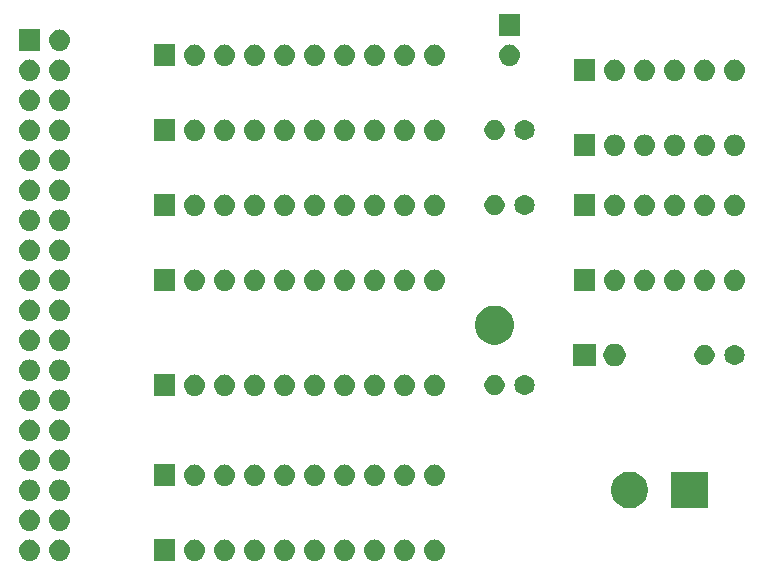
<source format=gbr>
G04 #@! TF.GenerationSoftware,KiCad,Pcbnew,(5.1.2-1)-1*
G04 #@! TF.CreationDate,2019-07-04T15:27:09+10:00*
G04 #@! TF.ProjectId,pcb_combined,7063625f-636f-46d6-9269-6e65642e6b69,rev?*
G04 #@! TF.SameCoordinates,Original*
G04 #@! TF.FileFunction,Soldermask,Top*
G04 #@! TF.FilePolarity,Negative*
%FSLAX46Y46*%
G04 Gerber Fmt 4.6, Leading zero omitted, Abs format (unit mm)*
G04 Created by KiCad (PCBNEW (5.1.2-1)-1) date 2019-07-04 15:27:09*
%MOMM*%
%LPD*%
G04 APERTURE LIST*
%ADD10C,0.100000*%
G04 APERTURE END LIST*
D10*
G36*
X78850442Y-75305518D02*
G01*
X78916627Y-75312037D01*
X79086466Y-75363557D01*
X79242991Y-75447222D01*
X79278729Y-75476552D01*
X79380186Y-75559814D01*
X79463448Y-75661271D01*
X79492778Y-75697009D01*
X79576443Y-75853534D01*
X79627963Y-76023373D01*
X79645359Y-76200000D01*
X79627963Y-76376627D01*
X79576443Y-76546466D01*
X79492778Y-76702991D01*
X79463448Y-76738729D01*
X79380186Y-76840186D01*
X79278729Y-76923448D01*
X79242991Y-76952778D01*
X79086466Y-77036443D01*
X78916627Y-77087963D01*
X78850442Y-77094482D01*
X78784260Y-77101000D01*
X78695740Y-77101000D01*
X78629558Y-77094482D01*
X78563373Y-77087963D01*
X78393534Y-77036443D01*
X78237009Y-76952778D01*
X78201271Y-76923448D01*
X78099814Y-76840186D01*
X78016552Y-76738729D01*
X77987222Y-76702991D01*
X77903557Y-76546466D01*
X77852037Y-76376627D01*
X77834641Y-76200000D01*
X77852037Y-76023373D01*
X77903557Y-75853534D01*
X77987222Y-75697009D01*
X78016552Y-75661271D01*
X78099814Y-75559814D01*
X78201271Y-75476552D01*
X78237009Y-75447222D01*
X78393534Y-75363557D01*
X78563373Y-75312037D01*
X78629558Y-75305518D01*
X78695740Y-75299000D01*
X78784260Y-75299000D01*
X78850442Y-75305518D01*
X78850442Y-75305518D01*
G37*
G36*
X76310442Y-75305518D02*
G01*
X76376627Y-75312037D01*
X76546466Y-75363557D01*
X76702991Y-75447222D01*
X76738729Y-75476552D01*
X76840186Y-75559814D01*
X76923448Y-75661271D01*
X76952778Y-75697009D01*
X77036443Y-75853534D01*
X77087963Y-76023373D01*
X77105359Y-76200000D01*
X77087963Y-76376627D01*
X77036443Y-76546466D01*
X76952778Y-76702991D01*
X76923448Y-76738729D01*
X76840186Y-76840186D01*
X76738729Y-76923448D01*
X76702991Y-76952778D01*
X76546466Y-77036443D01*
X76376627Y-77087963D01*
X76310442Y-77094482D01*
X76244260Y-77101000D01*
X76155740Y-77101000D01*
X76089558Y-77094482D01*
X76023373Y-77087963D01*
X75853534Y-77036443D01*
X75697009Y-76952778D01*
X75661271Y-76923448D01*
X75559814Y-76840186D01*
X75476552Y-76738729D01*
X75447222Y-76702991D01*
X75363557Y-76546466D01*
X75312037Y-76376627D01*
X75294641Y-76200000D01*
X75312037Y-76023373D01*
X75363557Y-75853534D01*
X75447222Y-75697009D01*
X75476552Y-75661271D01*
X75559814Y-75559814D01*
X75661271Y-75476552D01*
X75697009Y-75447222D01*
X75853534Y-75363557D01*
X76023373Y-75312037D01*
X76089558Y-75305518D01*
X76155740Y-75299000D01*
X76244260Y-75299000D01*
X76310442Y-75305518D01*
X76310442Y-75305518D01*
G37*
G36*
X73770442Y-75305518D02*
G01*
X73836627Y-75312037D01*
X74006466Y-75363557D01*
X74162991Y-75447222D01*
X74198729Y-75476552D01*
X74300186Y-75559814D01*
X74383448Y-75661271D01*
X74412778Y-75697009D01*
X74496443Y-75853534D01*
X74547963Y-76023373D01*
X74565359Y-76200000D01*
X74547963Y-76376627D01*
X74496443Y-76546466D01*
X74412778Y-76702991D01*
X74383448Y-76738729D01*
X74300186Y-76840186D01*
X74198729Y-76923448D01*
X74162991Y-76952778D01*
X74006466Y-77036443D01*
X73836627Y-77087963D01*
X73770442Y-77094482D01*
X73704260Y-77101000D01*
X73615740Y-77101000D01*
X73549558Y-77094482D01*
X73483373Y-77087963D01*
X73313534Y-77036443D01*
X73157009Y-76952778D01*
X73121271Y-76923448D01*
X73019814Y-76840186D01*
X72936552Y-76738729D01*
X72907222Y-76702991D01*
X72823557Y-76546466D01*
X72772037Y-76376627D01*
X72754641Y-76200000D01*
X72772037Y-76023373D01*
X72823557Y-75853534D01*
X72907222Y-75697009D01*
X72936552Y-75661271D01*
X73019814Y-75559814D01*
X73121271Y-75476552D01*
X73157009Y-75447222D01*
X73313534Y-75363557D01*
X73483373Y-75312037D01*
X73549558Y-75305518D01*
X73615740Y-75299000D01*
X73704260Y-75299000D01*
X73770442Y-75305518D01*
X73770442Y-75305518D01*
G37*
G36*
X71230442Y-75305518D02*
G01*
X71296627Y-75312037D01*
X71466466Y-75363557D01*
X71622991Y-75447222D01*
X71658729Y-75476552D01*
X71760186Y-75559814D01*
X71843448Y-75661271D01*
X71872778Y-75697009D01*
X71956443Y-75853534D01*
X72007963Y-76023373D01*
X72025359Y-76200000D01*
X72007963Y-76376627D01*
X71956443Y-76546466D01*
X71872778Y-76702991D01*
X71843448Y-76738729D01*
X71760186Y-76840186D01*
X71658729Y-76923448D01*
X71622991Y-76952778D01*
X71466466Y-77036443D01*
X71296627Y-77087963D01*
X71230442Y-77094482D01*
X71164260Y-77101000D01*
X71075740Y-77101000D01*
X71009558Y-77094482D01*
X70943373Y-77087963D01*
X70773534Y-77036443D01*
X70617009Y-76952778D01*
X70581271Y-76923448D01*
X70479814Y-76840186D01*
X70396552Y-76738729D01*
X70367222Y-76702991D01*
X70283557Y-76546466D01*
X70232037Y-76376627D01*
X70214641Y-76200000D01*
X70232037Y-76023373D01*
X70283557Y-75853534D01*
X70367222Y-75697009D01*
X70396552Y-75661271D01*
X70479814Y-75559814D01*
X70581271Y-75476552D01*
X70617009Y-75447222D01*
X70773534Y-75363557D01*
X70943373Y-75312037D01*
X71009558Y-75305518D01*
X71075740Y-75299000D01*
X71164260Y-75299000D01*
X71230442Y-75305518D01*
X71230442Y-75305518D01*
G37*
G36*
X68690442Y-75305518D02*
G01*
X68756627Y-75312037D01*
X68926466Y-75363557D01*
X69082991Y-75447222D01*
X69118729Y-75476552D01*
X69220186Y-75559814D01*
X69303448Y-75661271D01*
X69332778Y-75697009D01*
X69416443Y-75853534D01*
X69467963Y-76023373D01*
X69485359Y-76200000D01*
X69467963Y-76376627D01*
X69416443Y-76546466D01*
X69332778Y-76702991D01*
X69303448Y-76738729D01*
X69220186Y-76840186D01*
X69118729Y-76923448D01*
X69082991Y-76952778D01*
X68926466Y-77036443D01*
X68756627Y-77087963D01*
X68690442Y-77094482D01*
X68624260Y-77101000D01*
X68535740Y-77101000D01*
X68469558Y-77094482D01*
X68403373Y-77087963D01*
X68233534Y-77036443D01*
X68077009Y-76952778D01*
X68041271Y-76923448D01*
X67939814Y-76840186D01*
X67856552Y-76738729D01*
X67827222Y-76702991D01*
X67743557Y-76546466D01*
X67692037Y-76376627D01*
X67674641Y-76200000D01*
X67692037Y-76023373D01*
X67743557Y-75853534D01*
X67827222Y-75697009D01*
X67856552Y-75661271D01*
X67939814Y-75559814D01*
X68041271Y-75476552D01*
X68077009Y-75447222D01*
X68233534Y-75363557D01*
X68403373Y-75312037D01*
X68469558Y-75305518D01*
X68535740Y-75299000D01*
X68624260Y-75299000D01*
X68690442Y-75305518D01*
X68690442Y-75305518D01*
G37*
G36*
X66150442Y-75305518D02*
G01*
X66216627Y-75312037D01*
X66386466Y-75363557D01*
X66542991Y-75447222D01*
X66578729Y-75476552D01*
X66680186Y-75559814D01*
X66763448Y-75661271D01*
X66792778Y-75697009D01*
X66876443Y-75853534D01*
X66927963Y-76023373D01*
X66945359Y-76200000D01*
X66927963Y-76376627D01*
X66876443Y-76546466D01*
X66792778Y-76702991D01*
X66763448Y-76738729D01*
X66680186Y-76840186D01*
X66578729Y-76923448D01*
X66542991Y-76952778D01*
X66386466Y-77036443D01*
X66216627Y-77087963D01*
X66150442Y-77094482D01*
X66084260Y-77101000D01*
X65995740Y-77101000D01*
X65929558Y-77094482D01*
X65863373Y-77087963D01*
X65693534Y-77036443D01*
X65537009Y-76952778D01*
X65501271Y-76923448D01*
X65399814Y-76840186D01*
X65316552Y-76738729D01*
X65287222Y-76702991D01*
X65203557Y-76546466D01*
X65152037Y-76376627D01*
X65134641Y-76200000D01*
X65152037Y-76023373D01*
X65203557Y-75853534D01*
X65287222Y-75697009D01*
X65316552Y-75661271D01*
X65399814Y-75559814D01*
X65501271Y-75476552D01*
X65537009Y-75447222D01*
X65693534Y-75363557D01*
X65863373Y-75312037D01*
X65929558Y-75305518D01*
X65995740Y-75299000D01*
X66084260Y-75299000D01*
X66150442Y-75305518D01*
X66150442Y-75305518D01*
G37*
G36*
X63610442Y-75305518D02*
G01*
X63676627Y-75312037D01*
X63846466Y-75363557D01*
X64002991Y-75447222D01*
X64038729Y-75476552D01*
X64140186Y-75559814D01*
X64223448Y-75661271D01*
X64252778Y-75697009D01*
X64336443Y-75853534D01*
X64387963Y-76023373D01*
X64405359Y-76200000D01*
X64387963Y-76376627D01*
X64336443Y-76546466D01*
X64252778Y-76702991D01*
X64223448Y-76738729D01*
X64140186Y-76840186D01*
X64038729Y-76923448D01*
X64002991Y-76952778D01*
X63846466Y-77036443D01*
X63676627Y-77087963D01*
X63610442Y-77094482D01*
X63544260Y-77101000D01*
X63455740Y-77101000D01*
X63389558Y-77094482D01*
X63323373Y-77087963D01*
X63153534Y-77036443D01*
X62997009Y-76952778D01*
X62961271Y-76923448D01*
X62859814Y-76840186D01*
X62776552Y-76738729D01*
X62747222Y-76702991D01*
X62663557Y-76546466D01*
X62612037Y-76376627D01*
X62594641Y-76200000D01*
X62612037Y-76023373D01*
X62663557Y-75853534D01*
X62747222Y-75697009D01*
X62776552Y-75661271D01*
X62859814Y-75559814D01*
X62961271Y-75476552D01*
X62997009Y-75447222D01*
X63153534Y-75363557D01*
X63323373Y-75312037D01*
X63389558Y-75305518D01*
X63455740Y-75299000D01*
X63544260Y-75299000D01*
X63610442Y-75305518D01*
X63610442Y-75305518D01*
G37*
G36*
X61070442Y-75305518D02*
G01*
X61136627Y-75312037D01*
X61306466Y-75363557D01*
X61462991Y-75447222D01*
X61498729Y-75476552D01*
X61600186Y-75559814D01*
X61683448Y-75661271D01*
X61712778Y-75697009D01*
X61796443Y-75853534D01*
X61847963Y-76023373D01*
X61865359Y-76200000D01*
X61847963Y-76376627D01*
X61796443Y-76546466D01*
X61712778Y-76702991D01*
X61683448Y-76738729D01*
X61600186Y-76840186D01*
X61498729Y-76923448D01*
X61462991Y-76952778D01*
X61306466Y-77036443D01*
X61136627Y-77087963D01*
X61070442Y-77094482D01*
X61004260Y-77101000D01*
X60915740Y-77101000D01*
X60849558Y-77094482D01*
X60783373Y-77087963D01*
X60613534Y-77036443D01*
X60457009Y-76952778D01*
X60421271Y-76923448D01*
X60319814Y-76840186D01*
X60236552Y-76738729D01*
X60207222Y-76702991D01*
X60123557Y-76546466D01*
X60072037Y-76376627D01*
X60054641Y-76200000D01*
X60072037Y-76023373D01*
X60123557Y-75853534D01*
X60207222Y-75697009D01*
X60236552Y-75661271D01*
X60319814Y-75559814D01*
X60421271Y-75476552D01*
X60457009Y-75447222D01*
X60613534Y-75363557D01*
X60783373Y-75312037D01*
X60849558Y-75305518D01*
X60915740Y-75299000D01*
X61004260Y-75299000D01*
X61070442Y-75305518D01*
X61070442Y-75305518D01*
G37*
G36*
X58530442Y-75305518D02*
G01*
X58596627Y-75312037D01*
X58766466Y-75363557D01*
X58922991Y-75447222D01*
X58958729Y-75476552D01*
X59060186Y-75559814D01*
X59143448Y-75661271D01*
X59172778Y-75697009D01*
X59256443Y-75853534D01*
X59307963Y-76023373D01*
X59325359Y-76200000D01*
X59307963Y-76376627D01*
X59256443Y-76546466D01*
X59172778Y-76702991D01*
X59143448Y-76738729D01*
X59060186Y-76840186D01*
X58958729Y-76923448D01*
X58922991Y-76952778D01*
X58766466Y-77036443D01*
X58596627Y-77087963D01*
X58530442Y-77094482D01*
X58464260Y-77101000D01*
X58375740Y-77101000D01*
X58309558Y-77094482D01*
X58243373Y-77087963D01*
X58073534Y-77036443D01*
X57917009Y-76952778D01*
X57881271Y-76923448D01*
X57779814Y-76840186D01*
X57696552Y-76738729D01*
X57667222Y-76702991D01*
X57583557Y-76546466D01*
X57532037Y-76376627D01*
X57514641Y-76200000D01*
X57532037Y-76023373D01*
X57583557Y-75853534D01*
X57667222Y-75697009D01*
X57696552Y-75661271D01*
X57779814Y-75559814D01*
X57881271Y-75476552D01*
X57917009Y-75447222D01*
X58073534Y-75363557D01*
X58243373Y-75312037D01*
X58309558Y-75305518D01*
X58375740Y-75299000D01*
X58464260Y-75299000D01*
X58530442Y-75305518D01*
X58530442Y-75305518D01*
G37*
G36*
X56781000Y-77101000D02*
G01*
X54979000Y-77101000D01*
X54979000Y-75299000D01*
X56781000Y-75299000D01*
X56781000Y-77101000D01*
X56781000Y-77101000D01*
G37*
G36*
X47100442Y-75305518D02*
G01*
X47166627Y-75312037D01*
X47336466Y-75363557D01*
X47492991Y-75447222D01*
X47528729Y-75476552D01*
X47630186Y-75559814D01*
X47713448Y-75661271D01*
X47742778Y-75697009D01*
X47826443Y-75853534D01*
X47877963Y-76023373D01*
X47895359Y-76200000D01*
X47877963Y-76376627D01*
X47826443Y-76546466D01*
X47742778Y-76702991D01*
X47713448Y-76738729D01*
X47630186Y-76840186D01*
X47528729Y-76923448D01*
X47492991Y-76952778D01*
X47336466Y-77036443D01*
X47166627Y-77087963D01*
X47100442Y-77094482D01*
X47034260Y-77101000D01*
X46945740Y-77101000D01*
X46879558Y-77094482D01*
X46813373Y-77087963D01*
X46643534Y-77036443D01*
X46487009Y-76952778D01*
X46451271Y-76923448D01*
X46349814Y-76840186D01*
X46266552Y-76738729D01*
X46237222Y-76702991D01*
X46153557Y-76546466D01*
X46102037Y-76376627D01*
X46084641Y-76200000D01*
X46102037Y-76023373D01*
X46153557Y-75853534D01*
X46237222Y-75697009D01*
X46266552Y-75661271D01*
X46349814Y-75559814D01*
X46451271Y-75476552D01*
X46487009Y-75447222D01*
X46643534Y-75363557D01*
X46813373Y-75312037D01*
X46879558Y-75305518D01*
X46945740Y-75299000D01*
X47034260Y-75299000D01*
X47100442Y-75305518D01*
X47100442Y-75305518D01*
G37*
G36*
X44560442Y-75305518D02*
G01*
X44626627Y-75312037D01*
X44796466Y-75363557D01*
X44952991Y-75447222D01*
X44988729Y-75476552D01*
X45090186Y-75559814D01*
X45173448Y-75661271D01*
X45202778Y-75697009D01*
X45286443Y-75853534D01*
X45337963Y-76023373D01*
X45355359Y-76200000D01*
X45337963Y-76376627D01*
X45286443Y-76546466D01*
X45202778Y-76702991D01*
X45173448Y-76738729D01*
X45090186Y-76840186D01*
X44988729Y-76923448D01*
X44952991Y-76952778D01*
X44796466Y-77036443D01*
X44626627Y-77087963D01*
X44560442Y-77094482D01*
X44494260Y-77101000D01*
X44405740Y-77101000D01*
X44339558Y-77094482D01*
X44273373Y-77087963D01*
X44103534Y-77036443D01*
X43947009Y-76952778D01*
X43911271Y-76923448D01*
X43809814Y-76840186D01*
X43726552Y-76738729D01*
X43697222Y-76702991D01*
X43613557Y-76546466D01*
X43562037Y-76376627D01*
X43544641Y-76200000D01*
X43562037Y-76023373D01*
X43613557Y-75853534D01*
X43697222Y-75697009D01*
X43726552Y-75661271D01*
X43809814Y-75559814D01*
X43911271Y-75476552D01*
X43947009Y-75447222D01*
X44103534Y-75363557D01*
X44273373Y-75312037D01*
X44339558Y-75305518D01*
X44405740Y-75299000D01*
X44494260Y-75299000D01*
X44560442Y-75305518D01*
X44560442Y-75305518D01*
G37*
G36*
X47100442Y-72765518D02*
G01*
X47166627Y-72772037D01*
X47336466Y-72823557D01*
X47492991Y-72907222D01*
X47528729Y-72936552D01*
X47630186Y-73019814D01*
X47713448Y-73121271D01*
X47742778Y-73157009D01*
X47826443Y-73313534D01*
X47877963Y-73483373D01*
X47895359Y-73660000D01*
X47877963Y-73836627D01*
X47826443Y-74006466D01*
X47742778Y-74162991D01*
X47713448Y-74198729D01*
X47630186Y-74300186D01*
X47528729Y-74383448D01*
X47492991Y-74412778D01*
X47336466Y-74496443D01*
X47166627Y-74547963D01*
X47100442Y-74554482D01*
X47034260Y-74561000D01*
X46945740Y-74561000D01*
X46879558Y-74554482D01*
X46813373Y-74547963D01*
X46643534Y-74496443D01*
X46487009Y-74412778D01*
X46451271Y-74383448D01*
X46349814Y-74300186D01*
X46266552Y-74198729D01*
X46237222Y-74162991D01*
X46153557Y-74006466D01*
X46102037Y-73836627D01*
X46084641Y-73660000D01*
X46102037Y-73483373D01*
X46153557Y-73313534D01*
X46237222Y-73157009D01*
X46266552Y-73121271D01*
X46349814Y-73019814D01*
X46451271Y-72936552D01*
X46487009Y-72907222D01*
X46643534Y-72823557D01*
X46813373Y-72772037D01*
X46879558Y-72765518D01*
X46945740Y-72759000D01*
X47034260Y-72759000D01*
X47100442Y-72765518D01*
X47100442Y-72765518D01*
G37*
G36*
X44560442Y-72765518D02*
G01*
X44626627Y-72772037D01*
X44796466Y-72823557D01*
X44952991Y-72907222D01*
X44988729Y-72936552D01*
X45090186Y-73019814D01*
X45173448Y-73121271D01*
X45202778Y-73157009D01*
X45286443Y-73313534D01*
X45337963Y-73483373D01*
X45355359Y-73660000D01*
X45337963Y-73836627D01*
X45286443Y-74006466D01*
X45202778Y-74162991D01*
X45173448Y-74198729D01*
X45090186Y-74300186D01*
X44988729Y-74383448D01*
X44952991Y-74412778D01*
X44796466Y-74496443D01*
X44626627Y-74547963D01*
X44560442Y-74554482D01*
X44494260Y-74561000D01*
X44405740Y-74561000D01*
X44339558Y-74554482D01*
X44273373Y-74547963D01*
X44103534Y-74496443D01*
X43947009Y-74412778D01*
X43911271Y-74383448D01*
X43809814Y-74300186D01*
X43726552Y-74198729D01*
X43697222Y-74162991D01*
X43613557Y-74006466D01*
X43562037Y-73836627D01*
X43544641Y-73660000D01*
X43562037Y-73483373D01*
X43613557Y-73313534D01*
X43697222Y-73157009D01*
X43726552Y-73121271D01*
X43809814Y-73019814D01*
X43911271Y-72936552D01*
X43947009Y-72907222D01*
X44103534Y-72823557D01*
X44273373Y-72772037D01*
X44339558Y-72765518D01*
X44405740Y-72759000D01*
X44494260Y-72759000D01*
X44560442Y-72765518D01*
X44560442Y-72765518D01*
G37*
G36*
X101881000Y-72671000D02*
G01*
X98779000Y-72671000D01*
X98779000Y-69569000D01*
X101881000Y-69569000D01*
X101881000Y-72671000D01*
X101881000Y-72671000D01*
G37*
G36*
X95552585Y-69598802D02*
G01*
X95702410Y-69628604D01*
X95984674Y-69745521D01*
X96238705Y-69915259D01*
X96454741Y-70131295D01*
X96624479Y-70385326D01*
X96741396Y-70667590D01*
X96801000Y-70967240D01*
X96801000Y-71272760D01*
X96741396Y-71572410D01*
X96624479Y-71854674D01*
X96454741Y-72108705D01*
X96238705Y-72324741D01*
X95984674Y-72494479D01*
X95702410Y-72611396D01*
X95552585Y-72641198D01*
X95402761Y-72671000D01*
X95097239Y-72671000D01*
X94947415Y-72641198D01*
X94797590Y-72611396D01*
X94515326Y-72494479D01*
X94261295Y-72324741D01*
X94045259Y-72108705D01*
X93875521Y-71854674D01*
X93758604Y-71572410D01*
X93699000Y-71272760D01*
X93699000Y-70967240D01*
X93758604Y-70667590D01*
X93875521Y-70385326D01*
X94045259Y-70131295D01*
X94261295Y-69915259D01*
X94515326Y-69745521D01*
X94797590Y-69628604D01*
X94947415Y-69598802D01*
X95097239Y-69569000D01*
X95402761Y-69569000D01*
X95552585Y-69598802D01*
X95552585Y-69598802D01*
G37*
G36*
X44560442Y-70225518D02*
G01*
X44626627Y-70232037D01*
X44796466Y-70283557D01*
X44952991Y-70367222D01*
X44975053Y-70385328D01*
X45090186Y-70479814D01*
X45173448Y-70581271D01*
X45202778Y-70617009D01*
X45286443Y-70773534D01*
X45337963Y-70943373D01*
X45355359Y-71120000D01*
X45337963Y-71296627D01*
X45286443Y-71466466D01*
X45202778Y-71622991D01*
X45173448Y-71658729D01*
X45090186Y-71760186D01*
X44988729Y-71843448D01*
X44952991Y-71872778D01*
X44796466Y-71956443D01*
X44626627Y-72007963D01*
X44560443Y-72014481D01*
X44494260Y-72021000D01*
X44405740Y-72021000D01*
X44339557Y-72014481D01*
X44273373Y-72007963D01*
X44103534Y-71956443D01*
X43947009Y-71872778D01*
X43911271Y-71843448D01*
X43809814Y-71760186D01*
X43726552Y-71658729D01*
X43697222Y-71622991D01*
X43613557Y-71466466D01*
X43562037Y-71296627D01*
X43544641Y-71120000D01*
X43562037Y-70943373D01*
X43613557Y-70773534D01*
X43697222Y-70617009D01*
X43726552Y-70581271D01*
X43809814Y-70479814D01*
X43924947Y-70385328D01*
X43947009Y-70367222D01*
X44103534Y-70283557D01*
X44273373Y-70232037D01*
X44339558Y-70225518D01*
X44405740Y-70219000D01*
X44494260Y-70219000D01*
X44560442Y-70225518D01*
X44560442Y-70225518D01*
G37*
G36*
X47100442Y-70225518D02*
G01*
X47166627Y-70232037D01*
X47336466Y-70283557D01*
X47492991Y-70367222D01*
X47515053Y-70385328D01*
X47630186Y-70479814D01*
X47713448Y-70581271D01*
X47742778Y-70617009D01*
X47826443Y-70773534D01*
X47877963Y-70943373D01*
X47895359Y-71120000D01*
X47877963Y-71296627D01*
X47826443Y-71466466D01*
X47742778Y-71622991D01*
X47713448Y-71658729D01*
X47630186Y-71760186D01*
X47528729Y-71843448D01*
X47492991Y-71872778D01*
X47336466Y-71956443D01*
X47166627Y-72007963D01*
X47100443Y-72014481D01*
X47034260Y-72021000D01*
X46945740Y-72021000D01*
X46879557Y-72014481D01*
X46813373Y-72007963D01*
X46643534Y-71956443D01*
X46487009Y-71872778D01*
X46451271Y-71843448D01*
X46349814Y-71760186D01*
X46266552Y-71658729D01*
X46237222Y-71622991D01*
X46153557Y-71466466D01*
X46102037Y-71296627D01*
X46084641Y-71120000D01*
X46102037Y-70943373D01*
X46153557Y-70773534D01*
X46237222Y-70617009D01*
X46266552Y-70581271D01*
X46349814Y-70479814D01*
X46464947Y-70385328D01*
X46487009Y-70367222D01*
X46643534Y-70283557D01*
X46813373Y-70232037D01*
X46879558Y-70225518D01*
X46945740Y-70219000D01*
X47034260Y-70219000D01*
X47100442Y-70225518D01*
X47100442Y-70225518D01*
G37*
G36*
X63610443Y-68955519D02*
G01*
X63676627Y-68962037D01*
X63846466Y-69013557D01*
X64002991Y-69097222D01*
X64038729Y-69126552D01*
X64140186Y-69209814D01*
X64223448Y-69311271D01*
X64252778Y-69347009D01*
X64336443Y-69503534D01*
X64387963Y-69673373D01*
X64405359Y-69850000D01*
X64387963Y-70026627D01*
X64336443Y-70196466D01*
X64252778Y-70352991D01*
X64223448Y-70388729D01*
X64140186Y-70490186D01*
X64038729Y-70573448D01*
X64002991Y-70602778D01*
X63846466Y-70686443D01*
X63676627Y-70737963D01*
X63610443Y-70744481D01*
X63544260Y-70751000D01*
X63455740Y-70751000D01*
X63389557Y-70744481D01*
X63323373Y-70737963D01*
X63153534Y-70686443D01*
X62997009Y-70602778D01*
X62961271Y-70573448D01*
X62859814Y-70490186D01*
X62776552Y-70388729D01*
X62747222Y-70352991D01*
X62663557Y-70196466D01*
X62612037Y-70026627D01*
X62594641Y-69850000D01*
X62612037Y-69673373D01*
X62663557Y-69503534D01*
X62747222Y-69347009D01*
X62776552Y-69311271D01*
X62859814Y-69209814D01*
X62961271Y-69126552D01*
X62997009Y-69097222D01*
X63153534Y-69013557D01*
X63323373Y-68962037D01*
X63389557Y-68955519D01*
X63455740Y-68949000D01*
X63544260Y-68949000D01*
X63610443Y-68955519D01*
X63610443Y-68955519D01*
G37*
G36*
X61070443Y-68955519D02*
G01*
X61136627Y-68962037D01*
X61306466Y-69013557D01*
X61462991Y-69097222D01*
X61498729Y-69126552D01*
X61600186Y-69209814D01*
X61683448Y-69311271D01*
X61712778Y-69347009D01*
X61796443Y-69503534D01*
X61847963Y-69673373D01*
X61865359Y-69850000D01*
X61847963Y-70026627D01*
X61796443Y-70196466D01*
X61712778Y-70352991D01*
X61683448Y-70388729D01*
X61600186Y-70490186D01*
X61498729Y-70573448D01*
X61462991Y-70602778D01*
X61306466Y-70686443D01*
X61136627Y-70737963D01*
X61070443Y-70744481D01*
X61004260Y-70751000D01*
X60915740Y-70751000D01*
X60849557Y-70744481D01*
X60783373Y-70737963D01*
X60613534Y-70686443D01*
X60457009Y-70602778D01*
X60421271Y-70573448D01*
X60319814Y-70490186D01*
X60236552Y-70388729D01*
X60207222Y-70352991D01*
X60123557Y-70196466D01*
X60072037Y-70026627D01*
X60054641Y-69850000D01*
X60072037Y-69673373D01*
X60123557Y-69503534D01*
X60207222Y-69347009D01*
X60236552Y-69311271D01*
X60319814Y-69209814D01*
X60421271Y-69126552D01*
X60457009Y-69097222D01*
X60613534Y-69013557D01*
X60783373Y-68962037D01*
X60849557Y-68955519D01*
X60915740Y-68949000D01*
X61004260Y-68949000D01*
X61070443Y-68955519D01*
X61070443Y-68955519D01*
G37*
G36*
X58530443Y-68955519D02*
G01*
X58596627Y-68962037D01*
X58766466Y-69013557D01*
X58922991Y-69097222D01*
X58958729Y-69126552D01*
X59060186Y-69209814D01*
X59143448Y-69311271D01*
X59172778Y-69347009D01*
X59256443Y-69503534D01*
X59307963Y-69673373D01*
X59325359Y-69850000D01*
X59307963Y-70026627D01*
X59256443Y-70196466D01*
X59172778Y-70352991D01*
X59143448Y-70388729D01*
X59060186Y-70490186D01*
X58958729Y-70573448D01*
X58922991Y-70602778D01*
X58766466Y-70686443D01*
X58596627Y-70737963D01*
X58530443Y-70744481D01*
X58464260Y-70751000D01*
X58375740Y-70751000D01*
X58309557Y-70744481D01*
X58243373Y-70737963D01*
X58073534Y-70686443D01*
X57917009Y-70602778D01*
X57881271Y-70573448D01*
X57779814Y-70490186D01*
X57696552Y-70388729D01*
X57667222Y-70352991D01*
X57583557Y-70196466D01*
X57532037Y-70026627D01*
X57514641Y-69850000D01*
X57532037Y-69673373D01*
X57583557Y-69503534D01*
X57667222Y-69347009D01*
X57696552Y-69311271D01*
X57779814Y-69209814D01*
X57881271Y-69126552D01*
X57917009Y-69097222D01*
X58073534Y-69013557D01*
X58243373Y-68962037D01*
X58309557Y-68955519D01*
X58375740Y-68949000D01*
X58464260Y-68949000D01*
X58530443Y-68955519D01*
X58530443Y-68955519D01*
G37*
G36*
X56781000Y-70751000D02*
G01*
X54979000Y-70751000D01*
X54979000Y-68949000D01*
X56781000Y-68949000D01*
X56781000Y-70751000D01*
X56781000Y-70751000D01*
G37*
G36*
X78850443Y-68955519D02*
G01*
X78916627Y-68962037D01*
X79086466Y-69013557D01*
X79242991Y-69097222D01*
X79278729Y-69126552D01*
X79380186Y-69209814D01*
X79463448Y-69311271D01*
X79492778Y-69347009D01*
X79576443Y-69503534D01*
X79627963Y-69673373D01*
X79645359Y-69850000D01*
X79627963Y-70026627D01*
X79576443Y-70196466D01*
X79492778Y-70352991D01*
X79463448Y-70388729D01*
X79380186Y-70490186D01*
X79278729Y-70573448D01*
X79242991Y-70602778D01*
X79086466Y-70686443D01*
X78916627Y-70737963D01*
X78850443Y-70744481D01*
X78784260Y-70751000D01*
X78695740Y-70751000D01*
X78629557Y-70744481D01*
X78563373Y-70737963D01*
X78393534Y-70686443D01*
X78237009Y-70602778D01*
X78201271Y-70573448D01*
X78099814Y-70490186D01*
X78016552Y-70388729D01*
X77987222Y-70352991D01*
X77903557Y-70196466D01*
X77852037Y-70026627D01*
X77834641Y-69850000D01*
X77852037Y-69673373D01*
X77903557Y-69503534D01*
X77987222Y-69347009D01*
X78016552Y-69311271D01*
X78099814Y-69209814D01*
X78201271Y-69126552D01*
X78237009Y-69097222D01*
X78393534Y-69013557D01*
X78563373Y-68962037D01*
X78629557Y-68955519D01*
X78695740Y-68949000D01*
X78784260Y-68949000D01*
X78850443Y-68955519D01*
X78850443Y-68955519D01*
G37*
G36*
X76310443Y-68955519D02*
G01*
X76376627Y-68962037D01*
X76546466Y-69013557D01*
X76702991Y-69097222D01*
X76738729Y-69126552D01*
X76840186Y-69209814D01*
X76923448Y-69311271D01*
X76952778Y-69347009D01*
X77036443Y-69503534D01*
X77087963Y-69673373D01*
X77105359Y-69850000D01*
X77087963Y-70026627D01*
X77036443Y-70196466D01*
X76952778Y-70352991D01*
X76923448Y-70388729D01*
X76840186Y-70490186D01*
X76738729Y-70573448D01*
X76702991Y-70602778D01*
X76546466Y-70686443D01*
X76376627Y-70737963D01*
X76310443Y-70744481D01*
X76244260Y-70751000D01*
X76155740Y-70751000D01*
X76089557Y-70744481D01*
X76023373Y-70737963D01*
X75853534Y-70686443D01*
X75697009Y-70602778D01*
X75661271Y-70573448D01*
X75559814Y-70490186D01*
X75476552Y-70388729D01*
X75447222Y-70352991D01*
X75363557Y-70196466D01*
X75312037Y-70026627D01*
X75294641Y-69850000D01*
X75312037Y-69673373D01*
X75363557Y-69503534D01*
X75447222Y-69347009D01*
X75476552Y-69311271D01*
X75559814Y-69209814D01*
X75661271Y-69126552D01*
X75697009Y-69097222D01*
X75853534Y-69013557D01*
X76023373Y-68962037D01*
X76089557Y-68955519D01*
X76155740Y-68949000D01*
X76244260Y-68949000D01*
X76310443Y-68955519D01*
X76310443Y-68955519D01*
G37*
G36*
X73770443Y-68955519D02*
G01*
X73836627Y-68962037D01*
X74006466Y-69013557D01*
X74162991Y-69097222D01*
X74198729Y-69126552D01*
X74300186Y-69209814D01*
X74383448Y-69311271D01*
X74412778Y-69347009D01*
X74496443Y-69503534D01*
X74547963Y-69673373D01*
X74565359Y-69850000D01*
X74547963Y-70026627D01*
X74496443Y-70196466D01*
X74412778Y-70352991D01*
X74383448Y-70388729D01*
X74300186Y-70490186D01*
X74198729Y-70573448D01*
X74162991Y-70602778D01*
X74006466Y-70686443D01*
X73836627Y-70737963D01*
X73770443Y-70744481D01*
X73704260Y-70751000D01*
X73615740Y-70751000D01*
X73549557Y-70744481D01*
X73483373Y-70737963D01*
X73313534Y-70686443D01*
X73157009Y-70602778D01*
X73121271Y-70573448D01*
X73019814Y-70490186D01*
X72936552Y-70388729D01*
X72907222Y-70352991D01*
X72823557Y-70196466D01*
X72772037Y-70026627D01*
X72754641Y-69850000D01*
X72772037Y-69673373D01*
X72823557Y-69503534D01*
X72907222Y-69347009D01*
X72936552Y-69311271D01*
X73019814Y-69209814D01*
X73121271Y-69126552D01*
X73157009Y-69097222D01*
X73313534Y-69013557D01*
X73483373Y-68962037D01*
X73549557Y-68955519D01*
X73615740Y-68949000D01*
X73704260Y-68949000D01*
X73770443Y-68955519D01*
X73770443Y-68955519D01*
G37*
G36*
X66150443Y-68955519D02*
G01*
X66216627Y-68962037D01*
X66386466Y-69013557D01*
X66542991Y-69097222D01*
X66578729Y-69126552D01*
X66680186Y-69209814D01*
X66763448Y-69311271D01*
X66792778Y-69347009D01*
X66876443Y-69503534D01*
X66927963Y-69673373D01*
X66945359Y-69850000D01*
X66927963Y-70026627D01*
X66876443Y-70196466D01*
X66792778Y-70352991D01*
X66763448Y-70388729D01*
X66680186Y-70490186D01*
X66578729Y-70573448D01*
X66542991Y-70602778D01*
X66386466Y-70686443D01*
X66216627Y-70737963D01*
X66150443Y-70744481D01*
X66084260Y-70751000D01*
X65995740Y-70751000D01*
X65929557Y-70744481D01*
X65863373Y-70737963D01*
X65693534Y-70686443D01*
X65537009Y-70602778D01*
X65501271Y-70573448D01*
X65399814Y-70490186D01*
X65316552Y-70388729D01*
X65287222Y-70352991D01*
X65203557Y-70196466D01*
X65152037Y-70026627D01*
X65134641Y-69850000D01*
X65152037Y-69673373D01*
X65203557Y-69503534D01*
X65287222Y-69347009D01*
X65316552Y-69311271D01*
X65399814Y-69209814D01*
X65501271Y-69126552D01*
X65537009Y-69097222D01*
X65693534Y-69013557D01*
X65863373Y-68962037D01*
X65929557Y-68955519D01*
X65995740Y-68949000D01*
X66084260Y-68949000D01*
X66150443Y-68955519D01*
X66150443Y-68955519D01*
G37*
G36*
X68690443Y-68955519D02*
G01*
X68756627Y-68962037D01*
X68926466Y-69013557D01*
X69082991Y-69097222D01*
X69118729Y-69126552D01*
X69220186Y-69209814D01*
X69303448Y-69311271D01*
X69332778Y-69347009D01*
X69416443Y-69503534D01*
X69467963Y-69673373D01*
X69485359Y-69850000D01*
X69467963Y-70026627D01*
X69416443Y-70196466D01*
X69332778Y-70352991D01*
X69303448Y-70388729D01*
X69220186Y-70490186D01*
X69118729Y-70573448D01*
X69082991Y-70602778D01*
X68926466Y-70686443D01*
X68756627Y-70737963D01*
X68690443Y-70744481D01*
X68624260Y-70751000D01*
X68535740Y-70751000D01*
X68469557Y-70744481D01*
X68403373Y-70737963D01*
X68233534Y-70686443D01*
X68077009Y-70602778D01*
X68041271Y-70573448D01*
X67939814Y-70490186D01*
X67856552Y-70388729D01*
X67827222Y-70352991D01*
X67743557Y-70196466D01*
X67692037Y-70026627D01*
X67674641Y-69850000D01*
X67692037Y-69673373D01*
X67743557Y-69503534D01*
X67827222Y-69347009D01*
X67856552Y-69311271D01*
X67939814Y-69209814D01*
X68041271Y-69126552D01*
X68077009Y-69097222D01*
X68233534Y-69013557D01*
X68403373Y-68962037D01*
X68469557Y-68955519D01*
X68535740Y-68949000D01*
X68624260Y-68949000D01*
X68690443Y-68955519D01*
X68690443Y-68955519D01*
G37*
G36*
X71230443Y-68955519D02*
G01*
X71296627Y-68962037D01*
X71466466Y-69013557D01*
X71622991Y-69097222D01*
X71658729Y-69126552D01*
X71760186Y-69209814D01*
X71843448Y-69311271D01*
X71872778Y-69347009D01*
X71956443Y-69503534D01*
X72007963Y-69673373D01*
X72025359Y-69850000D01*
X72007963Y-70026627D01*
X71956443Y-70196466D01*
X71872778Y-70352991D01*
X71843448Y-70388729D01*
X71760186Y-70490186D01*
X71658729Y-70573448D01*
X71622991Y-70602778D01*
X71466466Y-70686443D01*
X71296627Y-70737963D01*
X71230443Y-70744481D01*
X71164260Y-70751000D01*
X71075740Y-70751000D01*
X71009557Y-70744481D01*
X70943373Y-70737963D01*
X70773534Y-70686443D01*
X70617009Y-70602778D01*
X70581271Y-70573448D01*
X70479814Y-70490186D01*
X70396552Y-70388729D01*
X70367222Y-70352991D01*
X70283557Y-70196466D01*
X70232037Y-70026627D01*
X70214641Y-69850000D01*
X70232037Y-69673373D01*
X70283557Y-69503534D01*
X70367222Y-69347009D01*
X70396552Y-69311271D01*
X70479814Y-69209814D01*
X70581271Y-69126552D01*
X70617009Y-69097222D01*
X70773534Y-69013557D01*
X70943373Y-68962037D01*
X71009557Y-68955519D01*
X71075740Y-68949000D01*
X71164260Y-68949000D01*
X71230443Y-68955519D01*
X71230443Y-68955519D01*
G37*
G36*
X44560443Y-67685519D02*
G01*
X44626627Y-67692037D01*
X44796466Y-67743557D01*
X44952991Y-67827222D01*
X44988729Y-67856552D01*
X45090186Y-67939814D01*
X45173448Y-68041271D01*
X45202778Y-68077009D01*
X45286443Y-68233534D01*
X45337963Y-68403373D01*
X45355359Y-68580000D01*
X45337963Y-68756627D01*
X45286443Y-68926466D01*
X45202778Y-69082991D01*
X45173448Y-69118729D01*
X45090186Y-69220186D01*
X44988729Y-69303448D01*
X44952991Y-69332778D01*
X44796466Y-69416443D01*
X44626627Y-69467963D01*
X44560442Y-69474482D01*
X44494260Y-69481000D01*
X44405740Y-69481000D01*
X44339558Y-69474482D01*
X44273373Y-69467963D01*
X44103534Y-69416443D01*
X43947009Y-69332778D01*
X43911271Y-69303448D01*
X43809814Y-69220186D01*
X43726552Y-69118729D01*
X43697222Y-69082991D01*
X43613557Y-68926466D01*
X43562037Y-68756627D01*
X43544641Y-68580000D01*
X43562037Y-68403373D01*
X43613557Y-68233534D01*
X43697222Y-68077009D01*
X43726552Y-68041271D01*
X43809814Y-67939814D01*
X43911271Y-67856552D01*
X43947009Y-67827222D01*
X44103534Y-67743557D01*
X44273373Y-67692037D01*
X44339557Y-67685519D01*
X44405740Y-67679000D01*
X44494260Y-67679000D01*
X44560443Y-67685519D01*
X44560443Y-67685519D01*
G37*
G36*
X47100443Y-67685519D02*
G01*
X47166627Y-67692037D01*
X47336466Y-67743557D01*
X47492991Y-67827222D01*
X47528729Y-67856552D01*
X47630186Y-67939814D01*
X47713448Y-68041271D01*
X47742778Y-68077009D01*
X47826443Y-68233534D01*
X47877963Y-68403373D01*
X47895359Y-68580000D01*
X47877963Y-68756627D01*
X47826443Y-68926466D01*
X47742778Y-69082991D01*
X47713448Y-69118729D01*
X47630186Y-69220186D01*
X47528729Y-69303448D01*
X47492991Y-69332778D01*
X47336466Y-69416443D01*
X47166627Y-69467963D01*
X47100442Y-69474482D01*
X47034260Y-69481000D01*
X46945740Y-69481000D01*
X46879558Y-69474482D01*
X46813373Y-69467963D01*
X46643534Y-69416443D01*
X46487009Y-69332778D01*
X46451271Y-69303448D01*
X46349814Y-69220186D01*
X46266552Y-69118729D01*
X46237222Y-69082991D01*
X46153557Y-68926466D01*
X46102037Y-68756627D01*
X46084641Y-68580000D01*
X46102037Y-68403373D01*
X46153557Y-68233534D01*
X46237222Y-68077009D01*
X46266552Y-68041271D01*
X46349814Y-67939814D01*
X46451271Y-67856552D01*
X46487009Y-67827222D01*
X46643534Y-67743557D01*
X46813373Y-67692037D01*
X46879557Y-67685519D01*
X46945740Y-67679000D01*
X47034260Y-67679000D01*
X47100443Y-67685519D01*
X47100443Y-67685519D01*
G37*
G36*
X47100442Y-65145518D02*
G01*
X47166627Y-65152037D01*
X47336466Y-65203557D01*
X47492991Y-65287222D01*
X47528729Y-65316552D01*
X47630186Y-65399814D01*
X47713448Y-65501271D01*
X47742778Y-65537009D01*
X47826443Y-65693534D01*
X47877963Y-65863373D01*
X47895359Y-66040000D01*
X47877963Y-66216627D01*
X47826443Y-66386466D01*
X47742778Y-66542991D01*
X47713448Y-66578729D01*
X47630186Y-66680186D01*
X47528729Y-66763448D01*
X47492991Y-66792778D01*
X47336466Y-66876443D01*
X47166627Y-66927963D01*
X47100442Y-66934482D01*
X47034260Y-66941000D01*
X46945740Y-66941000D01*
X46879558Y-66934482D01*
X46813373Y-66927963D01*
X46643534Y-66876443D01*
X46487009Y-66792778D01*
X46451271Y-66763448D01*
X46349814Y-66680186D01*
X46266552Y-66578729D01*
X46237222Y-66542991D01*
X46153557Y-66386466D01*
X46102037Y-66216627D01*
X46084641Y-66040000D01*
X46102037Y-65863373D01*
X46153557Y-65693534D01*
X46237222Y-65537009D01*
X46266552Y-65501271D01*
X46349814Y-65399814D01*
X46451271Y-65316552D01*
X46487009Y-65287222D01*
X46643534Y-65203557D01*
X46813373Y-65152037D01*
X46879558Y-65145518D01*
X46945740Y-65139000D01*
X47034260Y-65139000D01*
X47100442Y-65145518D01*
X47100442Y-65145518D01*
G37*
G36*
X44560442Y-65145518D02*
G01*
X44626627Y-65152037D01*
X44796466Y-65203557D01*
X44952991Y-65287222D01*
X44988729Y-65316552D01*
X45090186Y-65399814D01*
X45173448Y-65501271D01*
X45202778Y-65537009D01*
X45286443Y-65693534D01*
X45337963Y-65863373D01*
X45355359Y-66040000D01*
X45337963Y-66216627D01*
X45286443Y-66386466D01*
X45202778Y-66542991D01*
X45173448Y-66578729D01*
X45090186Y-66680186D01*
X44988729Y-66763448D01*
X44952991Y-66792778D01*
X44796466Y-66876443D01*
X44626627Y-66927963D01*
X44560442Y-66934482D01*
X44494260Y-66941000D01*
X44405740Y-66941000D01*
X44339558Y-66934482D01*
X44273373Y-66927963D01*
X44103534Y-66876443D01*
X43947009Y-66792778D01*
X43911271Y-66763448D01*
X43809814Y-66680186D01*
X43726552Y-66578729D01*
X43697222Y-66542991D01*
X43613557Y-66386466D01*
X43562037Y-66216627D01*
X43544641Y-66040000D01*
X43562037Y-65863373D01*
X43613557Y-65693534D01*
X43697222Y-65537009D01*
X43726552Y-65501271D01*
X43809814Y-65399814D01*
X43911271Y-65316552D01*
X43947009Y-65287222D01*
X44103534Y-65203557D01*
X44273373Y-65152037D01*
X44339558Y-65145518D01*
X44405740Y-65139000D01*
X44494260Y-65139000D01*
X44560442Y-65145518D01*
X44560442Y-65145518D01*
G37*
G36*
X47100442Y-62605518D02*
G01*
X47166627Y-62612037D01*
X47336466Y-62663557D01*
X47492991Y-62747222D01*
X47523768Y-62772480D01*
X47630186Y-62859814D01*
X47713448Y-62961271D01*
X47742778Y-62997009D01*
X47826443Y-63153534D01*
X47877963Y-63323373D01*
X47895359Y-63500000D01*
X47877963Y-63676627D01*
X47826443Y-63846466D01*
X47742778Y-64002991D01*
X47713448Y-64038729D01*
X47630186Y-64140186D01*
X47528729Y-64223448D01*
X47492991Y-64252778D01*
X47336466Y-64336443D01*
X47166627Y-64387963D01*
X47100442Y-64394482D01*
X47034260Y-64401000D01*
X46945740Y-64401000D01*
X46879558Y-64394482D01*
X46813373Y-64387963D01*
X46643534Y-64336443D01*
X46487009Y-64252778D01*
X46451271Y-64223448D01*
X46349814Y-64140186D01*
X46266552Y-64038729D01*
X46237222Y-64002991D01*
X46153557Y-63846466D01*
X46102037Y-63676627D01*
X46084641Y-63500000D01*
X46102037Y-63323373D01*
X46153557Y-63153534D01*
X46237222Y-62997009D01*
X46266552Y-62961271D01*
X46349814Y-62859814D01*
X46456232Y-62772480D01*
X46487009Y-62747222D01*
X46643534Y-62663557D01*
X46813373Y-62612037D01*
X46879558Y-62605518D01*
X46945740Y-62599000D01*
X47034260Y-62599000D01*
X47100442Y-62605518D01*
X47100442Y-62605518D01*
G37*
G36*
X44560442Y-62605518D02*
G01*
X44626627Y-62612037D01*
X44796466Y-62663557D01*
X44952991Y-62747222D01*
X44983768Y-62772480D01*
X45090186Y-62859814D01*
X45173448Y-62961271D01*
X45202778Y-62997009D01*
X45286443Y-63153534D01*
X45337963Y-63323373D01*
X45355359Y-63500000D01*
X45337963Y-63676627D01*
X45286443Y-63846466D01*
X45202778Y-64002991D01*
X45173448Y-64038729D01*
X45090186Y-64140186D01*
X44988729Y-64223448D01*
X44952991Y-64252778D01*
X44796466Y-64336443D01*
X44626627Y-64387963D01*
X44560442Y-64394482D01*
X44494260Y-64401000D01*
X44405740Y-64401000D01*
X44339558Y-64394482D01*
X44273373Y-64387963D01*
X44103534Y-64336443D01*
X43947009Y-64252778D01*
X43911271Y-64223448D01*
X43809814Y-64140186D01*
X43726552Y-64038729D01*
X43697222Y-64002991D01*
X43613557Y-63846466D01*
X43562037Y-63676627D01*
X43544641Y-63500000D01*
X43562037Y-63323373D01*
X43613557Y-63153534D01*
X43697222Y-62997009D01*
X43726552Y-62961271D01*
X43809814Y-62859814D01*
X43916232Y-62772480D01*
X43947009Y-62747222D01*
X44103534Y-62663557D01*
X44273373Y-62612037D01*
X44339558Y-62605518D01*
X44405740Y-62599000D01*
X44494260Y-62599000D01*
X44560442Y-62605518D01*
X44560442Y-62605518D01*
G37*
G36*
X71230443Y-61335519D02*
G01*
X71296627Y-61342037D01*
X71466466Y-61393557D01*
X71622991Y-61477222D01*
X71658729Y-61506552D01*
X71760186Y-61589814D01*
X71840369Y-61687519D01*
X71872778Y-61727009D01*
X71956443Y-61883534D01*
X72007963Y-62053373D01*
X72025359Y-62230000D01*
X72007963Y-62406627D01*
X71956443Y-62576466D01*
X71872778Y-62732991D01*
X71843448Y-62768729D01*
X71760186Y-62870186D01*
X71658729Y-62953448D01*
X71622991Y-62982778D01*
X71466466Y-63066443D01*
X71296627Y-63117963D01*
X71230443Y-63124481D01*
X71164260Y-63131000D01*
X71075740Y-63131000D01*
X71009557Y-63124481D01*
X70943373Y-63117963D01*
X70773534Y-63066443D01*
X70617009Y-62982778D01*
X70581271Y-62953448D01*
X70479814Y-62870186D01*
X70396552Y-62768729D01*
X70367222Y-62732991D01*
X70283557Y-62576466D01*
X70232037Y-62406627D01*
X70214641Y-62230000D01*
X70232037Y-62053373D01*
X70283557Y-61883534D01*
X70367222Y-61727009D01*
X70399631Y-61687519D01*
X70479814Y-61589814D01*
X70581271Y-61506552D01*
X70617009Y-61477222D01*
X70773534Y-61393557D01*
X70943373Y-61342037D01*
X71009557Y-61335519D01*
X71075740Y-61329000D01*
X71164260Y-61329000D01*
X71230443Y-61335519D01*
X71230443Y-61335519D01*
G37*
G36*
X73770443Y-61335519D02*
G01*
X73836627Y-61342037D01*
X74006466Y-61393557D01*
X74162991Y-61477222D01*
X74198729Y-61506552D01*
X74300186Y-61589814D01*
X74380369Y-61687519D01*
X74412778Y-61727009D01*
X74496443Y-61883534D01*
X74547963Y-62053373D01*
X74565359Y-62230000D01*
X74547963Y-62406627D01*
X74496443Y-62576466D01*
X74412778Y-62732991D01*
X74383448Y-62768729D01*
X74300186Y-62870186D01*
X74198729Y-62953448D01*
X74162991Y-62982778D01*
X74006466Y-63066443D01*
X73836627Y-63117963D01*
X73770443Y-63124481D01*
X73704260Y-63131000D01*
X73615740Y-63131000D01*
X73549557Y-63124481D01*
X73483373Y-63117963D01*
X73313534Y-63066443D01*
X73157009Y-62982778D01*
X73121271Y-62953448D01*
X73019814Y-62870186D01*
X72936552Y-62768729D01*
X72907222Y-62732991D01*
X72823557Y-62576466D01*
X72772037Y-62406627D01*
X72754641Y-62230000D01*
X72772037Y-62053373D01*
X72823557Y-61883534D01*
X72907222Y-61727009D01*
X72939631Y-61687519D01*
X73019814Y-61589814D01*
X73121271Y-61506552D01*
X73157009Y-61477222D01*
X73313534Y-61393557D01*
X73483373Y-61342037D01*
X73549557Y-61335519D01*
X73615740Y-61329000D01*
X73704260Y-61329000D01*
X73770443Y-61335519D01*
X73770443Y-61335519D01*
G37*
G36*
X76310443Y-61335519D02*
G01*
X76376627Y-61342037D01*
X76546466Y-61393557D01*
X76702991Y-61477222D01*
X76738729Y-61506552D01*
X76840186Y-61589814D01*
X76920369Y-61687519D01*
X76952778Y-61727009D01*
X77036443Y-61883534D01*
X77087963Y-62053373D01*
X77105359Y-62230000D01*
X77087963Y-62406627D01*
X77036443Y-62576466D01*
X76952778Y-62732991D01*
X76923448Y-62768729D01*
X76840186Y-62870186D01*
X76738729Y-62953448D01*
X76702991Y-62982778D01*
X76546466Y-63066443D01*
X76376627Y-63117963D01*
X76310443Y-63124481D01*
X76244260Y-63131000D01*
X76155740Y-63131000D01*
X76089557Y-63124481D01*
X76023373Y-63117963D01*
X75853534Y-63066443D01*
X75697009Y-62982778D01*
X75661271Y-62953448D01*
X75559814Y-62870186D01*
X75476552Y-62768729D01*
X75447222Y-62732991D01*
X75363557Y-62576466D01*
X75312037Y-62406627D01*
X75294641Y-62230000D01*
X75312037Y-62053373D01*
X75363557Y-61883534D01*
X75447222Y-61727009D01*
X75479631Y-61687519D01*
X75559814Y-61589814D01*
X75661271Y-61506552D01*
X75697009Y-61477222D01*
X75853534Y-61393557D01*
X76023373Y-61342037D01*
X76089557Y-61335519D01*
X76155740Y-61329000D01*
X76244260Y-61329000D01*
X76310443Y-61335519D01*
X76310443Y-61335519D01*
G37*
G36*
X78850443Y-61335519D02*
G01*
X78916627Y-61342037D01*
X79086466Y-61393557D01*
X79242991Y-61477222D01*
X79278729Y-61506552D01*
X79380186Y-61589814D01*
X79460369Y-61687519D01*
X79492778Y-61727009D01*
X79576443Y-61883534D01*
X79627963Y-62053373D01*
X79645359Y-62230000D01*
X79627963Y-62406627D01*
X79576443Y-62576466D01*
X79492778Y-62732991D01*
X79463448Y-62768729D01*
X79380186Y-62870186D01*
X79278729Y-62953448D01*
X79242991Y-62982778D01*
X79086466Y-63066443D01*
X78916627Y-63117963D01*
X78850443Y-63124481D01*
X78784260Y-63131000D01*
X78695740Y-63131000D01*
X78629557Y-63124481D01*
X78563373Y-63117963D01*
X78393534Y-63066443D01*
X78237009Y-62982778D01*
X78201271Y-62953448D01*
X78099814Y-62870186D01*
X78016552Y-62768729D01*
X77987222Y-62732991D01*
X77903557Y-62576466D01*
X77852037Y-62406627D01*
X77834641Y-62230000D01*
X77852037Y-62053373D01*
X77903557Y-61883534D01*
X77987222Y-61727009D01*
X78019631Y-61687519D01*
X78099814Y-61589814D01*
X78201271Y-61506552D01*
X78237009Y-61477222D01*
X78393534Y-61393557D01*
X78563373Y-61342037D01*
X78629557Y-61335519D01*
X78695740Y-61329000D01*
X78784260Y-61329000D01*
X78850443Y-61335519D01*
X78850443Y-61335519D01*
G37*
G36*
X68690443Y-61335519D02*
G01*
X68756627Y-61342037D01*
X68926466Y-61393557D01*
X69082991Y-61477222D01*
X69118729Y-61506552D01*
X69220186Y-61589814D01*
X69300369Y-61687519D01*
X69332778Y-61727009D01*
X69416443Y-61883534D01*
X69467963Y-62053373D01*
X69485359Y-62230000D01*
X69467963Y-62406627D01*
X69416443Y-62576466D01*
X69332778Y-62732991D01*
X69303448Y-62768729D01*
X69220186Y-62870186D01*
X69118729Y-62953448D01*
X69082991Y-62982778D01*
X68926466Y-63066443D01*
X68756627Y-63117963D01*
X68690443Y-63124481D01*
X68624260Y-63131000D01*
X68535740Y-63131000D01*
X68469557Y-63124481D01*
X68403373Y-63117963D01*
X68233534Y-63066443D01*
X68077009Y-62982778D01*
X68041271Y-62953448D01*
X67939814Y-62870186D01*
X67856552Y-62768729D01*
X67827222Y-62732991D01*
X67743557Y-62576466D01*
X67692037Y-62406627D01*
X67674641Y-62230000D01*
X67692037Y-62053373D01*
X67743557Y-61883534D01*
X67827222Y-61727009D01*
X67859631Y-61687519D01*
X67939814Y-61589814D01*
X68041271Y-61506552D01*
X68077009Y-61477222D01*
X68233534Y-61393557D01*
X68403373Y-61342037D01*
X68469557Y-61335519D01*
X68535740Y-61329000D01*
X68624260Y-61329000D01*
X68690443Y-61335519D01*
X68690443Y-61335519D01*
G37*
G36*
X66150443Y-61335519D02*
G01*
X66216627Y-61342037D01*
X66386466Y-61393557D01*
X66542991Y-61477222D01*
X66578729Y-61506552D01*
X66680186Y-61589814D01*
X66760369Y-61687519D01*
X66792778Y-61727009D01*
X66876443Y-61883534D01*
X66927963Y-62053373D01*
X66945359Y-62230000D01*
X66927963Y-62406627D01*
X66876443Y-62576466D01*
X66792778Y-62732991D01*
X66763448Y-62768729D01*
X66680186Y-62870186D01*
X66578729Y-62953448D01*
X66542991Y-62982778D01*
X66386466Y-63066443D01*
X66216627Y-63117963D01*
X66150443Y-63124481D01*
X66084260Y-63131000D01*
X65995740Y-63131000D01*
X65929557Y-63124481D01*
X65863373Y-63117963D01*
X65693534Y-63066443D01*
X65537009Y-62982778D01*
X65501271Y-62953448D01*
X65399814Y-62870186D01*
X65316552Y-62768729D01*
X65287222Y-62732991D01*
X65203557Y-62576466D01*
X65152037Y-62406627D01*
X65134641Y-62230000D01*
X65152037Y-62053373D01*
X65203557Y-61883534D01*
X65287222Y-61727009D01*
X65319631Y-61687519D01*
X65399814Y-61589814D01*
X65501271Y-61506552D01*
X65537009Y-61477222D01*
X65693534Y-61393557D01*
X65863373Y-61342037D01*
X65929557Y-61335519D01*
X65995740Y-61329000D01*
X66084260Y-61329000D01*
X66150443Y-61335519D01*
X66150443Y-61335519D01*
G37*
G36*
X63610443Y-61335519D02*
G01*
X63676627Y-61342037D01*
X63846466Y-61393557D01*
X64002991Y-61477222D01*
X64038729Y-61506552D01*
X64140186Y-61589814D01*
X64220369Y-61687519D01*
X64252778Y-61727009D01*
X64336443Y-61883534D01*
X64387963Y-62053373D01*
X64405359Y-62230000D01*
X64387963Y-62406627D01*
X64336443Y-62576466D01*
X64252778Y-62732991D01*
X64223448Y-62768729D01*
X64140186Y-62870186D01*
X64038729Y-62953448D01*
X64002991Y-62982778D01*
X63846466Y-63066443D01*
X63676627Y-63117963D01*
X63610443Y-63124481D01*
X63544260Y-63131000D01*
X63455740Y-63131000D01*
X63389557Y-63124481D01*
X63323373Y-63117963D01*
X63153534Y-63066443D01*
X62997009Y-62982778D01*
X62961271Y-62953448D01*
X62859814Y-62870186D01*
X62776552Y-62768729D01*
X62747222Y-62732991D01*
X62663557Y-62576466D01*
X62612037Y-62406627D01*
X62594641Y-62230000D01*
X62612037Y-62053373D01*
X62663557Y-61883534D01*
X62747222Y-61727009D01*
X62779631Y-61687519D01*
X62859814Y-61589814D01*
X62961271Y-61506552D01*
X62997009Y-61477222D01*
X63153534Y-61393557D01*
X63323373Y-61342037D01*
X63389557Y-61335519D01*
X63455740Y-61329000D01*
X63544260Y-61329000D01*
X63610443Y-61335519D01*
X63610443Y-61335519D01*
G37*
G36*
X61070443Y-61335519D02*
G01*
X61136627Y-61342037D01*
X61306466Y-61393557D01*
X61462991Y-61477222D01*
X61498729Y-61506552D01*
X61600186Y-61589814D01*
X61680369Y-61687519D01*
X61712778Y-61727009D01*
X61796443Y-61883534D01*
X61847963Y-62053373D01*
X61865359Y-62230000D01*
X61847963Y-62406627D01*
X61796443Y-62576466D01*
X61712778Y-62732991D01*
X61683448Y-62768729D01*
X61600186Y-62870186D01*
X61498729Y-62953448D01*
X61462991Y-62982778D01*
X61306466Y-63066443D01*
X61136627Y-63117963D01*
X61070443Y-63124481D01*
X61004260Y-63131000D01*
X60915740Y-63131000D01*
X60849557Y-63124481D01*
X60783373Y-63117963D01*
X60613534Y-63066443D01*
X60457009Y-62982778D01*
X60421271Y-62953448D01*
X60319814Y-62870186D01*
X60236552Y-62768729D01*
X60207222Y-62732991D01*
X60123557Y-62576466D01*
X60072037Y-62406627D01*
X60054641Y-62230000D01*
X60072037Y-62053373D01*
X60123557Y-61883534D01*
X60207222Y-61727009D01*
X60239631Y-61687519D01*
X60319814Y-61589814D01*
X60421271Y-61506552D01*
X60457009Y-61477222D01*
X60613534Y-61393557D01*
X60783373Y-61342037D01*
X60849557Y-61335519D01*
X60915740Y-61329000D01*
X61004260Y-61329000D01*
X61070443Y-61335519D01*
X61070443Y-61335519D01*
G37*
G36*
X58530443Y-61335519D02*
G01*
X58596627Y-61342037D01*
X58766466Y-61393557D01*
X58922991Y-61477222D01*
X58958729Y-61506552D01*
X59060186Y-61589814D01*
X59140369Y-61687519D01*
X59172778Y-61727009D01*
X59256443Y-61883534D01*
X59307963Y-62053373D01*
X59325359Y-62230000D01*
X59307963Y-62406627D01*
X59256443Y-62576466D01*
X59172778Y-62732991D01*
X59143448Y-62768729D01*
X59060186Y-62870186D01*
X58958729Y-62953448D01*
X58922991Y-62982778D01*
X58766466Y-63066443D01*
X58596627Y-63117963D01*
X58530443Y-63124481D01*
X58464260Y-63131000D01*
X58375740Y-63131000D01*
X58309557Y-63124481D01*
X58243373Y-63117963D01*
X58073534Y-63066443D01*
X57917009Y-62982778D01*
X57881271Y-62953448D01*
X57779814Y-62870186D01*
X57696552Y-62768729D01*
X57667222Y-62732991D01*
X57583557Y-62576466D01*
X57532037Y-62406627D01*
X57514641Y-62230000D01*
X57532037Y-62053373D01*
X57583557Y-61883534D01*
X57667222Y-61727009D01*
X57699631Y-61687519D01*
X57779814Y-61589814D01*
X57881271Y-61506552D01*
X57917009Y-61477222D01*
X58073534Y-61393557D01*
X58243373Y-61342037D01*
X58309557Y-61335519D01*
X58375740Y-61329000D01*
X58464260Y-61329000D01*
X58530443Y-61335519D01*
X58530443Y-61335519D01*
G37*
G36*
X56781000Y-63131000D02*
G01*
X54979000Y-63131000D01*
X54979000Y-61329000D01*
X56781000Y-61329000D01*
X56781000Y-63131000D01*
X56781000Y-63131000D01*
G37*
G36*
X86526823Y-61391313D02*
G01*
X86687242Y-61439976D01*
X86754361Y-61475852D01*
X86835078Y-61518996D01*
X86964659Y-61625341D01*
X87071004Y-61754922D01*
X87071005Y-61754924D01*
X87150024Y-61902758D01*
X87198687Y-62063177D01*
X87215117Y-62230000D01*
X87198687Y-62396823D01*
X87150024Y-62557242D01*
X87109477Y-62633100D01*
X87071004Y-62705078D01*
X86964659Y-62834659D01*
X86835078Y-62941004D01*
X86835076Y-62941005D01*
X86687242Y-63020024D01*
X86526823Y-63068687D01*
X86401804Y-63081000D01*
X86318196Y-63081000D01*
X86193177Y-63068687D01*
X86032758Y-63020024D01*
X85884924Y-62941005D01*
X85884922Y-62941004D01*
X85755341Y-62834659D01*
X85648996Y-62705078D01*
X85610523Y-62633100D01*
X85569976Y-62557242D01*
X85521313Y-62396823D01*
X85504883Y-62230000D01*
X85521313Y-62063177D01*
X85569976Y-61902758D01*
X85648995Y-61754924D01*
X85648996Y-61754922D01*
X85755341Y-61625341D01*
X85884922Y-61518996D01*
X85965639Y-61475852D01*
X86032758Y-61439976D01*
X86193177Y-61391313D01*
X86318196Y-61379000D01*
X86401804Y-61379000D01*
X86526823Y-61391313D01*
X86526823Y-61391313D01*
G37*
G36*
X84068228Y-61411703D02*
G01*
X84223100Y-61475853D01*
X84362481Y-61568985D01*
X84481015Y-61687519D01*
X84574147Y-61826900D01*
X84638297Y-61981772D01*
X84671000Y-62146184D01*
X84671000Y-62313816D01*
X84638297Y-62478228D01*
X84574147Y-62633100D01*
X84481015Y-62772481D01*
X84362481Y-62891015D01*
X84223100Y-62984147D01*
X84068228Y-63048297D01*
X83903816Y-63081000D01*
X83736184Y-63081000D01*
X83571772Y-63048297D01*
X83416900Y-62984147D01*
X83277519Y-62891015D01*
X83158985Y-62772481D01*
X83065853Y-62633100D01*
X83001703Y-62478228D01*
X82969000Y-62313816D01*
X82969000Y-62146184D01*
X83001703Y-61981772D01*
X83065853Y-61826900D01*
X83158985Y-61687519D01*
X83277519Y-61568985D01*
X83416900Y-61475853D01*
X83571772Y-61411703D01*
X83736184Y-61379000D01*
X83903816Y-61379000D01*
X84068228Y-61411703D01*
X84068228Y-61411703D01*
G37*
G36*
X47100442Y-60065518D02*
G01*
X47166627Y-60072037D01*
X47336466Y-60123557D01*
X47492991Y-60207222D01*
X47523768Y-60232480D01*
X47630186Y-60319814D01*
X47713448Y-60421271D01*
X47742778Y-60457009D01*
X47826443Y-60613534D01*
X47877963Y-60783373D01*
X47895359Y-60960000D01*
X47877963Y-61136627D01*
X47826443Y-61306466D01*
X47742778Y-61462991D01*
X47713448Y-61498729D01*
X47630186Y-61600186D01*
X47528729Y-61683448D01*
X47492991Y-61712778D01*
X47336466Y-61796443D01*
X47166627Y-61847963D01*
X47100443Y-61854481D01*
X47034260Y-61861000D01*
X46945740Y-61861000D01*
X46879557Y-61854481D01*
X46813373Y-61847963D01*
X46643534Y-61796443D01*
X46487009Y-61712778D01*
X46451271Y-61683448D01*
X46349814Y-61600186D01*
X46266552Y-61498729D01*
X46237222Y-61462991D01*
X46153557Y-61306466D01*
X46102037Y-61136627D01*
X46084641Y-60960000D01*
X46102037Y-60783373D01*
X46153557Y-60613534D01*
X46237222Y-60457009D01*
X46266552Y-60421271D01*
X46349814Y-60319814D01*
X46456232Y-60232480D01*
X46487009Y-60207222D01*
X46643534Y-60123557D01*
X46813373Y-60072037D01*
X46879558Y-60065518D01*
X46945740Y-60059000D01*
X47034260Y-60059000D01*
X47100442Y-60065518D01*
X47100442Y-60065518D01*
G37*
G36*
X44560442Y-60065518D02*
G01*
X44626627Y-60072037D01*
X44796466Y-60123557D01*
X44952991Y-60207222D01*
X44983768Y-60232480D01*
X45090186Y-60319814D01*
X45173448Y-60421271D01*
X45202778Y-60457009D01*
X45286443Y-60613534D01*
X45337963Y-60783373D01*
X45355359Y-60960000D01*
X45337963Y-61136627D01*
X45286443Y-61306466D01*
X45202778Y-61462991D01*
X45173448Y-61498729D01*
X45090186Y-61600186D01*
X44988729Y-61683448D01*
X44952991Y-61712778D01*
X44796466Y-61796443D01*
X44626627Y-61847963D01*
X44560443Y-61854481D01*
X44494260Y-61861000D01*
X44405740Y-61861000D01*
X44339557Y-61854481D01*
X44273373Y-61847963D01*
X44103534Y-61796443D01*
X43947009Y-61712778D01*
X43911271Y-61683448D01*
X43809814Y-61600186D01*
X43726552Y-61498729D01*
X43697222Y-61462991D01*
X43613557Y-61306466D01*
X43562037Y-61136627D01*
X43544641Y-60960000D01*
X43562037Y-60783373D01*
X43613557Y-60613534D01*
X43697222Y-60457009D01*
X43726552Y-60421271D01*
X43809814Y-60319814D01*
X43916232Y-60232480D01*
X43947009Y-60207222D01*
X44103534Y-60123557D01*
X44273373Y-60072037D01*
X44339558Y-60065518D01*
X44405740Y-60059000D01*
X44494260Y-60059000D01*
X44560442Y-60065518D01*
X44560442Y-60065518D01*
G37*
G36*
X92391000Y-60641000D02*
G01*
X90489000Y-60641000D01*
X90489000Y-58739000D01*
X92391000Y-58739000D01*
X92391000Y-60641000D01*
X92391000Y-60641000D01*
G37*
G36*
X94257395Y-58775546D02*
G01*
X94430466Y-58847234D01*
X94436572Y-58851314D01*
X94586227Y-58951310D01*
X94718690Y-59083773D01*
X94761284Y-59147520D01*
X94822766Y-59239534D01*
X94894454Y-59412605D01*
X94931000Y-59596333D01*
X94931000Y-59783667D01*
X94894454Y-59967395D01*
X94822766Y-60140466D01*
X94822765Y-60140467D01*
X94718690Y-60296227D01*
X94586227Y-60428690D01*
X94563092Y-60444148D01*
X94430466Y-60532766D01*
X94257395Y-60604454D01*
X94073667Y-60641000D01*
X93886333Y-60641000D01*
X93702605Y-60604454D01*
X93529534Y-60532766D01*
X93396908Y-60444148D01*
X93373773Y-60428690D01*
X93241310Y-60296227D01*
X93137235Y-60140467D01*
X93137234Y-60140466D01*
X93065546Y-59967395D01*
X93029000Y-59783667D01*
X93029000Y-59596333D01*
X93065546Y-59412605D01*
X93137234Y-59239534D01*
X93198716Y-59147520D01*
X93241310Y-59083773D01*
X93373773Y-58951310D01*
X93523428Y-58851314D01*
X93529534Y-58847234D01*
X93702605Y-58775546D01*
X93886333Y-58739000D01*
X94073667Y-58739000D01*
X94257395Y-58775546D01*
X94257395Y-58775546D01*
G37*
G36*
X104306823Y-58851313D02*
G01*
X104467242Y-58899976D01*
X104534361Y-58935852D01*
X104615078Y-58978996D01*
X104744659Y-59085341D01*
X104851004Y-59214922D01*
X104851005Y-59214924D01*
X104930024Y-59362758D01*
X104978687Y-59523177D01*
X104995117Y-59690000D01*
X104978687Y-59856823D01*
X104930024Y-60017242D01*
X104889477Y-60093100D01*
X104851004Y-60165078D01*
X104744659Y-60294659D01*
X104615078Y-60401004D01*
X104615076Y-60401005D01*
X104467242Y-60480024D01*
X104306823Y-60528687D01*
X104181804Y-60541000D01*
X104098196Y-60541000D01*
X103973177Y-60528687D01*
X103812758Y-60480024D01*
X103664924Y-60401005D01*
X103664922Y-60401004D01*
X103535341Y-60294659D01*
X103428996Y-60165078D01*
X103390523Y-60093100D01*
X103349976Y-60017242D01*
X103301313Y-59856823D01*
X103284883Y-59690000D01*
X103301313Y-59523177D01*
X103349976Y-59362758D01*
X103428995Y-59214924D01*
X103428996Y-59214922D01*
X103535341Y-59085341D01*
X103664922Y-58978996D01*
X103745639Y-58935852D01*
X103812758Y-58899976D01*
X103973177Y-58851313D01*
X104098196Y-58839000D01*
X104181804Y-58839000D01*
X104306823Y-58851313D01*
X104306823Y-58851313D01*
G37*
G36*
X101848228Y-58871703D02*
G01*
X102003100Y-58935853D01*
X102142481Y-59028985D01*
X102261015Y-59147519D01*
X102354147Y-59286900D01*
X102418297Y-59441772D01*
X102451000Y-59606184D01*
X102451000Y-59773816D01*
X102418297Y-59938228D01*
X102354147Y-60093100D01*
X102261015Y-60232481D01*
X102142481Y-60351015D01*
X102003100Y-60444147D01*
X101848228Y-60508297D01*
X101683816Y-60541000D01*
X101516184Y-60541000D01*
X101351772Y-60508297D01*
X101196900Y-60444147D01*
X101057519Y-60351015D01*
X100938985Y-60232481D01*
X100845853Y-60093100D01*
X100781703Y-59938228D01*
X100749000Y-59773816D01*
X100749000Y-59606184D01*
X100781703Y-59441772D01*
X100845853Y-59286900D01*
X100938985Y-59147519D01*
X101057519Y-59028985D01*
X101196900Y-58935853D01*
X101351772Y-58871703D01*
X101516184Y-58839000D01*
X101683816Y-58839000D01*
X101848228Y-58871703D01*
X101848228Y-58871703D01*
G37*
G36*
X44560443Y-57525519D02*
G01*
X44626627Y-57532037D01*
X44796466Y-57583557D01*
X44952991Y-57667222D01*
X44988729Y-57696552D01*
X45090186Y-57779814D01*
X45173448Y-57881271D01*
X45202778Y-57917009D01*
X45286443Y-58073534D01*
X45337963Y-58243373D01*
X45355359Y-58420000D01*
X45337963Y-58596627D01*
X45286443Y-58766466D01*
X45202778Y-58922991D01*
X45192223Y-58935852D01*
X45090186Y-59060186D01*
X44988729Y-59143448D01*
X44952991Y-59172778D01*
X44796466Y-59256443D01*
X44626627Y-59307963D01*
X44560442Y-59314482D01*
X44494260Y-59321000D01*
X44405740Y-59321000D01*
X44339558Y-59314482D01*
X44273373Y-59307963D01*
X44103534Y-59256443D01*
X43947009Y-59172778D01*
X43911271Y-59143448D01*
X43809814Y-59060186D01*
X43707777Y-58935852D01*
X43697222Y-58922991D01*
X43613557Y-58766466D01*
X43562037Y-58596627D01*
X43544641Y-58420000D01*
X43562037Y-58243373D01*
X43613557Y-58073534D01*
X43697222Y-57917009D01*
X43726552Y-57881271D01*
X43809814Y-57779814D01*
X43911271Y-57696552D01*
X43947009Y-57667222D01*
X44103534Y-57583557D01*
X44273373Y-57532037D01*
X44339557Y-57525519D01*
X44405740Y-57519000D01*
X44494260Y-57519000D01*
X44560443Y-57525519D01*
X44560443Y-57525519D01*
G37*
G36*
X47100443Y-57525519D02*
G01*
X47166627Y-57532037D01*
X47336466Y-57583557D01*
X47492991Y-57667222D01*
X47528729Y-57696552D01*
X47630186Y-57779814D01*
X47713448Y-57881271D01*
X47742778Y-57917009D01*
X47826443Y-58073534D01*
X47877963Y-58243373D01*
X47895359Y-58420000D01*
X47877963Y-58596627D01*
X47826443Y-58766466D01*
X47742778Y-58922991D01*
X47732223Y-58935852D01*
X47630186Y-59060186D01*
X47528729Y-59143448D01*
X47492991Y-59172778D01*
X47336466Y-59256443D01*
X47166627Y-59307963D01*
X47100442Y-59314482D01*
X47034260Y-59321000D01*
X46945740Y-59321000D01*
X46879558Y-59314482D01*
X46813373Y-59307963D01*
X46643534Y-59256443D01*
X46487009Y-59172778D01*
X46451271Y-59143448D01*
X46349814Y-59060186D01*
X46247777Y-58935852D01*
X46237222Y-58922991D01*
X46153557Y-58766466D01*
X46102037Y-58596627D01*
X46084641Y-58420000D01*
X46102037Y-58243373D01*
X46153557Y-58073534D01*
X46237222Y-57917009D01*
X46266552Y-57881271D01*
X46349814Y-57779814D01*
X46451271Y-57696552D01*
X46487009Y-57667222D01*
X46643534Y-57583557D01*
X46813373Y-57532037D01*
X46879557Y-57525519D01*
X46945740Y-57519000D01*
X47034260Y-57519000D01*
X47100443Y-57525519D01*
X47100443Y-57525519D01*
G37*
G36*
X84195256Y-55541298D02*
G01*
X84301579Y-55562447D01*
X84602042Y-55686903D01*
X84872451Y-55867585D01*
X85102415Y-56097549D01*
X85283097Y-56367958D01*
X85407553Y-56668421D01*
X85471000Y-56987391D01*
X85471000Y-57312609D01*
X85407553Y-57631579D01*
X85283097Y-57932042D01*
X85102415Y-58202451D01*
X84872451Y-58432415D01*
X84602042Y-58613097D01*
X84301579Y-58737553D01*
X84195256Y-58758702D01*
X83982611Y-58801000D01*
X83657389Y-58801000D01*
X83444744Y-58758702D01*
X83338421Y-58737553D01*
X83037958Y-58613097D01*
X82767549Y-58432415D01*
X82537585Y-58202451D01*
X82356903Y-57932042D01*
X82232447Y-57631579D01*
X82169000Y-57312609D01*
X82169000Y-56987391D01*
X82232447Y-56668421D01*
X82356903Y-56367958D01*
X82537585Y-56097549D01*
X82767549Y-55867585D01*
X83037958Y-55686903D01*
X83338421Y-55562447D01*
X83444744Y-55541298D01*
X83657389Y-55499000D01*
X83982611Y-55499000D01*
X84195256Y-55541298D01*
X84195256Y-55541298D01*
G37*
G36*
X44560443Y-54985519D02*
G01*
X44626627Y-54992037D01*
X44796466Y-55043557D01*
X44952991Y-55127222D01*
X44988729Y-55156552D01*
X45090186Y-55239814D01*
X45173448Y-55341271D01*
X45202778Y-55377009D01*
X45286443Y-55533534D01*
X45337963Y-55703373D01*
X45355359Y-55880000D01*
X45337963Y-56056627D01*
X45286443Y-56226466D01*
X45202778Y-56382991D01*
X45173448Y-56418729D01*
X45090186Y-56520186D01*
X44988729Y-56603448D01*
X44952991Y-56632778D01*
X44796466Y-56716443D01*
X44626627Y-56767963D01*
X44560443Y-56774481D01*
X44494260Y-56781000D01*
X44405740Y-56781000D01*
X44339557Y-56774481D01*
X44273373Y-56767963D01*
X44103534Y-56716443D01*
X43947009Y-56632778D01*
X43911271Y-56603448D01*
X43809814Y-56520186D01*
X43726552Y-56418729D01*
X43697222Y-56382991D01*
X43613557Y-56226466D01*
X43562037Y-56056627D01*
X43544641Y-55880000D01*
X43562037Y-55703373D01*
X43613557Y-55533534D01*
X43697222Y-55377009D01*
X43726552Y-55341271D01*
X43809814Y-55239814D01*
X43911271Y-55156552D01*
X43947009Y-55127222D01*
X44103534Y-55043557D01*
X44273373Y-54992037D01*
X44339557Y-54985519D01*
X44405740Y-54979000D01*
X44494260Y-54979000D01*
X44560443Y-54985519D01*
X44560443Y-54985519D01*
G37*
G36*
X47100443Y-54985519D02*
G01*
X47166627Y-54992037D01*
X47336466Y-55043557D01*
X47492991Y-55127222D01*
X47528729Y-55156552D01*
X47630186Y-55239814D01*
X47713448Y-55341271D01*
X47742778Y-55377009D01*
X47826443Y-55533534D01*
X47877963Y-55703373D01*
X47895359Y-55880000D01*
X47877963Y-56056627D01*
X47826443Y-56226466D01*
X47742778Y-56382991D01*
X47713448Y-56418729D01*
X47630186Y-56520186D01*
X47528729Y-56603448D01*
X47492991Y-56632778D01*
X47336466Y-56716443D01*
X47166627Y-56767963D01*
X47100443Y-56774481D01*
X47034260Y-56781000D01*
X46945740Y-56781000D01*
X46879557Y-56774481D01*
X46813373Y-56767963D01*
X46643534Y-56716443D01*
X46487009Y-56632778D01*
X46451271Y-56603448D01*
X46349814Y-56520186D01*
X46266552Y-56418729D01*
X46237222Y-56382991D01*
X46153557Y-56226466D01*
X46102037Y-56056627D01*
X46084641Y-55880000D01*
X46102037Y-55703373D01*
X46153557Y-55533534D01*
X46237222Y-55377009D01*
X46266552Y-55341271D01*
X46349814Y-55239814D01*
X46451271Y-55156552D01*
X46487009Y-55127222D01*
X46643534Y-55043557D01*
X46813373Y-54992037D01*
X46879557Y-54985519D01*
X46945740Y-54979000D01*
X47034260Y-54979000D01*
X47100443Y-54985519D01*
X47100443Y-54985519D01*
G37*
G36*
X61070443Y-52445519D02*
G01*
X61136627Y-52452037D01*
X61306466Y-52503557D01*
X61462991Y-52587222D01*
X61498729Y-52616552D01*
X61600186Y-52699814D01*
X61683448Y-52801271D01*
X61712778Y-52837009D01*
X61796443Y-52993534D01*
X61847963Y-53163373D01*
X61865359Y-53340000D01*
X61847963Y-53516627D01*
X61796443Y-53686466D01*
X61712778Y-53842991D01*
X61683448Y-53878729D01*
X61600186Y-53980186D01*
X61498729Y-54063448D01*
X61462991Y-54092778D01*
X61306466Y-54176443D01*
X61136627Y-54227963D01*
X61070442Y-54234482D01*
X61004260Y-54241000D01*
X60915740Y-54241000D01*
X60849558Y-54234482D01*
X60783373Y-54227963D01*
X60613534Y-54176443D01*
X60457009Y-54092778D01*
X60421271Y-54063448D01*
X60319814Y-53980186D01*
X60236552Y-53878729D01*
X60207222Y-53842991D01*
X60123557Y-53686466D01*
X60072037Y-53516627D01*
X60054641Y-53340000D01*
X60072037Y-53163373D01*
X60123557Y-52993534D01*
X60207222Y-52837009D01*
X60236552Y-52801271D01*
X60319814Y-52699814D01*
X60421271Y-52616552D01*
X60457009Y-52587222D01*
X60613534Y-52503557D01*
X60783373Y-52452037D01*
X60849558Y-52445518D01*
X60915740Y-52439000D01*
X61004260Y-52439000D01*
X61070443Y-52445519D01*
X61070443Y-52445519D01*
G37*
G36*
X94090443Y-52445519D02*
G01*
X94156627Y-52452037D01*
X94326466Y-52503557D01*
X94482991Y-52587222D01*
X94518729Y-52616552D01*
X94620186Y-52699814D01*
X94703448Y-52801271D01*
X94732778Y-52837009D01*
X94816443Y-52993534D01*
X94867963Y-53163373D01*
X94885359Y-53340000D01*
X94867963Y-53516627D01*
X94816443Y-53686466D01*
X94732778Y-53842991D01*
X94703448Y-53878729D01*
X94620186Y-53980186D01*
X94518729Y-54063448D01*
X94482991Y-54092778D01*
X94326466Y-54176443D01*
X94156627Y-54227963D01*
X94090442Y-54234482D01*
X94024260Y-54241000D01*
X93935740Y-54241000D01*
X93869558Y-54234482D01*
X93803373Y-54227963D01*
X93633534Y-54176443D01*
X93477009Y-54092778D01*
X93441271Y-54063448D01*
X93339814Y-53980186D01*
X93256552Y-53878729D01*
X93227222Y-53842991D01*
X93143557Y-53686466D01*
X93092037Y-53516627D01*
X93074641Y-53340000D01*
X93092037Y-53163373D01*
X93143557Y-52993534D01*
X93227222Y-52837009D01*
X93256552Y-52801271D01*
X93339814Y-52699814D01*
X93441271Y-52616552D01*
X93477009Y-52587222D01*
X93633534Y-52503557D01*
X93803373Y-52452037D01*
X93869558Y-52445518D01*
X93935740Y-52439000D01*
X94024260Y-52439000D01*
X94090443Y-52445519D01*
X94090443Y-52445519D01*
G37*
G36*
X56781000Y-54241000D02*
G01*
X54979000Y-54241000D01*
X54979000Y-52439000D01*
X56781000Y-52439000D01*
X56781000Y-54241000D01*
X56781000Y-54241000D01*
G37*
G36*
X47100443Y-52445519D02*
G01*
X47166627Y-52452037D01*
X47336466Y-52503557D01*
X47492991Y-52587222D01*
X47528729Y-52616552D01*
X47630186Y-52699814D01*
X47713448Y-52801271D01*
X47742778Y-52837009D01*
X47826443Y-52993534D01*
X47877963Y-53163373D01*
X47895359Y-53340000D01*
X47877963Y-53516627D01*
X47826443Y-53686466D01*
X47742778Y-53842991D01*
X47713448Y-53878729D01*
X47630186Y-53980186D01*
X47528729Y-54063448D01*
X47492991Y-54092778D01*
X47336466Y-54176443D01*
X47166627Y-54227963D01*
X47100442Y-54234482D01*
X47034260Y-54241000D01*
X46945740Y-54241000D01*
X46879558Y-54234482D01*
X46813373Y-54227963D01*
X46643534Y-54176443D01*
X46487009Y-54092778D01*
X46451271Y-54063448D01*
X46349814Y-53980186D01*
X46266552Y-53878729D01*
X46237222Y-53842991D01*
X46153557Y-53686466D01*
X46102037Y-53516627D01*
X46084641Y-53340000D01*
X46102037Y-53163373D01*
X46153557Y-52993534D01*
X46237222Y-52837009D01*
X46266552Y-52801271D01*
X46349814Y-52699814D01*
X46451271Y-52616552D01*
X46487009Y-52587222D01*
X46643534Y-52503557D01*
X46813373Y-52452037D01*
X46879558Y-52445518D01*
X46945740Y-52439000D01*
X47034260Y-52439000D01*
X47100443Y-52445519D01*
X47100443Y-52445519D01*
G37*
G36*
X63610443Y-52445519D02*
G01*
X63676627Y-52452037D01*
X63846466Y-52503557D01*
X64002991Y-52587222D01*
X64038729Y-52616552D01*
X64140186Y-52699814D01*
X64223448Y-52801271D01*
X64252778Y-52837009D01*
X64336443Y-52993534D01*
X64387963Y-53163373D01*
X64405359Y-53340000D01*
X64387963Y-53516627D01*
X64336443Y-53686466D01*
X64252778Y-53842991D01*
X64223448Y-53878729D01*
X64140186Y-53980186D01*
X64038729Y-54063448D01*
X64002991Y-54092778D01*
X63846466Y-54176443D01*
X63676627Y-54227963D01*
X63610442Y-54234482D01*
X63544260Y-54241000D01*
X63455740Y-54241000D01*
X63389558Y-54234482D01*
X63323373Y-54227963D01*
X63153534Y-54176443D01*
X62997009Y-54092778D01*
X62961271Y-54063448D01*
X62859814Y-53980186D01*
X62776552Y-53878729D01*
X62747222Y-53842991D01*
X62663557Y-53686466D01*
X62612037Y-53516627D01*
X62594641Y-53340000D01*
X62612037Y-53163373D01*
X62663557Y-52993534D01*
X62747222Y-52837009D01*
X62776552Y-52801271D01*
X62859814Y-52699814D01*
X62961271Y-52616552D01*
X62997009Y-52587222D01*
X63153534Y-52503557D01*
X63323373Y-52452037D01*
X63389558Y-52445518D01*
X63455740Y-52439000D01*
X63544260Y-52439000D01*
X63610443Y-52445519D01*
X63610443Y-52445519D01*
G37*
G36*
X66150443Y-52445519D02*
G01*
X66216627Y-52452037D01*
X66386466Y-52503557D01*
X66542991Y-52587222D01*
X66578729Y-52616552D01*
X66680186Y-52699814D01*
X66763448Y-52801271D01*
X66792778Y-52837009D01*
X66876443Y-52993534D01*
X66927963Y-53163373D01*
X66945359Y-53340000D01*
X66927963Y-53516627D01*
X66876443Y-53686466D01*
X66792778Y-53842991D01*
X66763448Y-53878729D01*
X66680186Y-53980186D01*
X66578729Y-54063448D01*
X66542991Y-54092778D01*
X66386466Y-54176443D01*
X66216627Y-54227963D01*
X66150442Y-54234482D01*
X66084260Y-54241000D01*
X65995740Y-54241000D01*
X65929558Y-54234482D01*
X65863373Y-54227963D01*
X65693534Y-54176443D01*
X65537009Y-54092778D01*
X65501271Y-54063448D01*
X65399814Y-53980186D01*
X65316552Y-53878729D01*
X65287222Y-53842991D01*
X65203557Y-53686466D01*
X65152037Y-53516627D01*
X65134641Y-53340000D01*
X65152037Y-53163373D01*
X65203557Y-52993534D01*
X65287222Y-52837009D01*
X65316552Y-52801271D01*
X65399814Y-52699814D01*
X65501271Y-52616552D01*
X65537009Y-52587222D01*
X65693534Y-52503557D01*
X65863373Y-52452037D01*
X65929558Y-52445518D01*
X65995740Y-52439000D01*
X66084260Y-52439000D01*
X66150443Y-52445519D01*
X66150443Y-52445519D01*
G37*
G36*
X68690443Y-52445519D02*
G01*
X68756627Y-52452037D01*
X68926466Y-52503557D01*
X69082991Y-52587222D01*
X69118729Y-52616552D01*
X69220186Y-52699814D01*
X69303448Y-52801271D01*
X69332778Y-52837009D01*
X69416443Y-52993534D01*
X69467963Y-53163373D01*
X69485359Y-53340000D01*
X69467963Y-53516627D01*
X69416443Y-53686466D01*
X69332778Y-53842991D01*
X69303448Y-53878729D01*
X69220186Y-53980186D01*
X69118729Y-54063448D01*
X69082991Y-54092778D01*
X68926466Y-54176443D01*
X68756627Y-54227963D01*
X68690442Y-54234482D01*
X68624260Y-54241000D01*
X68535740Y-54241000D01*
X68469558Y-54234482D01*
X68403373Y-54227963D01*
X68233534Y-54176443D01*
X68077009Y-54092778D01*
X68041271Y-54063448D01*
X67939814Y-53980186D01*
X67856552Y-53878729D01*
X67827222Y-53842991D01*
X67743557Y-53686466D01*
X67692037Y-53516627D01*
X67674641Y-53340000D01*
X67692037Y-53163373D01*
X67743557Y-52993534D01*
X67827222Y-52837009D01*
X67856552Y-52801271D01*
X67939814Y-52699814D01*
X68041271Y-52616552D01*
X68077009Y-52587222D01*
X68233534Y-52503557D01*
X68403373Y-52452037D01*
X68469558Y-52445518D01*
X68535740Y-52439000D01*
X68624260Y-52439000D01*
X68690443Y-52445519D01*
X68690443Y-52445519D01*
G37*
G36*
X71230443Y-52445519D02*
G01*
X71296627Y-52452037D01*
X71466466Y-52503557D01*
X71622991Y-52587222D01*
X71658729Y-52616552D01*
X71760186Y-52699814D01*
X71843448Y-52801271D01*
X71872778Y-52837009D01*
X71956443Y-52993534D01*
X72007963Y-53163373D01*
X72025359Y-53340000D01*
X72007963Y-53516627D01*
X71956443Y-53686466D01*
X71872778Y-53842991D01*
X71843448Y-53878729D01*
X71760186Y-53980186D01*
X71658729Y-54063448D01*
X71622991Y-54092778D01*
X71466466Y-54176443D01*
X71296627Y-54227963D01*
X71230442Y-54234482D01*
X71164260Y-54241000D01*
X71075740Y-54241000D01*
X71009558Y-54234482D01*
X70943373Y-54227963D01*
X70773534Y-54176443D01*
X70617009Y-54092778D01*
X70581271Y-54063448D01*
X70479814Y-53980186D01*
X70396552Y-53878729D01*
X70367222Y-53842991D01*
X70283557Y-53686466D01*
X70232037Y-53516627D01*
X70214641Y-53340000D01*
X70232037Y-53163373D01*
X70283557Y-52993534D01*
X70367222Y-52837009D01*
X70396552Y-52801271D01*
X70479814Y-52699814D01*
X70581271Y-52616552D01*
X70617009Y-52587222D01*
X70773534Y-52503557D01*
X70943373Y-52452037D01*
X71009558Y-52445518D01*
X71075740Y-52439000D01*
X71164260Y-52439000D01*
X71230443Y-52445519D01*
X71230443Y-52445519D01*
G37*
G36*
X73770443Y-52445519D02*
G01*
X73836627Y-52452037D01*
X74006466Y-52503557D01*
X74162991Y-52587222D01*
X74198729Y-52616552D01*
X74300186Y-52699814D01*
X74383448Y-52801271D01*
X74412778Y-52837009D01*
X74496443Y-52993534D01*
X74547963Y-53163373D01*
X74565359Y-53340000D01*
X74547963Y-53516627D01*
X74496443Y-53686466D01*
X74412778Y-53842991D01*
X74383448Y-53878729D01*
X74300186Y-53980186D01*
X74198729Y-54063448D01*
X74162991Y-54092778D01*
X74006466Y-54176443D01*
X73836627Y-54227963D01*
X73770442Y-54234482D01*
X73704260Y-54241000D01*
X73615740Y-54241000D01*
X73549558Y-54234482D01*
X73483373Y-54227963D01*
X73313534Y-54176443D01*
X73157009Y-54092778D01*
X73121271Y-54063448D01*
X73019814Y-53980186D01*
X72936552Y-53878729D01*
X72907222Y-53842991D01*
X72823557Y-53686466D01*
X72772037Y-53516627D01*
X72754641Y-53340000D01*
X72772037Y-53163373D01*
X72823557Y-52993534D01*
X72907222Y-52837009D01*
X72936552Y-52801271D01*
X73019814Y-52699814D01*
X73121271Y-52616552D01*
X73157009Y-52587222D01*
X73313534Y-52503557D01*
X73483373Y-52452037D01*
X73549558Y-52445518D01*
X73615740Y-52439000D01*
X73704260Y-52439000D01*
X73770443Y-52445519D01*
X73770443Y-52445519D01*
G37*
G36*
X76310443Y-52445519D02*
G01*
X76376627Y-52452037D01*
X76546466Y-52503557D01*
X76702991Y-52587222D01*
X76738729Y-52616552D01*
X76840186Y-52699814D01*
X76923448Y-52801271D01*
X76952778Y-52837009D01*
X77036443Y-52993534D01*
X77087963Y-53163373D01*
X77105359Y-53340000D01*
X77087963Y-53516627D01*
X77036443Y-53686466D01*
X76952778Y-53842991D01*
X76923448Y-53878729D01*
X76840186Y-53980186D01*
X76738729Y-54063448D01*
X76702991Y-54092778D01*
X76546466Y-54176443D01*
X76376627Y-54227963D01*
X76310442Y-54234482D01*
X76244260Y-54241000D01*
X76155740Y-54241000D01*
X76089558Y-54234482D01*
X76023373Y-54227963D01*
X75853534Y-54176443D01*
X75697009Y-54092778D01*
X75661271Y-54063448D01*
X75559814Y-53980186D01*
X75476552Y-53878729D01*
X75447222Y-53842991D01*
X75363557Y-53686466D01*
X75312037Y-53516627D01*
X75294641Y-53340000D01*
X75312037Y-53163373D01*
X75363557Y-52993534D01*
X75447222Y-52837009D01*
X75476552Y-52801271D01*
X75559814Y-52699814D01*
X75661271Y-52616552D01*
X75697009Y-52587222D01*
X75853534Y-52503557D01*
X76023373Y-52452037D01*
X76089558Y-52445518D01*
X76155740Y-52439000D01*
X76244260Y-52439000D01*
X76310443Y-52445519D01*
X76310443Y-52445519D01*
G37*
G36*
X78850443Y-52445519D02*
G01*
X78916627Y-52452037D01*
X79086466Y-52503557D01*
X79242991Y-52587222D01*
X79278729Y-52616552D01*
X79380186Y-52699814D01*
X79463448Y-52801271D01*
X79492778Y-52837009D01*
X79576443Y-52993534D01*
X79627963Y-53163373D01*
X79645359Y-53340000D01*
X79627963Y-53516627D01*
X79576443Y-53686466D01*
X79492778Y-53842991D01*
X79463448Y-53878729D01*
X79380186Y-53980186D01*
X79278729Y-54063448D01*
X79242991Y-54092778D01*
X79086466Y-54176443D01*
X78916627Y-54227963D01*
X78850442Y-54234482D01*
X78784260Y-54241000D01*
X78695740Y-54241000D01*
X78629558Y-54234482D01*
X78563373Y-54227963D01*
X78393534Y-54176443D01*
X78237009Y-54092778D01*
X78201271Y-54063448D01*
X78099814Y-53980186D01*
X78016552Y-53878729D01*
X77987222Y-53842991D01*
X77903557Y-53686466D01*
X77852037Y-53516627D01*
X77834641Y-53340000D01*
X77852037Y-53163373D01*
X77903557Y-52993534D01*
X77987222Y-52837009D01*
X78016552Y-52801271D01*
X78099814Y-52699814D01*
X78201271Y-52616552D01*
X78237009Y-52587222D01*
X78393534Y-52503557D01*
X78563373Y-52452037D01*
X78629558Y-52445518D01*
X78695740Y-52439000D01*
X78784260Y-52439000D01*
X78850443Y-52445519D01*
X78850443Y-52445519D01*
G37*
G36*
X44560443Y-52445519D02*
G01*
X44626627Y-52452037D01*
X44796466Y-52503557D01*
X44952991Y-52587222D01*
X44988729Y-52616552D01*
X45090186Y-52699814D01*
X45173448Y-52801271D01*
X45202778Y-52837009D01*
X45286443Y-52993534D01*
X45337963Y-53163373D01*
X45355359Y-53340000D01*
X45337963Y-53516627D01*
X45286443Y-53686466D01*
X45202778Y-53842991D01*
X45173448Y-53878729D01*
X45090186Y-53980186D01*
X44988729Y-54063448D01*
X44952991Y-54092778D01*
X44796466Y-54176443D01*
X44626627Y-54227963D01*
X44560442Y-54234482D01*
X44494260Y-54241000D01*
X44405740Y-54241000D01*
X44339558Y-54234482D01*
X44273373Y-54227963D01*
X44103534Y-54176443D01*
X43947009Y-54092778D01*
X43911271Y-54063448D01*
X43809814Y-53980186D01*
X43726552Y-53878729D01*
X43697222Y-53842991D01*
X43613557Y-53686466D01*
X43562037Y-53516627D01*
X43544641Y-53340000D01*
X43562037Y-53163373D01*
X43613557Y-52993534D01*
X43697222Y-52837009D01*
X43726552Y-52801271D01*
X43809814Y-52699814D01*
X43911271Y-52616552D01*
X43947009Y-52587222D01*
X44103534Y-52503557D01*
X44273373Y-52452037D01*
X44339558Y-52445518D01*
X44405740Y-52439000D01*
X44494260Y-52439000D01*
X44560443Y-52445519D01*
X44560443Y-52445519D01*
G37*
G36*
X92341000Y-54241000D02*
G01*
X90539000Y-54241000D01*
X90539000Y-52439000D01*
X92341000Y-52439000D01*
X92341000Y-54241000D01*
X92341000Y-54241000D01*
G37*
G36*
X58530443Y-52445519D02*
G01*
X58596627Y-52452037D01*
X58766466Y-52503557D01*
X58922991Y-52587222D01*
X58958729Y-52616552D01*
X59060186Y-52699814D01*
X59143448Y-52801271D01*
X59172778Y-52837009D01*
X59256443Y-52993534D01*
X59307963Y-53163373D01*
X59325359Y-53340000D01*
X59307963Y-53516627D01*
X59256443Y-53686466D01*
X59172778Y-53842991D01*
X59143448Y-53878729D01*
X59060186Y-53980186D01*
X58958729Y-54063448D01*
X58922991Y-54092778D01*
X58766466Y-54176443D01*
X58596627Y-54227963D01*
X58530442Y-54234482D01*
X58464260Y-54241000D01*
X58375740Y-54241000D01*
X58309558Y-54234482D01*
X58243373Y-54227963D01*
X58073534Y-54176443D01*
X57917009Y-54092778D01*
X57881271Y-54063448D01*
X57779814Y-53980186D01*
X57696552Y-53878729D01*
X57667222Y-53842991D01*
X57583557Y-53686466D01*
X57532037Y-53516627D01*
X57514641Y-53340000D01*
X57532037Y-53163373D01*
X57583557Y-52993534D01*
X57667222Y-52837009D01*
X57696552Y-52801271D01*
X57779814Y-52699814D01*
X57881271Y-52616552D01*
X57917009Y-52587222D01*
X58073534Y-52503557D01*
X58243373Y-52452037D01*
X58309558Y-52445518D01*
X58375740Y-52439000D01*
X58464260Y-52439000D01*
X58530443Y-52445519D01*
X58530443Y-52445519D01*
G37*
G36*
X96630443Y-52445519D02*
G01*
X96696627Y-52452037D01*
X96866466Y-52503557D01*
X97022991Y-52587222D01*
X97058729Y-52616552D01*
X97160186Y-52699814D01*
X97243448Y-52801271D01*
X97272778Y-52837009D01*
X97356443Y-52993534D01*
X97407963Y-53163373D01*
X97425359Y-53340000D01*
X97407963Y-53516627D01*
X97356443Y-53686466D01*
X97272778Y-53842991D01*
X97243448Y-53878729D01*
X97160186Y-53980186D01*
X97058729Y-54063448D01*
X97022991Y-54092778D01*
X96866466Y-54176443D01*
X96696627Y-54227963D01*
X96630442Y-54234482D01*
X96564260Y-54241000D01*
X96475740Y-54241000D01*
X96409558Y-54234482D01*
X96343373Y-54227963D01*
X96173534Y-54176443D01*
X96017009Y-54092778D01*
X95981271Y-54063448D01*
X95879814Y-53980186D01*
X95796552Y-53878729D01*
X95767222Y-53842991D01*
X95683557Y-53686466D01*
X95632037Y-53516627D01*
X95614641Y-53340000D01*
X95632037Y-53163373D01*
X95683557Y-52993534D01*
X95767222Y-52837009D01*
X95796552Y-52801271D01*
X95879814Y-52699814D01*
X95981271Y-52616552D01*
X96017009Y-52587222D01*
X96173534Y-52503557D01*
X96343373Y-52452037D01*
X96409558Y-52445518D01*
X96475740Y-52439000D01*
X96564260Y-52439000D01*
X96630443Y-52445519D01*
X96630443Y-52445519D01*
G37*
G36*
X99170443Y-52445519D02*
G01*
X99236627Y-52452037D01*
X99406466Y-52503557D01*
X99562991Y-52587222D01*
X99598729Y-52616552D01*
X99700186Y-52699814D01*
X99783448Y-52801271D01*
X99812778Y-52837009D01*
X99896443Y-52993534D01*
X99947963Y-53163373D01*
X99965359Y-53340000D01*
X99947963Y-53516627D01*
X99896443Y-53686466D01*
X99812778Y-53842991D01*
X99783448Y-53878729D01*
X99700186Y-53980186D01*
X99598729Y-54063448D01*
X99562991Y-54092778D01*
X99406466Y-54176443D01*
X99236627Y-54227963D01*
X99170442Y-54234482D01*
X99104260Y-54241000D01*
X99015740Y-54241000D01*
X98949558Y-54234482D01*
X98883373Y-54227963D01*
X98713534Y-54176443D01*
X98557009Y-54092778D01*
X98521271Y-54063448D01*
X98419814Y-53980186D01*
X98336552Y-53878729D01*
X98307222Y-53842991D01*
X98223557Y-53686466D01*
X98172037Y-53516627D01*
X98154641Y-53340000D01*
X98172037Y-53163373D01*
X98223557Y-52993534D01*
X98307222Y-52837009D01*
X98336552Y-52801271D01*
X98419814Y-52699814D01*
X98521271Y-52616552D01*
X98557009Y-52587222D01*
X98713534Y-52503557D01*
X98883373Y-52452037D01*
X98949558Y-52445518D01*
X99015740Y-52439000D01*
X99104260Y-52439000D01*
X99170443Y-52445519D01*
X99170443Y-52445519D01*
G37*
G36*
X101710443Y-52445519D02*
G01*
X101776627Y-52452037D01*
X101946466Y-52503557D01*
X102102991Y-52587222D01*
X102138729Y-52616552D01*
X102240186Y-52699814D01*
X102323448Y-52801271D01*
X102352778Y-52837009D01*
X102436443Y-52993534D01*
X102487963Y-53163373D01*
X102505359Y-53340000D01*
X102487963Y-53516627D01*
X102436443Y-53686466D01*
X102352778Y-53842991D01*
X102323448Y-53878729D01*
X102240186Y-53980186D01*
X102138729Y-54063448D01*
X102102991Y-54092778D01*
X101946466Y-54176443D01*
X101776627Y-54227963D01*
X101710442Y-54234482D01*
X101644260Y-54241000D01*
X101555740Y-54241000D01*
X101489558Y-54234482D01*
X101423373Y-54227963D01*
X101253534Y-54176443D01*
X101097009Y-54092778D01*
X101061271Y-54063448D01*
X100959814Y-53980186D01*
X100876552Y-53878729D01*
X100847222Y-53842991D01*
X100763557Y-53686466D01*
X100712037Y-53516627D01*
X100694641Y-53340000D01*
X100712037Y-53163373D01*
X100763557Y-52993534D01*
X100847222Y-52837009D01*
X100876552Y-52801271D01*
X100959814Y-52699814D01*
X101061271Y-52616552D01*
X101097009Y-52587222D01*
X101253534Y-52503557D01*
X101423373Y-52452037D01*
X101489558Y-52445518D01*
X101555740Y-52439000D01*
X101644260Y-52439000D01*
X101710443Y-52445519D01*
X101710443Y-52445519D01*
G37*
G36*
X104250443Y-52445519D02*
G01*
X104316627Y-52452037D01*
X104486466Y-52503557D01*
X104642991Y-52587222D01*
X104678729Y-52616552D01*
X104780186Y-52699814D01*
X104863448Y-52801271D01*
X104892778Y-52837009D01*
X104976443Y-52993534D01*
X105027963Y-53163373D01*
X105045359Y-53340000D01*
X105027963Y-53516627D01*
X104976443Y-53686466D01*
X104892778Y-53842991D01*
X104863448Y-53878729D01*
X104780186Y-53980186D01*
X104678729Y-54063448D01*
X104642991Y-54092778D01*
X104486466Y-54176443D01*
X104316627Y-54227963D01*
X104250442Y-54234482D01*
X104184260Y-54241000D01*
X104095740Y-54241000D01*
X104029558Y-54234482D01*
X103963373Y-54227963D01*
X103793534Y-54176443D01*
X103637009Y-54092778D01*
X103601271Y-54063448D01*
X103499814Y-53980186D01*
X103416552Y-53878729D01*
X103387222Y-53842991D01*
X103303557Y-53686466D01*
X103252037Y-53516627D01*
X103234641Y-53340000D01*
X103252037Y-53163373D01*
X103303557Y-52993534D01*
X103387222Y-52837009D01*
X103416552Y-52801271D01*
X103499814Y-52699814D01*
X103601271Y-52616552D01*
X103637009Y-52587222D01*
X103793534Y-52503557D01*
X103963373Y-52452037D01*
X104029558Y-52445518D01*
X104095740Y-52439000D01*
X104184260Y-52439000D01*
X104250443Y-52445519D01*
X104250443Y-52445519D01*
G37*
G36*
X44560442Y-49905518D02*
G01*
X44626627Y-49912037D01*
X44796466Y-49963557D01*
X44952991Y-50047222D01*
X44988729Y-50076552D01*
X45090186Y-50159814D01*
X45173448Y-50261271D01*
X45202778Y-50297009D01*
X45286443Y-50453534D01*
X45337963Y-50623373D01*
X45355359Y-50800000D01*
X45337963Y-50976627D01*
X45286443Y-51146466D01*
X45202778Y-51302991D01*
X45173448Y-51338729D01*
X45090186Y-51440186D01*
X44988729Y-51523448D01*
X44952991Y-51552778D01*
X44796466Y-51636443D01*
X44626627Y-51687963D01*
X44560442Y-51694482D01*
X44494260Y-51701000D01*
X44405740Y-51701000D01*
X44339558Y-51694482D01*
X44273373Y-51687963D01*
X44103534Y-51636443D01*
X43947009Y-51552778D01*
X43911271Y-51523448D01*
X43809814Y-51440186D01*
X43726552Y-51338729D01*
X43697222Y-51302991D01*
X43613557Y-51146466D01*
X43562037Y-50976627D01*
X43544641Y-50800000D01*
X43562037Y-50623373D01*
X43613557Y-50453534D01*
X43697222Y-50297009D01*
X43726552Y-50261271D01*
X43809814Y-50159814D01*
X43911271Y-50076552D01*
X43947009Y-50047222D01*
X44103534Y-49963557D01*
X44273373Y-49912037D01*
X44339557Y-49905519D01*
X44405740Y-49899000D01*
X44494260Y-49899000D01*
X44560442Y-49905518D01*
X44560442Y-49905518D01*
G37*
G36*
X47100442Y-49905518D02*
G01*
X47166627Y-49912037D01*
X47336466Y-49963557D01*
X47492991Y-50047222D01*
X47528729Y-50076552D01*
X47630186Y-50159814D01*
X47713448Y-50261271D01*
X47742778Y-50297009D01*
X47826443Y-50453534D01*
X47877963Y-50623373D01*
X47895359Y-50800000D01*
X47877963Y-50976627D01*
X47826443Y-51146466D01*
X47742778Y-51302991D01*
X47713448Y-51338729D01*
X47630186Y-51440186D01*
X47528729Y-51523448D01*
X47492991Y-51552778D01*
X47336466Y-51636443D01*
X47166627Y-51687963D01*
X47100442Y-51694482D01*
X47034260Y-51701000D01*
X46945740Y-51701000D01*
X46879558Y-51694482D01*
X46813373Y-51687963D01*
X46643534Y-51636443D01*
X46487009Y-51552778D01*
X46451271Y-51523448D01*
X46349814Y-51440186D01*
X46266552Y-51338729D01*
X46237222Y-51302991D01*
X46153557Y-51146466D01*
X46102037Y-50976627D01*
X46084641Y-50800000D01*
X46102037Y-50623373D01*
X46153557Y-50453534D01*
X46237222Y-50297009D01*
X46266552Y-50261271D01*
X46349814Y-50159814D01*
X46451271Y-50076552D01*
X46487009Y-50047222D01*
X46643534Y-49963557D01*
X46813373Y-49912037D01*
X46879557Y-49905519D01*
X46945740Y-49899000D01*
X47034260Y-49899000D01*
X47100442Y-49905518D01*
X47100442Y-49905518D01*
G37*
G36*
X44560443Y-47365519D02*
G01*
X44626627Y-47372037D01*
X44796466Y-47423557D01*
X44952991Y-47507222D01*
X44983768Y-47532480D01*
X45090186Y-47619814D01*
X45173448Y-47721271D01*
X45202778Y-47757009D01*
X45286443Y-47913534D01*
X45337963Y-48083373D01*
X45355359Y-48260000D01*
X45337963Y-48436627D01*
X45286443Y-48606466D01*
X45202778Y-48762991D01*
X45173448Y-48798729D01*
X45090186Y-48900186D01*
X44988729Y-48983448D01*
X44952991Y-49012778D01*
X44796466Y-49096443D01*
X44626627Y-49147963D01*
X44560443Y-49154481D01*
X44494260Y-49161000D01*
X44405740Y-49161000D01*
X44339557Y-49154481D01*
X44273373Y-49147963D01*
X44103534Y-49096443D01*
X43947009Y-49012778D01*
X43911271Y-48983448D01*
X43809814Y-48900186D01*
X43726552Y-48798729D01*
X43697222Y-48762991D01*
X43613557Y-48606466D01*
X43562037Y-48436627D01*
X43544641Y-48260000D01*
X43562037Y-48083373D01*
X43613557Y-47913534D01*
X43697222Y-47757009D01*
X43726552Y-47721271D01*
X43809814Y-47619814D01*
X43916232Y-47532480D01*
X43947009Y-47507222D01*
X44103534Y-47423557D01*
X44273373Y-47372037D01*
X44339557Y-47365519D01*
X44405740Y-47359000D01*
X44494260Y-47359000D01*
X44560443Y-47365519D01*
X44560443Y-47365519D01*
G37*
G36*
X47100443Y-47365519D02*
G01*
X47166627Y-47372037D01*
X47336466Y-47423557D01*
X47492991Y-47507222D01*
X47523768Y-47532480D01*
X47630186Y-47619814D01*
X47713448Y-47721271D01*
X47742778Y-47757009D01*
X47826443Y-47913534D01*
X47877963Y-48083373D01*
X47895359Y-48260000D01*
X47877963Y-48436627D01*
X47826443Y-48606466D01*
X47742778Y-48762991D01*
X47713448Y-48798729D01*
X47630186Y-48900186D01*
X47528729Y-48983448D01*
X47492991Y-49012778D01*
X47336466Y-49096443D01*
X47166627Y-49147963D01*
X47100443Y-49154481D01*
X47034260Y-49161000D01*
X46945740Y-49161000D01*
X46879557Y-49154481D01*
X46813373Y-49147963D01*
X46643534Y-49096443D01*
X46487009Y-49012778D01*
X46451271Y-48983448D01*
X46349814Y-48900186D01*
X46266552Y-48798729D01*
X46237222Y-48762991D01*
X46153557Y-48606466D01*
X46102037Y-48436627D01*
X46084641Y-48260000D01*
X46102037Y-48083373D01*
X46153557Y-47913534D01*
X46237222Y-47757009D01*
X46266552Y-47721271D01*
X46349814Y-47619814D01*
X46456232Y-47532480D01*
X46487009Y-47507222D01*
X46643534Y-47423557D01*
X46813373Y-47372037D01*
X46879557Y-47365519D01*
X46945740Y-47359000D01*
X47034260Y-47359000D01*
X47100443Y-47365519D01*
X47100443Y-47365519D01*
G37*
G36*
X94090442Y-46095518D02*
G01*
X94156627Y-46102037D01*
X94326466Y-46153557D01*
X94482991Y-46237222D01*
X94518729Y-46266552D01*
X94620186Y-46349814D01*
X94700369Y-46447519D01*
X94732778Y-46487009D01*
X94816443Y-46643534D01*
X94867963Y-46813373D01*
X94885359Y-46990000D01*
X94867963Y-47166627D01*
X94816443Y-47336466D01*
X94732778Y-47492991D01*
X94703448Y-47528729D01*
X94620186Y-47630186D01*
X94518729Y-47713448D01*
X94482991Y-47742778D01*
X94326466Y-47826443D01*
X94156627Y-47877963D01*
X94090443Y-47884481D01*
X94024260Y-47891000D01*
X93935740Y-47891000D01*
X93869557Y-47884481D01*
X93803373Y-47877963D01*
X93633534Y-47826443D01*
X93477009Y-47742778D01*
X93441271Y-47713448D01*
X93339814Y-47630186D01*
X93256552Y-47528729D01*
X93227222Y-47492991D01*
X93143557Y-47336466D01*
X93092037Y-47166627D01*
X93074641Y-46990000D01*
X93092037Y-46813373D01*
X93143557Y-46643534D01*
X93227222Y-46487009D01*
X93259631Y-46447519D01*
X93339814Y-46349814D01*
X93441271Y-46266552D01*
X93477009Y-46237222D01*
X93633534Y-46153557D01*
X93803373Y-46102037D01*
X93869558Y-46095518D01*
X93935740Y-46089000D01*
X94024260Y-46089000D01*
X94090442Y-46095518D01*
X94090442Y-46095518D01*
G37*
G36*
X92341000Y-47891000D02*
G01*
X90539000Y-47891000D01*
X90539000Y-46089000D01*
X92341000Y-46089000D01*
X92341000Y-47891000D01*
X92341000Y-47891000D01*
G37*
G36*
X56781000Y-47891000D02*
G01*
X54979000Y-47891000D01*
X54979000Y-46089000D01*
X56781000Y-46089000D01*
X56781000Y-47891000D01*
X56781000Y-47891000D01*
G37*
G36*
X58530442Y-46095518D02*
G01*
X58596627Y-46102037D01*
X58766466Y-46153557D01*
X58922991Y-46237222D01*
X58958729Y-46266552D01*
X59060186Y-46349814D01*
X59140369Y-46447519D01*
X59172778Y-46487009D01*
X59256443Y-46643534D01*
X59307963Y-46813373D01*
X59325359Y-46990000D01*
X59307963Y-47166627D01*
X59256443Y-47336466D01*
X59172778Y-47492991D01*
X59143448Y-47528729D01*
X59060186Y-47630186D01*
X58958729Y-47713448D01*
X58922991Y-47742778D01*
X58766466Y-47826443D01*
X58596627Y-47877963D01*
X58530443Y-47884481D01*
X58464260Y-47891000D01*
X58375740Y-47891000D01*
X58309557Y-47884481D01*
X58243373Y-47877963D01*
X58073534Y-47826443D01*
X57917009Y-47742778D01*
X57881271Y-47713448D01*
X57779814Y-47630186D01*
X57696552Y-47528729D01*
X57667222Y-47492991D01*
X57583557Y-47336466D01*
X57532037Y-47166627D01*
X57514641Y-46990000D01*
X57532037Y-46813373D01*
X57583557Y-46643534D01*
X57667222Y-46487009D01*
X57699631Y-46447519D01*
X57779814Y-46349814D01*
X57881271Y-46266552D01*
X57917009Y-46237222D01*
X58073534Y-46153557D01*
X58243373Y-46102037D01*
X58309558Y-46095518D01*
X58375740Y-46089000D01*
X58464260Y-46089000D01*
X58530442Y-46095518D01*
X58530442Y-46095518D01*
G37*
G36*
X61070442Y-46095518D02*
G01*
X61136627Y-46102037D01*
X61306466Y-46153557D01*
X61462991Y-46237222D01*
X61498729Y-46266552D01*
X61600186Y-46349814D01*
X61680369Y-46447519D01*
X61712778Y-46487009D01*
X61796443Y-46643534D01*
X61847963Y-46813373D01*
X61865359Y-46990000D01*
X61847963Y-47166627D01*
X61796443Y-47336466D01*
X61712778Y-47492991D01*
X61683448Y-47528729D01*
X61600186Y-47630186D01*
X61498729Y-47713448D01*
X61462991Y-47742778D01*
X61306466Y-47826443D01*
X61136627Y-47877963D01*
X61070443Y-47884481D01*
X61004260Y-47891000D01*
X60915740Y-47891000D01*
X60849557Y-47884481D01*
X60783373Y-47877963D01*
X60613534Y-47826443D01*
X60457009Y-47742778D01*
X60421271Y-47713448D01*
X60319814Y-47630186D01*
X60236552Y-47528729D01*
X60207222Y-47492991D01*
X60123557Y-47336466D01*
X60072037Y-47166627D01*
X60054641Y-46990000D01*
X60072037Y-46813373D01*
X60123557Y-46643534D01*
X60207222Y-46487009D01*
X60239631Y-46447519D01*
X60319814Y-46349814D01*
X60421271Y-46266552D01*
X60457009Y-46237222D01*
X60613534Y-46153557D01*
X60783373Y-46102037D01*
X60849558Y-46095518D01*
X60915740Y-46089000D01*
X61004260Y-46089000D01*
X61070442Y-46095518D01*
X61070442Y-46095518D01*
G37*
G36*
X63610442Y-46095518D02*
G01*
X63676627Y-46102037D01*
X63846466Y-46153557D01*
X64002991Y-46237222D01*
X64038729Y-46266552D01*
X64140186Y-46349814D01*
X64220369Y-46447519D01*
X64252778Y-46487009D01*
X64336443Y-46643534D01*
X64387963Y-46813373D01*
X64405359Y-46990000D01*
X64387963Y-47166627D01*
X64336443Y-47336466D01*
X64252778Y-47492991D01*
X64223448Y-47528729D01*
X64140186Y-47630186D01*
X64038729Y-47713448D01*
X64002991Y-47742778D01*
X63846466Y-47826443D01*
X63676627Y-47877963D01*
X63610443Y-47884481D01*
X63544260Y-47891000D01*
X63455740Y-47891000D01*
X63389557Y-47884481D01*
X63323373Y-47877963D01*
X63153534Y-47826443D01*
X62997009Y-47742778D01*
X62961271Y-47713448D01*
X62859814Y-47630186D01*
X62776552Y-47528729D01*
X62747222Y-47492991D01*
X62663557Y-47336466D01*
X62612037Y-47166627D01*
X62594641Y-46990000D01*
X62612037Y-46813373D01*
X62663557Y-46643534D01*
X62747222Y-46487009D01*
X62779631Y-46447519D01*
X62859814Y-46349814D01*
X62961271Y-46266552D01*
X62997009Y-46237222D01*
X63153534Y-46153557D01*
X63323373Y-46102037D01*
X63389558Y-46095518D01*
X63455740Y-46089000D01*
X63544260Y-46089000D01*
X63610442Y-46095518D01*
X63610442Y-46095518D01*
G37*
G36*
X66150442Y-46095518D02*
G01*
X66216627Y-46102037D01*
X66386466Y-46153557D01*
X66542991Y-46237222D01*
X66578729Y-46266552D01*
X66680186Y-46349814D01*
X66760369Y-46447519D01*
X66792778Y-46487009D01*
X66876443Y-46643534D01*
X66927963Y-46813373D01*
X66945359Y-46990000D01*
X66927963Y-47166627D01*
X66876443Y-47336466D01*
X66792778Y-47492991D01*
X66763448Y-47528729D01*
X66680186Y-47630186D01*
X66578729Y-47713448D01*
X66542991Y-47742778D01*
X66386466Y-47826443D01*
X66216627Y-47877963D01*
X66150443Y-47884481D01*
X66084260Y-47891000D01*
X65995740Y-47891000D01*
X65929557Y-47884481D01*
X65863373Y-47877963D01*
X65693534Y-47826443D01*
X65537009Y-47742778D01*
X65501271Y-47713448D01*
X65399814Y-47630186D01*
X65316552Y-47528729D01*
X65287222Y-47492991D01*
X65203557Y-47336466D01*
X65152037Y-47166627D01*
X65134641Y-46990000D01*
X65152037Y-46813373D01*
X65203557Y-46643534D01*
X65287222Y-46487009D01*
X65319631Y-46447519D01*
X65399814Y-46349814D01*
X65501271Y-46266552D01*
X65537009Y-46237222D01*
X65693534Y-46153557D01*
X65863373Y-46102037D01*
X65929558Y-46095518D01*
X65995740Y-46089000D01*
X66084260Y-46089000D01*
X66150442Y-46095518D01*
X66150442Y-46095518D01*
G37*
G36*
X68690442Y-46095518D02*
G01*
X68756627Y-46102037D01*
X68926466Y-46153557D01*
X69082991Y-46237222D01*
X69118729Y-46266552D01*
X69220186Y-46349814D01*
X69300369Y-46447519D01*
X69332778Y-46487009D01*
X69416443Y-46643534D01*
X69467963Y-46813373D01*
X69485359Y-46990000D01*
X69467963Y-47166627D01*
X69416443Y-47336466D01*
X69332778Y-47492991D01*
X69303448Y-47528729D01*
X69220186Y-47630186D01*
X69118729Y-47713448D01*
X69082991Y-47742778D01*
X68926466Y-47826443D01*
X68756627Y-47877963D01*
X68690443Y-47884481D01*
X68624260Y-47891000D01*
X68535740Y-47891000D01*
X68469557Y-47884481D01*
X68403373Y-47877963D01*
X68233534Y-47826443D01*
X68077009Y-47742778D01*
X68041271Y-47713448D01*
X67939814Y-47630186D01*
X67856552Y-47528729D01*
X67827222Y-47492991D01*
X67743557Y-47336466D01*
X67692037Y-47166627D01*
X67674641Y-46990000D01*
X67692037Y-46813373D01*
X67743557Y-46643534D01*
X67827222Y-46487009D01*
X67859631Y-46447519D01*
X67939814Y-46349814D01*
X68041271Y-46266552D01*
X68077009Y-46237222D01*
X68233534Y-46153557D01*
X68403373Y-46102037D01*
X68469558Y-46095518D01*
X68535740Y-46089000D01*
X68624260Y-46089000D01*
X68690442Y-46095518D01*
X68690442Y-46095518D01*
G37*
G36*
X71230442Y-46095518D02*
G01*
X71296627Y-46102037D01*
X71466466Y-46153557D01*
X71622991Y-46237222D01*
X71658729Y-46266552D01*
X71760186Y-46349814D01*
X71840369Y-46447519D01*
X71872778Y-46487009D01*
X71956443Y-46643534D01*
X72007963Y-46813373D01*
X72025359Y-46990000D01*
X72007963Y-47166627D01*
X71956443Y-47336466D01*
X71872778Y-47492991D01*
X71843448Y-47528729D01*
X71760186Y-47630186D01*
X71658729Y-47713448D01*
X71622991Y-47742778D01*
X71466466Y-47826443D01*
X71296627Y-47877963D01*
X71230443Y-47884481D01*
X71164260Y-47891000D01*
X71075740Y-47891000D01*
X71009557Y-47884481D01*
X70943373Y-47877963D01*
X70773534Y-47826443D01*
X70617009Y-47742778D01*
X70581271Y-47713448D01*
X70479814Y-47630186D01*
X70396552Y-47528729D01*
X70367222Y-47492991D01*
X70283557Y-47336466D01*
X70232037Y-47166627D01*
X70214641Y-46990000D01*
X70232037Y-46813373D01*
X70283557Y-46643534D01*
X70367222Y-46487009D01*
X70399631Y-46447519D01*
X70479814Y-46349814D01*
X70581271Y-46266552D01*
X70617009Y-46237222D01*
X70773534Y-46153557D01*
X70943373Y-46102037D01*
X71009558Y-46095518D01*
X71075740Y-46089000D01*
X71164260Y-46089000D01*
X71230442Y-46095518D01*
X71230442Y-46095518D01*
G37*
G36*
X104250442Y-46095518D02*
G01*
X104316627Y-46102037D01*
X104486466Y-46153557D01*
X104642991Y-46237222D01*
X104678729Y-46266552D01*
X104780186Y-46349814D01*
X104860369Y-46447519D01*
X104892778Y-46487009D01*
X104976443Y-46643534D01*
X105027963Y-46813373D01*
X105045359Y-46990000D01*
X105027963Y-47166627D01*
X104976443Y-47336466D01*
X104892778Y-47492991D01*
X104863448Y-47528729D01*
X104780186Y-47630186D01*
X104678729Y-47713448D01*
X104642991Y-47742778D01*
X104486466Y-47826443D01*
X104316627Y-47877963D01*
X104250443Y-47884481D01*
X104184260Y-47891000D01*
X104095740Y-47891000D01*
X104029557Y-47884481D01*
X103963373Y-47877963D01*
X103793534Y-47826443D01*
X103637009Y-47742778D01*
X103601271Y-47713448D01*
X103499814Y-47630186D01*
X103416552Y-47528729D01*
X103387222Y-47492991D01*
X103303557Y-47336466D01*
X103252037Y-47166627D01*
X103234641Y-46990000D01*
X103252037Y-46813373D01*
X103303557Y-46643534D01*
X103387222Y-46487009D01*
X103419631Y-46447519D01*
X103499814Y-46349814D01*
X103601271Y-46266552D01*
X103637009Y-46237222D01*
X103793534Y-46153557D01*
X103963373Y-46102037D01*
X104029558Y-46095518D01*
X104095740Y-46089000D01*
X104184260Y-46089000D01*
X104250442Y-46095518D01*
X104250442Y-46095518D01*
G37*
G36*
X76310442Y-46095518D02*
G01*
X76376627Y-46102037D01*
X76546466Y-46153557D01*
X76702991Y-46237222D01*
X76738729Y-46266552D01*
X76840186Y-46349814D01*
X76920369Y-46447519D01*
X76952778Y-46487009D01*
X77036443Y-46643534D01*
X77087963Y-46813373D01*
X77105359Y-46990000D01*
X77087963Y-47166627D01*
X77036443Y-47336466D01*
X76952778Y-47492991D01*
X76923448Y-47528729D01*
X76840186Y-47630186D01*
X76738729Y-47713448D01*
X76702991Y-47742778D01*
X76546466Y-47826443D01*
X76376627Y-47877963D01*
X76310443Y-47884481D01*
X76244260Y-47891000D01*
X76155740Y-47891000D01*
X76089557Y-47884481D01*
X76023373Y-47877963D01*
X75853534Y-47826443D01*
X75697009Y-47742778D01*
X75661271Y-47713448D01*
X75559814Y-47630186D01*
X75476552Y-47528729D01*
X75447222Y-47492991D01*
X75363557Y-47336466D01*
X75312037Y-47166627D01*
X75294641Y-46990000D01*
X75312037Y-46813373D01*
X75363557Y-46643534D01*
X75447222Y-46487009D01*
X75479631Y-46447519D01*
X75559814Y-46349814D01*
X75661271Y-46266552D01*
X75697009Y-46237222D01*
X75853534Y-46153557D01*
X76023373Y-46102037D01*
X76089558Y-46095518D01*
X76155740Y-46089000D01*
X76244260Y-46089000D01*
X76310442Y-46095518D01*
X76310442Y-46095518D01*
G37*
G36*
X78850442Y-46095518D02*
G01*
X78916627Y-46102037D01*
X79086466Y-46153557D01*
X79242991Y-46237222D01*
X79278729Y-46266552D01*
X79380186Y-46349814D01*
X79460369Y-46447519D01*
X79492778Y-46487009D01*
X79576443Y-46643534D01*
X79627963Y-46813373D01*
X79645359Y-46990000D01*
X79627963Y-47166627D01*
X79576443Y-47336466D01*
X79492778Y-47492991D01*
X79463448Y-47528729D01*
X79380186Y-47630186D01*
X79278729Y-47713448D01*
X79242991Y-47742778D01*
X79086466Y-47826443D01*
X78916627Y-47877963D01*
X78850443Y-47884481D01*
X78784260Y-47891000D01*
X78695740Y-47891000D01*
X78629557Y-47884481D01*
X78563373Y-47877963D01*
X78393534Y-47826443D01*
X78237009Y-47742778D01*
X78201271Y-47713448D01*
X78099814Y-47630186D01*
X78016552Y-47528729D01*
X77987222Y-47492991D01*
X77903557Y-47336466D01*
X77852037Y-47166627D01*
X77834641Y-46990000D01*
X77852037Y-46813373D01*
X77903557Y-46643534D01*
X77987222Y-46487009D01*
X78019631Y-46447519D01*
X78099814Y-46349814D01*
X78201271Y-46266552D01*
X78237009Y-46237222D01*
X78393534Y-46153557D01*
X78563373Y-46102037D01*
X78629558Y-46095518D01*
X78695740Y-46089000D01*
X78784260Y-46089000D01*
X78850442Y-46095518D01*
X78850442Y-46095518D01*
G37*
G36*
X96630442Y-46095518D02*
G01*
X96696627Y-46102037D01*
X96866466Y-46153557D01*
X97022991Y-46237222D01*
X97058729Y-46266552D01*
X97160186Y-46349814D01*
X97240369Y-46447519D01*
X97272778Y-46487009D01*
X97356443Y-46643534D01*
X97407963Y-46813373D01*
X97425359Y-46990000D01*
X97407963Y-47166627D01*
X97356443Y-47336466D01*
X97272778Y-47492991D01*
X97243448Y-47528729D01*
X97160186Y-47630186D01*
X97058729Y-47713448D01*
X97022991Y-47742778D01*
X96866466Y-47826443D01*
X96696627Y-47877963D01*
X96630443Y-47884481D01*
X96564260Y-47891000D01*
X96475740Y-47891000D01*
X96409557Y-47884481D01*
X96343373Y-47877963D01*
X96173534Y-47826443D01*
X96017009Y-47742778D01*
X95981271Y-47713448D01*
X95879814Y-47630186D01*
X95796552Y-47528729D01*
X95767222Y-47492991D01*
X95683557Y-47336466D01*
X95632037Y-47166627D01*
X95614641Y-46990000D01*
X95632037Y-46813373D01*
X95683557Y-46643534D01*
X95767222Y-46487009D01*
X95799631Y-46447519D01*
X95879814Y-46349814D01*
X95981271Y-46266552D01*
X96017009Y-46237222D01*
X96173534Y-46153557D01*
X96343373Y-46102037D01*
X96409558Y-46095518D01*
X96475740Y-46089000D01*
X96564260Y-46089000D01*
X96630442Y-46095518D01*
X96630442Y-46095518D01*
G37*
G36*
X99170442Y-46095518D02*
G01*
X99236627Y-46102037D01*
X99406466Y-46153557D01*
X99562991Y-46237222D01*
X99598729Y-46266552D01*
X99700186Y-46349814D01*
X99780369Y-46447519D01*
X99812778Y-46487009D01*
X99896443Y-46643534D01*
X99947963Y-46813373D01*
X99965359Y-46990000D01*
X99947963Y-47166627D01*
X99896443Y-47336466D01*
X99812778Y-47492991D01*
X99783448Y-47528729D01*
X99700186Y-47630186D01*
X99598729Y-47713448D01*
X99562991Y-47742778D01*
X99406466Y-47826443D01*
X99236627Y-47877963D01*
X99170443Y-47884481D01*
X99104260Y-47891000D01*
X99015740Y-47891000D01*
X98949557Y-47884481D01*
X98883373Y-47877963D01*
X98713534Y-47826443D01*
X98557009Y-47742778D01*
X98521271Y-47713448D01*
X98419814Y-47630186D01*
X98336552Y-47528729D01*
X98307222Y-47492991D01*
X98223557Y-47336466D01*
X98172037Y-47166627D01*
X98154641Y-46990000D01*
X98172037Y-46813373D01*
X98223557Y-46643534D01*
X98307222Y-46487009D01*
X98339631Y-46447519D01*
X98419814Y-46349814D01*
X98521271Y-46266552D01*
X98557009Y-46237222D01*
X98713534Y-46153557D01*
X98883373Y-46102037D01*
X98949558Y-46095518D01*
X99015740Y-46089000D01*
X99104260Y-46089000D01*
X99170442Y-46095518D01*
X99170442Y-46095518D01*
G37*
G36*
X101710442Y-46095518D02*
G01*
X101776627Y-46102037D01*
X101946466Y-46153557D01*
X102102991Y-46237222D01*
X102138729Y-46266552D01*
X102240186Y-46349814D01*
X102320369Y-46447519D01*
X102352778Y-46487009D01*
X102436443Y-46643534D01*
X102487963Y-46813373D01*
X102505359Y-46990000D01*
X102487963Y-47166627D01*
X102436443Y-47336466D01*
X102352778Y-47492991D01*
X102323448Y-47528729D01*
X102240186Y-47630186D01*
X102138729Y-47713448D01*
X102102991Y-47742778D01*
X101946466Y-47826443D01*
X101776627Y-47877963D01*
X101710443Y-47884481D01*
X101644260Y-47891000D01*
X101555740Y-47891000D01*
X101489557Y-47884481D01*
X101423373Y-47877963D01*
X101253534Y-47826443D01*
X101097009Y-47742778D01*
X101061271Y-47713448D01*
X100959814Y-47630186D01*
X100876552Y-47528729D01*
X100847222Y-47492991D01*
X100763557Y-47336466D01*
X100712037Y-47166627D01*
X100694641Y-46990000D01*
X100712037Y-46813373D01*
X100763557Y-46643534D01*
X100847222Y-46487009D01*
X100879631Y-46447519D01*
X100959814Y-46349814D01*
X101061271Y-46266552D01*
X101097009Y-46237222D01*
X101253534Y-46153557D01*
X101423373Y-46102037D01*
X101489558Y-46095518D01*
X101555740Y-46089000D01*
X101644260Y-46089000D01*
X101710442Y-46095518D01*
X101710442Y-46095518D01*
G37*
G36*
X73770442Y-46095518D02*
G01*
X73836627Y-46102037D01*
X74006466Y-46153557D01*
X74162991Y-46237222D01*
X74198729Y-46266552D01*
X74300186Y-46349814D01*
X74380369Y-46447519D01*
X74412778Y-46487009D01*
X74496443Y-46643534D01*
X74547963Y-46813373D01*
X74565359Y-46990000D01*
X74547963Y-47166627D01*
X74496443Y-47336466D01*
X74412778Y-47492991D01*
X74383448Y-47528729D01*
X74300186Y-47630186D01*
X74198729Y-47713448D01*
X74162991Y-47742778D01*
X74006466Y-47826443D01*
X73836627Y-47877963D01*
X73770443Y-47884481D01*
X73704260Y-47891000D01*
X73615740Y-47891000D01*
X73549557Y-47884481D01*
X73483373Y-47877963D01*
X73313534Y-47826443D01*
X73157009Y-47742778D01*
X73121271Y-47713448D01*
X73019814Y-47630186D01*
X72936552Y-47528729D01*
X72907222Y-47492991D01*
X72823557Y-47336466D01*
X72772037Y-47166627D01*
X72754641Y-46990000D01*
X72772037Y-46813373D01*
X72823557Y-46643534D01*
X72907222Y-46487009D01*
X72939631Y-46447519D01*
X73019814Y-46349814D01*
X73121271Y-46266552D01*
X73157009Y-46237222D01*
X73313534Y-46153557D01*
X73483373Y-46102037D01*
X73549558Y-46095518D01*
X73615740Y-46089000D01*
X73704260Y-46089000D01*
X73770442Y-46095518D01*
X73770442Y-46095518D01*
G37*
G36*
X84068228Y-46171703D02*
G01*
X84223100Y-46235853D01*
X84362481Y-46328985D01*
X84481015Y-46447519D01*
X84574147Y-46586900D01*
X84638297Y-46741772D01*
X84671000Y-46906184D01*
X84671000Y-47073816D01*
X84638297Y-47238228D01*
X84574147Y-47393100D01*
X84481015Y-47532481D01*
X84362481Y-47651015D01*
X84223100Y-47744147D01*
X84068228Y-47808297D01*
X83903816Y-47841000D01*
X83736184Y-47841000D01*
X83571772Y-47808297D01*
X83416900Y-47744147D01*
X83277519Y-47651015D01*
X83158985Y-47532481D01*
X83065853Y-47393100D01*
X83001703Y-47238228D01*
X82969000Y-47073816D01*
X82969000Y-46906184D01*
X83001703Y-46741772D01*
X83065853Y-46586900D01*
X83158985Y-46447519D01*
X83277519Y-46328985D01*
X83416900Y-46235853D01*
X83571772Y-46171703D01*
X83736184Y-46139000D01*
X83903816Y-46139000D01*
X84068228Y-46171703D01*
X84068228Y-46171703D01*
G37*
G36*
X86526823Y-46151313D02*
G01*
X86687242Y-46199976D01*
X86754361Y-46235852D01*
X86835078Y-46278996D01*
X86964659Y-46385341D01*
X87071004Y-46514922D01*
X87071005Y-46514924D01*
X87150024Y-46662758D01*
X87198687Y-46823177D01*
X87215117Y-46990000D01*
X87198687Y-47156823D01*
X87150024Y-47317242D01*
X87109477Y-47393100D01*
X87071004Y-47465078D01*
X86964659Y-47594659D01*
X86835078Y-47701004D01*
X86835076Y-47701005D01*
X86687242Y-47780024D01*
X86526823Y-47828687D01*
X86401804Y-47841000D01*
X86318196Y-47841000D01*
X86193177Y-47828687D01*
X86032758Y-47780024D01*
X85884924Y-47701005D01*
X85884922Y-47701004D01*
X85755341Y-47594659D01*
X85648996Y-47465078D01*
X85610523Y-47393100D01*
X85569976Y-47317242D01*
X85521313Y-47156823D01*
X85504883Y-46990000D01*
X85521313Y-46823177D01*
X85569976Y-46662758D01*
X85648995Y-46514924D01*
X85648996Y-46514922D01*
X85755341Y-46385341D01*
X85884922Y-46278996D01*
X85965639Y-46235852D01*
X86032758Y-46199976D01*
X86193177Y-46151313D01*
X86318196Y-46139000D01*
X86401804Y-46139000D01*
X86526823Y-46151313D01*
X86526823Y-46151313D01*
G37*
G36*
X47100442Y-44825518D02*
G01*
X47166627Y-44832037D01*
X47336466Y-44883557D01*
X47492991Y-44967222D01*
X47528729Y-44996552D01*
X47630186Y-45079814D01*
X47713448Y-45181271D01*
X47742778Y-45217009D01*
X47826443Y-45373534D01*
X47877963Y-45543373D01*
X47895359Y-45720000D01*
X47877963Y-45896627D01*
X47826443Y-46066466D01*
X47742778Y-46222991D01*
X47713448Y-46258729D01*
X47630186Y-46360186D01*
X47528729Y-46443448D01*
X47492991Y-46472778D01*
X47336466Y-46556443D01*
X47166627Y-46607963D01*
X47100442Y-46614482D01*
X47034260Y-46621000D01*
X46945740Y-46621000D01*
X46879558Y-46614482D01*
X46813373Y-46607963D01*
X46643534Y-46556443D01*
X46487009Y-46472778D01*
X46451271Y-46443448D01*
X46349814Y-46360186D01*
X46266552Y-46258729D01*
X46237222Y-46222991D01*
X46153557Y-46066466D01*
X46102037Y-45896627D01*
X46084641Y-45720000D01*
X46102037Y-45543373D01*
X46153557Y-45373534D01*
X46237222Y-45217009D01*
X46266552Y-45181271D01*
X46349814Y-45079814D01*
X46451271Y-44996552D01*
X46487009Y-44967222D01*
X46643534Y-44883557D01*
X46813373Y-44832037D01*
X46879558Y-44825518D01*
X46945740Y-44819000D01*
X47034260Y-44819000D01*
X47100442Y-44825518D01*
X47100442Y-44825518D01*
G37*
G36*
X44560442Y-44825518D02*
G01*
X44626627Y-44832037D01*
X44796466Y-44883557D01*
X44952991Y-44967222D01*
X44988729Y-44996552D01*
X45090186Y-45079814D01*
X45173448Y-45181271D01*
X45202778Y-45217009D01*
X45286443Y-45373534D01*
X45337963Y-45543373D01*
X45355359Y-45720000D01*
X45337963Y-45896627D01*
X45286443Y-46066466D01*
X45202778Y-46222991D01*
X45173448Y-46258729D01*
X45090186Y-46360186D01*
X44988729Y-46443448D01*
X44952991Y-46472778D01*
X44796466Y-46556443D01*
X44626627Y-46607963D01*
X44560442Y-46614482D01*
X44494260Y-46621000D01*
X44405740Y-46621000D01*
X44339558Y-46614482D01*
X44273373Y-46607963D01*
X44103534Y-46556443D01*
X43947009Y-46472778D01*
X43911271Y-46443448D01*
X43809814Y-46360186D01*
X43726552Y-46258729D01*
X43697222Y-46222991D01*
X43613557Y-46066466D01*
X43562037Y-45896627D01*
X43544641Y-45720000D01*
X43562037Y-45543373D01*
X43613557Y-45373534D01*
X43697222Y-45217009D01*
X43726552Y-45181271D01*
X43809814Y-45079814D01*
X43911271Y-44996552D01*
X43947009Y-44967222D01*
X44103534Y-44883557D01*
X44273373Y-44832037D01*
X44339558Y-44825518D01*
X44405740Y-44819000D01*
X44494260Y-44819000D01*
X44560442Y-44825518D01*
X44560442Y-44825518D01*
G37*
G36*
X44560442Y-42285518D02*
G01*
X44626627Y-42292037D01*
X44796466Y-42343557D01*
X44952991Y-42427222D01*
X44988729Y-42456552D01*
X45090186Y-42539814D01*
X45173448Y-42641271D01*
X45202778Y-42677009D01*
X45286443Y-42833534D01*
X45337963Y-43003373D01*
X45355359Y-43180000D01*
X45337963Y-43356627D01*
X45286443Y-43526466D01*
X45202778Y-43682991D01*
X45173448Y-43718729D01*
X45090186Y-43820186D01*
X44988729Y-43903448D01*
X44952991Y-43932778D01*
X44796466Y-44016443D01*
X44626627Y-44067963D01*
X44560443Y-44074481D01*
X44494260Y-44081000D01*
X44405740Y-44081000D01*
X44339557Y-44074481D01*
X44273373Y-44067963D01*
X44103534Y-44016443D01*
X43947009Y-43932778D01*
X43911271Y-43903448D01*
X43809814Y-43820186D01*
X43726552Y-43718729D01*
X43697222Y-43682991D01*
X43613557Y-43526466D01*
X43562037Y-43356627D01*
X43544641Y-43180000D01*
X43562037Y-43003373D01*
X43613557Y-42833534D01*
X43697222Y-42677009D01*
X43726552Y-42641271D01*
X43809814Y-42539814D01*
X43911271Y-42456552D01*
X43947009Y-42427222D01*
X44103534Y-42343557D01*
X44273373Y-42292037D01*
X44339558Y-42285518D01*
X44405740Y-42279000D01*
X44494260Y-42279000D01*
X44560442Y-42285518D01*
X44560442Y-42285518D01*
G37*
G36*
X47100442Y-42285518D02*
G01*
X47166627Y-42292037D01*
X47336466Y-42343557D01*
X47492991Y-42427222D01*
X47528729Y-42456552D01*
X47630186Y-42539814D01*
X47713448Y-42641271D01*
X47742778Y-42677009D01*
X47826443Y-42833534D01*
X47877963Y-43003373D01*
X47895359Y-43180000D01*
X47877963Y-43356627D01*
X47826443Y-43526466D01*
X47742778Y-43682991D01*
X47713448Y-43718729D01*
X47630186Y-43820186D01*
X47528729Y-43903448D01*
X47492991Y-43932778D01*
X47336466Y-44016443D01*
X47166627Y-44067963D01*
X47100443Y-44074481D01*
X47034260Y-44081000D01*
X46945740Y-44081000D01*
X46879557Y-44074481D01*
X46813373Y-44067963D01*
X46643534Y-44016443D01*
X46487009Y-43932778D01*
X46451271Y-43903448D01*
X46349814Y-43820186D01*
X46266552Y-43718729D01*
X46237222Y-43682991D01*
X46153557Y-43526466D01*
X46102037Y-43356627D01*
X46084641Y-43180000D01*
X46102037Y-43003373D01*
X46153557Y-42833534D01*
X46237222Y-42677009D01*
X46266552Y-42641271D01*
X46349814Y-42539814D01*
X46451271Y-42456552D01*
X46487009Y-42427222D01*
X46643534Y-42343557D01*
X46813373Y-42292037D01*
X46879558Y-42285518D01*
X46945740Y-42279000D01*
X47034260Y-42279000D01*
X47100442Y-42285518D01*
X47100442Y-42285518D01*
G37*
G36*
X92341000Y-42811000D02*
G01*
X90539000Y-42811000D01*
X90539000Y-41009000D01*
X92341000Y-41009000D01*
X92341000Y-42811000D01*
X92341000Y-42811000D01*
G37*
G36*
X94090442Y-41015518D02*
G01*
X94156627Y-41022037D01*
X94326466Y-41073557D01*
X94482991Y-41157222D01*
X94513768Y-41182480D01*
X94620186Y-41269814D01*
X94703448Y-41371271D01*
X94732778Y-41407009D01*
X94816443Y-41563534D01*
X94867963Y-41733373D01*
X94885359Y-41910000D01*
X94867963Y-42086627D01*
X94816443Y-42256466D01*
X94732778Y-42412991D01*
X94703448Y-42448729D01*
X94620186Y-42550186D01*
X94518729Y-42633448D01*
X94482991Y-42662778D01*
X94326466Y-42746443D01*
X94156627Y-42797963D01*
X94090443Y-42804481D01*
X94024260Y-42811000D01*
X93935740Y-42811000D01*
X93869557Y-42804481D01*
X93803373Y-42797963D01*
X93633534Y-42746443D01*
X93477009Y-42662778D01*
X93441271Y-42633448D01*
X93339814Y-42550186D01*
X93256552Y-42448729D01*
X93227222Y-42412991D01*
X93143557Y-42256466D01*
X93092037Y-42086627D01*
X93074641Y-41910000D01*
X93092037Y-41733373D01*
X93143557Y-41563534D01*
X93227222Y-41407009D01*
X93256552Y-41371271D01*
X93339814Y-41269814D01*
X93446232Y-41182480D01*
X93477009Y-41157222D01*
X93633534Y-41073557D01*
X93803373Y-41022037D01*
X93869558Y-41015518D01*
X93935740Y-41009000D01*
X94024260Y-41009000D01*
X94090442Y-41015518D01*
X94090442Y-41015518D01*
G37*
G36*
X96630442Y-41015518D02*
G01*
X96696627Y-41022037D01*
X96866466Y-41073557D01*
X97022991Y-41157222D01*
X97053768Y-41182480D01*
X97160186Y-41269814D01*
X97243448Y-41371271D01*
X97272778Y-41407009D01*
X97356443Y-41563534D01*
X97407963Y-41733373D01*
X97425359Y-41910000D01*
X97407963Y-42086627D01*
X97356443Y-42256466D01*
X97272778Y-42412991D01*
X97243448Y-42448729D01*
X97160186Y-42550186D01*
X97058729Y-42633448D01*
X97022991Y-42662778D01*
X96866466Y-42746443D01*
X96696627Y-42797963D01*
X96630443Y-42804481D01*
X96564260Y-42811000D01*
X96475740Y-42811000D01*
X96409557Y-42804481D01*
X96343373Y-42797963D01*
X96173534Y-42746443D01*
X96017009Y-42662778D01*
X95981271Y-42633448D01*
X95879814Y-42550186D01*
X95796552Y-42448729D01*
X95767222Y-42412991D01*
X95683557Y-42256466D01*
X95632037Y-42086627D01*
X95614641Y-41910000D01*
X95632037Y-41733373D01*
X95683557Y-41563534D01*
X95767222Y-41407009D01*
X95796552Y-41371271D01*
X95879814Y-41269814D01*
X95986232Y-41182480D01*
X96017009Y-41157222D01*
X96173534Y-41073557D01*
X96343373Y-41022037D01*
X96409558Y-41015518D01*
X96475740Y-41009000D01*
X96564260Y-41009000D01*
X96630442Y-41015518D01*
X96630442Y-41015518D01*
G37*
G36*
X99170442Y-41015518D02*
G01*
X99236627Y-41022037D01*
X99406466Y-41073557D01*
X99562991Y-41157222D01*
X99593768Y-41182480D01*
X99700186Y-41269814D01*
X99783448Y-41371271D01*
X99812778Y-41407009D01*
X99896443Y-41563534D01*
X99947963Y-41733373D01*
X99965359Y-41910000D01*
X99947963Y-42086627D01*
X99896443Y-42256466D01*
X99812778Y-42412991D01*
X99783448Y-42448729D01*
X99700186Y-42550186D01*
X99598729Y-42633448D01*
X99562991Y-42662778D01*
X99406466Y-42746443D01*
X99236627Y-42797963D01*
X99170443Y-42804481D01*
X99104260Y-42811000D01*
X99015740Y-42811000D01*
X98949557Y-42804481D01*
X98883373Y-42797963D01*
X98713534Y-42746443D01*
X98557009Y-42662778D01*
X98521271Y-42633448D01*
X98419814Y-42550186D01*
X98336552Y-42448729D01*
X98307222Y-42412991D01*
X98223557Y-42256466D01*
X98172037Y-42086627D01*
X98154641Y-41910000D01*
X98172037Y-41733373D01*
X98223557Y-41563534D01*
X98307222Y-41407009D01*
X98336552Y-41371271D01*
X98419814Y-41269814D01*
X98526232Y-41182480D01*
X98557009Y-41157222D01*
X98713534Y-41073557D01*
X98883373Y-41022037D01*
X98949558Y-41015518D01*
X99015740Y-41009000D01*
X99104260Y-41009000D01*
X99170442Y-41015518D01*
X99170442Y-41015518D01*
G37*
G36*
X101710442Y-41015518D02*
G01*
X101776627Y-41022037D01*
X101946466Y-41073557D01*
X102102991Y-41157222D01*
X102133768Y-41182480D01*
X102240186Y-41269814D01*
X102323448Y-41371271D01*
X102352778Y-41407009D01*
X102436443Y-41563534D01*
X102487963Y-41733373D01*
X102505359Y-41910000D01*
X102487963Y-42086627D01*
X102436443Y-42256466D01*
X102352778Y-42412991D01*
X102323448Y-42448729D01*
X102240186Y-42550186D01*
X102138729Y-42633448D01*
X102102991Y-42662778D01*
X101946466Y-42746443D01*
X101776627Y-42797963D01*
X101710443Y-42804481D01*
X101644260Y-42811000D01*
X101555740Y-42811000D01*
X101489557Y-42804481D01*
X101423373Y-42797963D01*
X101253534Y-42746443D01*
X101097009Y-42662778D01*
X101061271Y-42633448D01*
X100959814Y-42550186D01*
X100876552Y-42448729D01*
X100847222Y-42412991D01*
X100763557Y-42256466D01*
X100712037Y-42086627D01*
X100694641Y-41910000D01*
X100712037Y-41733373D01*
X100763557Y-41563534D01*
X100847222Y-41407009D01*
X100876552Y-41371271D01*
X100959814Y-41269814D01*
X101066232Y-41182480D01*
X101097009Y-41157222D01*
X101253534Y-41073557D01*
X101423373Y-41022037D01*
X101489558Y-41015518D01*
X101555740Y-41009000D01*
X101644260Y-41009000D01*
X101710442Y-41015518D01*
X101710442Y-41015518D01*
G37*
G36*
X104250442Y-41015518D02*
G01*
X104316627Y-41022037D01*
X104486466Y-41073557D01*
X104642991Y-41157222D01*
X104673768Y-41182480D01*
X104780186Y-41269814D01*
X104863448Y-41371271D01*
X104892778Y-41407009D01*
X104976443Y-41563534D01*
X105027963Y-41733373D01*
X105045359Y-41910000D01*
X105027963Y-42086627D01*
X104976443Y-42256466D01*
X104892778Y-42412991D01*
X104863448Y-42448729D01*
X104780186Y-42550186D01*
X104678729Y-42633448D01*
X104642991Y-42662778D01*
X104486466Y-42746443D01*
X104316627Y-42797963D01*
X104250442Y-42804482D01*
X104184260Y-42811000D01*
X104095740Y-42811000D01*
X104029557Y-42804481D01*
X103963373Y-42797963D01*
X103793534Y-42746443D01*
X103637009Y-42662778D01*
X103601271Y-42633448D01*
X103499814Y-42550186D01*
X103416552Y-42448729D01*
X103387222Y-42412991D01*
X103303557Y-42256466D01*
X103252037Y-42086627D01*
X103234641Y-41910000D01*
X103252037Y-41733373D01*
X103303557Y-41563534D01*
X103387222Y-41407009D01*
X103416552Y-41371271D01*
X103499814Y-41269814D01*
X103606232Y-41182480D01*
X103637009Y-41157222D01*
X103793534Y-41073557D01*
X103963373Y-41022037D01*
X104029558Y-41015518D01*
X104095740Y-41009000D01*
X104184260Y-41009000D01*
X104250442Y-41015518D01*
X104250442Y-41015518D01*
G37*
G36*
X66150442Y-39745518D02*
G01*
X66216627Y-39752037D01*
X66386466Y-39803557D01*
X66542991Y-39887222D01*
X66578729Y-39916552D01*
X66680186Y-39999814D01*
X66760369Y-40097519D01*
X66792778Y-40137009D01*
X66876443Y-40293534D01*
X66927963Y-40463373D01*
X66945359Y-40640000D01*
X66927963Y-40816627D01*
X66876443Y-40986466D01*
X66792778Y-41142991D01*
X66763448Y-41178729D01*
X66680186Y-41280186D01*
X66578729Y-41363448D01*
X66542991Y-41392778D01*
X66386466Y-41476443D01*
X66216627Y-41527963D01*
X66150442Y-41534482D01*
X66084260Y-41541000D01*
X65995740Y-41541000D01*
X65929558Y-41534482D01*
X65863373Y-41527963D01*
X65693534Y-41476443D01*
X65537009Y-41392778D01*
X65501271Y-41363448D01*
X65399814Y-41280186D01*
X65316552Y-41178729D01*
X65287222Y-41142991D01*
X65203557Y-40986466D01*
X65152037Y-40816627D01*
X65134641Y-40640000D01*
X65152037Y-40463373D01*
X65203557Y-40293534D01*
X65287222Y-40137009D01*
X65319631Y-40097519D01*
X65399814Y-39999814D01*
X65501271Y-39916552D01*
X65537009Y-39887222D01*
X65693534Y-39803557D01*
X65863373Y-39752037D01*
X65929558Y-39745518D01*
X65995740Y-39739000D01*
X66084260Y-39739000D01*
X66150442Y-39745518D01*
X66150442Y-39745518D01*
G37*
G36*
X63610442Y-39745518D02*
G01*
X63676627Y-39752037D01*
X63846466Y-39803557D01*
X64002991Y-39887222D01*
X64038729Y-39916552D01*
X64140186Y-39999814D01*
X64220369Y-40097519D01*
X64252778Y-40137009D01*
X64336443Y-40293534D01*
X64387963Y-40463373D01*
X64405359Y-40640000D01*
X64387963Y-40816627D01*
X64336443Y-40986466D01*
X64252778Y-41142991D01*
X64223448Y-41178729D01*
X64140186Y-41280186D01*
X64038729Y-41363448D01*
X64002991Y-41392778D01*
X63846466Y-41476443D01*
X63676627Y-41527963D01*
X63610442Y-41534482D01*
X63544260Y-41541000D01*
X63455740Y-41541000D01*
X63389558Y-41534482D01*
X63323373Y-41527963D01*
X63153534Y-41476443D01*
X62997009Y-41392778D01*
X62961271Y-41363448D01*
X62859814Y-41280186D01*
X62776552Y-41178729D01*
X62747222Y-41142991D01*
X62663557Y-40986466D01*
X62612037Y-40816627D01*
X62594641Y-40640000D01*
X62612037Y-40463373D01*
X62663557Y-40293534D01*
X62747222Y-40137009D01*
X62779631Y-40097519D01*
X62859814Y-39999814D01*
X62961271Y-39916552D01*
X62997009Y-39887222D01*
X63153534Y-39803557D01*
X63323373Y-39752037D01*
X63389558Y-39745518D01*
X63455740Y-39739000D01*
X63544260Y-39739000D01*
X63610442Y-39745518D01*
X63610442Y-39745518D01*
G37*
G36*
X56781000Y-41541000D02*
G01*
X54979000Y-41541000D01*
X54979000Y-39739000D01*
X56781000Y-39739000D01*
X56781000Y-41541000D01*
X56781000Y-41541000D01*
G37*
G36*
X44560442Y-39745518D02*
G01*
X44626627Y-39752037D01*
X44796466Y-39803557D01*
X44952991Y-39887222D01*
X44988729Y-39916552D01*
X45090186Y-39999814D01*
X45170369Y-40097519D01*
X45202778Y-40137009D01*
X45286443Y-40293534D01*
X45337963Y-40463373D01*
X45355359Y-40640000D01*
X45337963Y-40816627D01*
X45286443Y-40986466D01*
X45202778Y-41142991D01*
X45173448Y-41178729D01*
X45090186Y-41280186D01*
X44988729Y-41363448D01*
X44952991Y-41392778D01*
X44796466Y-41476443D01*
X44626627Y-41527963D01*
X44560442Y-41534482D01*
X44494260Y-41541000D01*
X44405740Y-41541000D01*
X44339558Y-41534482D01*
X44273373Y-41527963D01*
X44103534Y-41476443D01*
X43947009Y-41392778D01*
X43911271Y-41363448D01*
X43809814Y-41280186D01*
X43726552Y-41178729D01*
X43697222Y-41142991D01*
X43613557Y-40986466D01*
X43562037Y-40816627D01*
X43544641Y-40640000D01*
X43562037Y-40463373D01*
X43613557Y-40293534D01*
X43697222Y-40137009D01*
X43729631Y-40097519D01*
X43809814Y-39999814D01*
X43911271Y-39916552D01*
X43947009Y-39887222D01*
X44103534Y-39803557D01*
X44273373Y-39752037D01*
X44339558Y-39745518D01*
X44405740Y-39739000D01*
X44494260Y-39739000D01*
X44560442Y-39745518D01*
X44560442Y-39745518D01*
G37*
G36*
X47100442Y-39745518D02*
G01*
X47166627Y-39752037D01*
X47336466Y-39803557D01*
X47492991Y-39887222D01*
X47528729Y-39916552D01*
X47630186Y-39999814D01*
X47710369Y-40097519D01*
X47742778Y-40137009D01*
X47826443Y-40293534D01*
X47877963Y-40463373D01*
X47895359Y-40640000D01*
X47877963Y-40816627D01*
X47826443Y-40986466D01*
X47742778Y-41142991D01*
X47713448Y-41178729D01*
X47630186Y-41280186D01*
X47528729Y-41363448D01*
X47492991Y-41392778D01*
X47336466Y-41476443D01*
X47166627Y-41527963D01*
X47100442Y-41534482D01*
X47034260Y-41541000D01*
X46945740Y-41541000D01*
X46879558Y-41534482D01*
X46813373Y-41527963D01*
X46643534Y-41476443D01*
X46487009Y-41392778D01*
X46451271Y-41363448D01*
X46349814Y-41280186D01*
X46266552Y-41178729D01*
X46237222Y-41142991D01*
X46153557Y-40986466D01*
X46102037Y-40816627D01*
X46084641Y-40640000D01*
X46102037Y-40463373D01*
X46153557Y-40293534D01*
X46237222Y-40137009D01*
X46269631Y-40097519D01*
X46349814Y-39999814D01*
X46451271Y-39916552D01*
X46487009Y-39887222D01*
X46643534Y-39803557D01*
X46813373Y-39752037D01*
X46879558Y-39745518D01*
X46945740Y-39739000D01*
X47034260Y-39739000D01*
X47100442Y-39745518D01*
X47100442Y-39745518D01*
G37*
G36*
X58530442Y-39745518D02*
G01*
X58596627Y-39752037D01*
X58766466Y-39803557D01*
X58922991Y-39887222D01*
X58958729Y-39916552D01*
X59060186Y-39999814D01*
X59140369Y-40097519D01*
X59172778Y-40137009D01*
X59256443Y-40293534D01*
X59307963Y-40463373D01*
X59325359Y-40640000D01*
X59307963Y-40816627D01*
X59256443Y-40986466D01*
X59172778Y-41142991D01*
X59143448Y-41178729D01*
X59060186Y-41280186D01*
X58958729Y-41363448D01*
X58922991Y-41392778D01*
X58766466Y-41476443D01*
X58596627Y-41527963D01*
X58530442Y-41534482D01*
X58464260Y-41541000D01*
X58375740Y-41541000D01*
X58309558Y-41534482D01*
X58243373Y-41527963D01*
X58073534Y-41476443D01*
X57917009Y-41392778D01*
X57881271Y-41363448D01*
X57779814Y-41280186D01*
X57696552Y-41178729D01*
X57667222Y-41142991D01*
X57583557Y-40986466D01*
X57532037Y-40816627D01*
X57514641Y-40640000D01*
X57532037Y-40463373D01*
X57583557Y-40293534D01*
X57667222Y-40137009D01*
X57699631Y-40097519D01*
X57779814Y-39999814D01*
X57881271Y-39916552D01*
X57917009Y-39887222D01*
X58073534Y-39803557D01*
X58243373Y-39752037D01*
X58309558Y-39745518D01*
X58375740Y-39739000D01*
X58464260Y-39739000D01*
X58530442Y-39745518D01*
X58530442Y-39745518D01*
G37*
G36*
X61070442Y-39745518D02*
G01*
X61136627Y-39752037D01*
X61306466Y-39803557D01*
X61462991Y-39887222D01*
X61498729Y-39916552D01*
X61600186Y-39999814D01*
X61680369Y-40097519D01*
X61712778Y-40137009D01*
X61796443Y-40293534D01*
X61847963Y-40463373D01*
X61865359Y-40640000D01*
X61847963Y-40816627D01*
X61796443Y-40986466D01*
X61712778Y-41142991D01*
X61683448Y-41178729D01*
X61600186Y-41280186D01*
X61498729Y-41363448D01*
X61462991Y-41392778D01*
X61306466Y-41476443D01*
X61136627Y-41527963D01*
X61070442Y-41534482D01*
X61004260Y-41541000D01*
X60915740Y-41541000D01*
X60849558Y-41534482D01*
X60783373Y-41527963D01*
X60613534Y-41476443D01*
X60457009Y-41392778D01*
X60421271Y-41363448D01*
X60319814Y-41280186D01*
X60236552Y-41178729D01*
X60207222Y-41142991D01*
X60123557Y-40986466D01*
X60072037Y-40816627D01*
X60054641Y-40640000D01*
X60072037Y-40463373D01*
X60123557Y-40293534D01*
X60207222Y-40137009D01*
X60239631Y-40097519D01*
X60319814Y-39999814D01*
X60421271Y-39916552D01*
X60457009Y-39887222D01*
X60613534Y-39803557D01*
X60783373Y-39752037D01*
X60849558Y-39745518D01*
X60915740Y-39739000D01*
X61004260Y-39739000D01*
X61070442Y-39745518D01*
X61070442Y-39745518D01*
G37*
G36*
X68690442Y-39745518D02*
G01*
X68756627Y-39752037D01*
X68926466Y-39803557D01*
X69082991Y-39887222D01*
X69118729Y-39916552D01*
X69220186Y-39999814D01*
X69300369Y-40097519D01*
X69332778Y-40137009D01*
X69416443Y-40293534D01*
X69467963Y-40463373D01*
X69485359Y-40640000D01*
X69467963Y-40816627D01*
X69416443Y-40986466D01*
X69332778Y-41142991D01*
X69303448Y-41178729D01*
X69220186Y-41280186D01*
X69118729Y-41363448D01*
X69082991Y-41392778D01*
X68926466Y-41476443D01*
X68756627Y-41527963D01*
X68690442Y-41534482D01*
X68624260Y-41541000D01*
X68535740Y-41541000D01*
X68469558Y-41534482D01*
X68403373Y-41527963D01*
X68233534Y-41476443D01*
X68077009Y-41392778D01*
X68041271Y-41363448D01*
X67939814Y-41280186D01*
X67856552Y-41178729D01*
X67827222Y-41142991D01*
X67743557Y-40986466D01*
X67692037Y-40816627D01*
X67674641Y-40640000D01*
X67692037Y-40463373D01*
X67743557Y-40293534D01*
X67827222Y-40137009D01*
X67859631Y-40097519D01*
X67939814Y-39999814D01*
X68041271Y-39916552D01*
X68077009Y-39887222D01*
X68233534Y-39803557D01*
X68403373Y-39752037D01*
X68469558Y-39745518D01*
X68535740Y-39739000D01*
X68624260Y-39739000D01*
X68690442Y-39745518D01*
X68690442Y-39745518D01*
G37*
G36*
X71230442Y-39745518D02*
G01*
X71296627Y-39752037D01*
X71466466Y-39803557D01*
X71622991Y-39887222D01*
X71658729Y-39916552D01*
X71760186Y-39999814D01*
X71840369Y-40097519D01*
X71872778Y-40137009D01*
X71956443Y-40293534D01*
X72007963Y-40463373D01*
X72025359Y-40640000D01*
X72007963Y-40816627D01*
X71956443Y-40986466D01*
X71872778Y-41142991D01*
X71843448Y-41178729D01*
X71760186Y-41280186D01*
X71658729Y-41363448D01*
X71622991Y-41392778D01*
X71466466Y-41476443D01*
X71296627Y-41527963D01*
X71230442Y-41534482D01*
X71164260Y-41541000D01*
X71075740Y-41541000D01*
X71009558Y-41534482D01*
X70943373Y-41527963D01*
X70773534Y-41476443D01*
X70617009Y-41392778D01*
X70581271Y-41363448D01*
X70479814Y-41280186D01*
X70396552Y-41178729D01*
X70367222Y-41142991D01*
X70283557Y-40986466D01*
X70232037Y-40816627D01*
X70214641Y-40640000D01*
X70232037Y-40463373D01*
X70283557Y-40293534D01*
X70367222Y-40137009D01*
X70399631Y-40097519D01*
X70479814Y-39999814D01*
X70581271Y-39916552D01*
X70617009Y-39887222D01*
X70773534Y-39803557D01*
X70943373Y-39752037D01*
X71009558Y-39745518D01*
X71075740Y-39739000D01*
X71164260Y-39739000D01*
X71230442Y-39745518D01*
X71230442Y-39745518D01*
G37*
G36*
X73770442Y-39745518D02*
G01*
X73836627Y-39752037D01*
X74006466Y-39803557D01*
X74162991Y-39887222D01*
X74198729Y-39916552D01*
X74300186Y-39999814D01*
X74380369Y-40097519D01*
X74412778Y-40137009D01*
X74496443Y-40293534D01*
X74547963Y-40463373D01*
X74565359Y-40640000D01*
X74547963Y-40816627D01*
X74496443Y-40986466D01*
X74412778Y-41142991D01*
X74383448Y-41178729D01*
X74300186Y-41280186D01*
X74198729Y-41363448D01*
X74162991Y-41392778D01*
X74006466Y-41476443D01*
X73836627Y-41527963D01*
X73770442Y-41534482D01*
X73704260Y-41541000D01*
X73615740Y-41541000D01*
X73549558Y-41534482D01*
X73483373Y-41527963D01*
X73313534Y-41476443D01*
X73157009Y-41392778D01*
X73121271Y-41363448D01*
X73019814Y-41280186D01*
X72936552Y-41178729D01*
X72907222Y-41142991D01*
X72823557Y-40986466D01*
X72772037Y-40816627D01*
X72754641Y-40640000D01*
X72772037Y-40463373D01*
X72823557Y-40293534D01*
X72907222Y-40137009D01*
X72939631Y-40097519D01*
X73019814Y-39999814D01*
X73121271Y-39916552D01*
X73157009Y-39887222D01*
X73313534Y-39803557D01*
X73483373Y-39752037D01*
X73549558Y-39745518D01*
X73615740Y-39739000D01*
X73704260Y-39739000D01*
X73770442Y-39745518D01*
X73770442Y-39745518D01*
G37*
G36*
X76310442Y-39745518D02*
G01*
X76376627Y-39752037D01*
X76546466Y-39803557D01*
X76702991Y-39887222D01*
X76738729Y-39916552D01*
X76840186Y-39999814D01*
X76920369Y-40097519D01*
X76952778Y-40137009D01*
X77036443Y-40293534D01*
X77087963Y-40463373D01*
X77105359Y-40640000D01*
X77087963Y-40816627D01*
X77036443Y-40986466D01*
X76952778Y-41142991D01*
X76923448Y-41178729D01*
X76840186Y-41280186D01*
X76738729Y-41363448D01*
X76702991Y-41392778D01*
X76546466Y-41476443D01*
X76376627Y-41527963D01*
X76310442Y-41534482D01*
X76244260Y-41541000D01*
X76155740Y-41541000D01*
X76089558Y-41534482D01*
X76023373Y-41527963D01*
X75853534Y-41476443D01*
X75697009Y-41392778D01*
X75661271Y-41363448D01*
X75559814Y-41280186D01*
X75476552Y-41178729D01*
X75447222Y-41142991D01*
X75363557Y-40986466D01*
X75312037Y-40816627D01*
X75294641Y-40640000D01*
X75312037Y-40463373D01*
X75363557Y-40293534D01*
X75447222Y-40137009D01*
X75479631Y-40097519D01*
X75559814Y-39999814D01*
X75661271Y-39916552D01*
X75697009Y-39887222D01*
X75853534Y-39803557D01*
X76023373Y-39752037D01*
X76089558Y-39745518D01*
X76155740Y-39739000D01*
X76244260Y-39739000D01*
X76310442Y-39745518D01*
X76310442Y-39745518D01*
G37*
G36*
X78850442Y-39745518D02*
G01*
X78916627Y-39752037D01*
X79086466Y-39803557D01*
X79242991Y-39887222D01*
X79278729Y-39916552D01*
X79380186Y-39999814D01*
X79460369Y-40097519D01*
X79492778Y-40137009D01*
X79576443Y-40293534D01*
X79627963Y-40463373D01*
X79645359Y-40640000D01*
X79627963Y-40816627D01*
X79576443Y-40986466D01*
X79492778Y-41142991D01*
X79463448Y-41178729D01*
X79380186Y-41280186D01*
X79278729Y-41363448D01*
X79242991Y-41392778D01*
X79086466Y-41476443D01*
X78916627Y-41527963D01*
X78850442Y-41534482D01*
X78784260Y-41541000D01*
X78695740Y-41541000D01*
X78629558Y-41534482D01*
X78563373Y-41527963D01*
X78393534Y-41476443D01*
X78237009Y-41392778D01*
X78201271Y-41363448D01*
X78099814Y-41280186D01*
X78016552Y-41178729D01*
X77987222Y-41142991D01*
X77903557Y-40986466D01*
X77852037Y-40816627D01*
X77834641Y-40640000D01*
X77852037Y-40463373D01*
X77903557Y-40293534D01*
X77987222Y-40137009D01*
X78019631Y-40097519D01*
X78099814Y-39999814D01*
X78201271Y-39916552D01*
X78237009Y-39887222D01*
X78393534Y-39803557D01*
X78563373Y-39752037D01*
X78629558Y-39745518D01*
X78695740Y-39739000D01*
X78784260Y-39739000D01*
X78850442Y-39745518D01*
X78850442Y-39745518D01*
G37*
G36*
X86526823Y-39801313D02*
G01*
X86687242Y-39849976D01*
X86754361Y-39885852D01*
X86835078Y-39928996D01*
X86964659Y-40035341D01*
X87071004Y-40164922D01*
X87071005Y-40164924D01*
X87150024Y-40312758D01*
X87198687Y-40473177D01*
X87215117Y-40640000D01*
X87198687Y-40806823D01*
X87150024Y-40967242D01*
X87109477Y-41043100D01*
X87071004Y-41115078D01*
X86964659Y-41244659D01*
X86835078Y-41351004D01*
X86835076Y-41351005D01*
X86687242Y-41430024D01*
X86526823Y-41478687D01*
X86401804Y-41491000D01*
X86318196Y-41491000D01*
X86193177Y-41478687D01*
X86032758Y-41430024D01*
X85884924Y-41351005D01*
X85884922Y-41351004D01*
X85755341Y-41244659D01*
X85648996Y-41115078D01*
X85610523Y-41043100D01*
X85569976Y-40967242D01*
X85521313Y-40806823D01*
X85504883Y-40640000D01*
X85521313Y-40473177D01*
X85569976Y-40312758D01*
X85648995Y-40164924D01*
X85648996Y-40164922D01*
X85755341Y-40035341D01*
X85884922Y-39928996D01*
X85965639Y-39885852D01*
X86032758Y-39849976D01*
X86193177Y-39801313D01*
X86318196Y-39789000D01*
X86401804Y-39789000D01*
X86526823Y-39801313D01*
X86526823Y-39801313D01*
G37*
G36*
X84068228Y-39821703D02*
G01*
X84223100Y-39885853D01*
X84362481Y-39978985D01*
X84481015Y-40097519D01*
X84574147Y-40236900D01*
X84638297Y-40391772D01*
X84671000Y-40556184D01*
X84671000Y-40723816D01*
X84638297Y-40888228D01*
X84574147Y-41043100D01*
X84481015Y-41182481D01*
X84362481Y-41301015D01*
X84223100Y-41394147D01*
X84068228Y-41458297D01*
X83903816Y-41491000D01*
X83736184Y-41491000D01*
X83571772Y-41458297D01*
X83416900Y-41394147D01*
X83277519Y-41301015D01*
X83158985Y-41182481D01*
X83065853Y-41043100D01*
X83001703Y-40888228D01*
X82969000Y-40723816D01*
X82969000Y-40556184D01*
X83001703Y-40391772D01*
X83065853Y-40236900D01*
X83158985Y-40097519D01*
X83277519Y-39978985D01*
X83416900Y-39885853D01*
X83571772Y-39821703D01*
X83736184Y-39789000D01*
X83903816Y-39789000D01*
X84068228Y-39821703D01*
X84068228Y-39821703D01*
G37*
G36*
X44560442Y-37205518D02*
G01*
X44626627Y-37212037D01*
X44796466Y-37263557D01*
X44952991Y-37347222D01*
X44988729Y-37376552D01*
X45090186Y-37459814D01*
X45173448Y-37561271D01*
X45202778Y-37597009D01*
X45286443Y-37753534D01*
X45337963Y-37923373D01*
X45355359Y-38100000D01*
X45337963Y-38276627D01*
X45286443Y-38446466D01*
X45202778Y-38602991D01*
X45173448Y-38638729D01*
X45090186Y-38740186D01*
X44988729Y-38823448D01*
X44952991Y-38852778D01*
X44796466Y-38936443D01*
X44626627Y-38987963D01*
X44560443Y-38994481D01*
X44494260Y-39001000D01*
X44405740Y-39001000D01*
X44339557Y-38994481D01*
X44273373Y-38987963D01*
X44103534Y-38936443D01*
X43947009Y-38852778D01*
X43911271Y-38823448D01*
X43809814Y-38740186D01*
X43726552Y-38638729D01*
X43697222Y-38602991D01*
X43613557Y-38446466D01*
X43562037Y-38276627D01*
X43544641Y-38100000D01*
X43562037Y-37923373D01*
X43613557Y-37753534D01*
X43697222Y-37597009D01*
X43726552Y-37561271D01*
X43809814Y-37459814D01*
X43911271Y-37376552D01*
X43947009Y-37347222D01*
X44103534Y-37263557D01*
X44273373Y-37212037D01*
X44339558Y-37205518D01*
X44405740Y-37199000D01*
X44494260Y-37199000D01*
X44560442Y-37205518D01*
X44560442Y-37205518D01*
G37*
G36*
X47100442Y-37205518D02*
G01*
X47166627Y-37212037D01*
X47336466Y-37263557D01*
X47492991Y-37347222D01*
X47528729Y-37376552D01*
X47630186Y-37459814D01*
X47713448Y-37561271D01*
X47742778Y-37597009D01*
X47826443Y-37753534D01*
X47877963Y-37923373D01*
X47895359Y-38100000D01*
X47877963Y-38276627D01*
X47826443Y-38446466D01*
X47742778Y-38602991D01*
X47713448Y-38638729D01*
X47630186Y-38740186D01*
X47528729Y-38823448D01*
X47492991Y-38852778D01*
X47336466Y-38936443D01*
X47166627Y-38987963D01*
X47100443Y-38994481D01*
X47034260Y-39001000D01*
X46945740Y-39001000D01*
X46879557Y-38994481D01*
X46813373Y-38987963D01*
X46643534Y-38936443D01*
X46487009Y-38852778D01*
X46451271Y-38823448D01*
X46349814Y-38740186D01*
X46266552Y-38638729D01*
X46237222Y-38602991D01*
X46153557Y-38446466D01*
X46102037Y-38276627D01*
X46084641Y-38100000D01*
X46102037Y-37923373D01*
X46153557Y-37753534D01*
X46237222Y-37597009D01*
X46266552Y-37561271D01*
X46349814Y-37459814D01*
X46451271Y-37376552D01*
X46487009Y-37347222D01*
X46643534Y-37263557D01*
X46813373Y-37212037D01*
X46879558Y-37205518D01*
X46945740Y-37199000D01*
X47034260Y-37199000D01*
X47100442Y-37205518D01*
X47100442Y-37205518D01*
G37*
G36*
X104250443Y-34665519D02*
G01*
X104316627Y-34672037D01*
X104486466Y-34723557D01*
X104642991Y-34807222D01*
X104678729Y-34836552D01*
X104780186Y-34919814D01*
X104863448Y-35021271D01*
X104892778Y-35057009D01*
X104976443Y-35213534D01*
X105027963Y-35383373D01*
X105045359Y-35560000D01*
X105027963Y-35736627D01*
X104976443Y-35906466D01*
X104892778Y-36062991D01*
X104863448Y-36098729D01*
X104780186Y-36200186D01*
X104678729Y-36283448D01*
X104642991Y-36312778D01*
X104486466Y-36396443D01*
X104316627Y-36447963D01*
X104250442Y-36454482D01*
X104184260Y-36461000D01*
X104095740Y-36461000D01*
X104029558Y-36454482D01*
X103963373Y-36447963D01*
X103793534Y-36396443D01*
X103637009Y-36312778D01*
X103601271Y-36283448D01*
X103499814Y-36200186D01*
X103416552Y-36098729D01*
X103387222Y-36062991D01*
X103303557Y-35906466D01*
X103252037Y-35736627D01*
X103234641Y-35560000D01*
X103252037Y-35383373D01*
X103303557Y-35213534D01*
X103387222Y-35057009D01*
X103416552Y-35021271D01*
X103499814Y-34919814D01*
X103601271Y-34836552D01*
X103637009Y-34807222D01*
X103793534Y-34723557D01*
X103963373Y-34672037D01*
X104029557Y-34665519D01*
X104095740Y-34659000D01*
X104184260Y-34659000D01*
X104250443Y-34665519D01*
X104250443Y-34665519D01*
G37*
G36*
X44560443Y-34665519D02*
G01*
X44626627Y-34672037D01*
X44796466Y-34723557D01*
X44952991Y-34807222D01*
X44988729Y-34836552D01*
X45090186Y-34919814D01*
X45173448Y-35021271D01*
X45202778Y-35057009D01*
X45286443Y-35213534D01*
X45337963Y-35383373D01*
X45355359Y-35560000D01*
X45337963Y-35736627D01*
X45286443Y-35906466D01*
X45202778Y-36062991D01*
X45173448Y-36098729D01*
X45090186Y-36200186D01*
X44988729Y-36283448D01*
X44952991Y-36312778D01*
X44796466Y-36396443D01*
X44626627Y-36447963D01*
X44560442Y-36454482D01*
X44494260Y-36461000D01*
X44405740Y-36461000D01*
X44339558Y-36454482D01*
X44273373Y-36447963D01*
X44103534Y-36396443D01*
X43947009Y-36312778D01*
X43911271Y-36283448D01*
X43809814Y-36200186D01*
X43726552Y-36098729D01*
X43697222Y-36062991D01*
X43613557Y-35906466D01*
X43562037Y-35736627D01*
X43544641Y-35560000D01*
X43562037Y-35383373D01*
X43613557Y-35213534D01*
X43697222Y-35057009D01*
X43726552Y-35021271D01*
X43809814Y-34919814D01*
X43911271Y-34836552D01*
X43947009Y-34807222D01*
X44103534Y-34723557D01*
X44273373Y-34672037D01*
X44339557Y-34665519D01*
X44405740Y-34659000D01*
X44494260Y-34659000D01*
X44560443Y-34665519D01*
X44560443Y-34665519D01*
G37*
G36*
X47100443Y-34665519D02*
G01*
X47166627Y-34672037D01*
X47336466Y-34723557D01*
X47492991Y-34807222D01*
X47528729Y-34836552D01*
X47630186Y-34919814D01*
X47713448Y-35021271D01*
X47742778Y-35057009D01*
X47826443Y-35213534D01*
X47877963Y-35383373D01*
X47895359Y-35560000D01*
X47877963Y-35736627D01*
X47826443Y-35906466D01*
X47742778Y-36062991D01*
X47713448Y-36098729D01*
X47630186Y-36200186D01*
X47528729Y-36283448D01*
X47492991Y-36312778D01*
X47336466Y-36396443D01*
X47166627Y-36447963D01*
X47100442Y-36454482D01*
X47034260Y-36461000D01*
X46945740Y-36461000D01*
X46879558Y-36454482D01*
X46813373Y-36447963D01*
X46643534Y-36396443D01*
X46487009Y-36312778D01*
X46451271Y-36283448D01*
X46349814Y-36200186D01*
X46266552Y-36098729D01*
X46237222Y-36062991D01*
X46153557Y-35906466D01*
X46102037Y-35736627D01*
X46084641Y-35560000D01*
X46102037Y-35383373D01*
X46153557Y-35213534D01*
X46237222Y-35057009D01*
X46266552Y-35021271D01*
X46349814Y-34919814D01*
X46451271Y-34836552D01*
X46487009Y-34807222D01*
X46643534Y-34723557D01*
X46813373Y-34672037D01*
X46879557Y-34665519D01*
X46945740Y-34659000D01*
X47034260Y-34659000D01*
X47100443Y-34665519D01*
X47100443Y-34665519D01*
G37*
G36*
X101710443Y-34665519D02*
G01*
X101776627Y-34672037D01*
X101946466Y-34723557D01*
X102102991Y-34807222D01*
X102138729Y-34836552D01*
X102240186Y-34919814D01*
X102323448Y-35021271D01*
X102352778Y-35057009D01*
X102436443Y-35213534D01*
X102487963Y-35383373D01*
X102505359Y-35560000D01*
X102487963Y-35736627D01*
X102436443Y-35906466D01*
X102352778Y-36062991D01*
X102323448Y-36098729D01*
X102240186Y-36200186D01*
X102138729Y-36283448D01*
X102102991Y-36312778D01*
X101946466Y-36396443D01*
X101776627Y-36447963D01*
X101710442Y-36454482D01*
X101644260Y-36461000D01*
X101555740Y-36461000D01*
X101489558Y-36454482D01*
X101423373Y-36447963D01*
X101253534Y-36396443D01*
X101097009Y-36312778D01*
X101061271Y-36283448D01*
X100959814Y-36200186D01*
X100876552Y-36098729D01*
X100847222Y-36062991D01*
X100763557Y-35906466D01*
X100712037Y-35736627D01*
X100694641Y-35560000D01*
X100712037Y-35383373D01*
X100763557Y-35213534D01*
X100847222Y-35057009D01*
X100876552Y-35021271D01*
X100959814Y-34919814D01*
X101061271Y-34836552D01*
X101097009Y-34807222D01*
X101253534Y-34723557D01*
X101423373Y-34672037D01*
X101489557Y-34665519D01*
X101555740Y-34659000D01*
X101644260Y-34659000D01*
X101710443Y-34665519D01*
X101710443Y-34665519D01*
G37*
G36*
X99170443Y-34665519D02*
G01*
X99236627Y-34672037D01*
X99406466Y-34723557D01*
X99562991Y-34807222D01*
X99598729Y-34836552D01*
X99700186Y-34919814D01*
X99783448Y-35021271D01*
X99812778Y-35057009D01*
X99896443Y-35213534D01*
X99947963Y-35383373D01*
X99965359Y-35560000D01*
X99947963Y-35736627D01*
X99896443Y-35906466D01*
X99812778Y-36062991D01*
X99783448Y-36098729D01*
X99700186Y-36200186D01*
X99598729Y-36283448D01*
X99562991Y-36312778D01*
X99406466Y-36396443D01*
X99236627Y-36447963D01*
X99170442Y-36454482D01*
X99104260Y-36461000D01*
X99015740Y-36461000D01*
X98949558Y-36454482D01*
X98883373Y-36447963D01*
X98713534Y-36396443D01*
X98557009Y-36312778D01*
X98521271Y-36283448D01*
X98419814Y-36200186D01*
X98336552Y-36098729D01*
X98307222Y-36062991D01*
X98223557Y-35906466D01*
X98172037Y-35736627D01*
X98154641Y-35560000D01*
X98172037Y-35383373D01*
X98223557Y-35213534D01*
X98307222Y-35057009D01*
X98336552Y-35021271D01*
X98419814Y-34919814D01*
X98521271Y-34836552D01*
X98557009Y-34807222D01*
X98713534Y-34723557D01*
X98883373Y-34672037D01*
X98949557Y-34665519D01*
X99015740Y-34659000D01*
X99104260Y-34659000D01*
X99170443Y-34665519D01*
X99170443Y-34665519D01*
G37*
G36*
X96630443Y-34665519D02*
G01*
X96696627Y-34672037D01*
X96866466Y-34723557D01*
X97022991Y-34807222D01*
X97058729Y-34836552D01*
X97160186Y-34919814D01*
X97243448Y-35021271D01*
X97272778Y-35057009D01*
X97356443Y-35213534D01*
X97407963Y-35383373D01*
X97425359Y-35560000D01*
X97407963Y-35736627D01*
X97356443Y-35906466D01*
X97272778Y-36062991D01*
X97243448Y-36098729D01*
X97160186Y-36200186D01*
X97058729Y-36283448D01*
X97022991Y-36312778D01*
X96866466Y-36396443D01*
X96696627Y-36447963D01*
X96630442Y-36454482D01*
X96564260Y-36461000D01*
X96475740Y-36461000D01*
X96409558Y-36454482D01*
X96343373Y-36447963D01*
X96173534Y-36396443D01*
X96017009Y-36312778D01*
X95981271Y-36283448D01*
X95879814Y-36200186D01*
X95796552Y-36098729D01*
X95767222Y-36062991D01*
X95683557Y-35906466D01*
X95632037Y-35736627D01*
X95614641Y-35560000D01*
X95632037Y-35383373D01*
X95683557Y-35213534D01*
X95767222Y-35057009D01*
X95796552Y-35021271D01*
X95879814Y-34919814D01*
X95981271Y-34836552D01*
X96017009Y-34807222D01*
X96173534Y-34723557D01*
X96343373Y-34672037D01*
X96409557Y-34665519D01*
X96475740Y-34659000D01*
X96564260Y-34659000D01*
X96630443Y-34665519D01*
X96630443Y-34665519D01*
G37*
G36*
X94090443Y-34665519D02*
G01*
X94156627Y-34672037D01*
X94326466Y-34723557D01*
X94482991Y-34807222D01*
X94518729Y-34836552D01*
X94620186Y-34919814D01*
X94703448Y-35021271D01*
X94732778Y-35057009D01*
X94816443Y-35213534D01*
X94867963Y-35383373D01*
X94885359Y-35560000D01*
X94867963Y-35736627D01*
X94816443Y-35906466D01*
X94732778Y-36062991D01*
X94703448Y-36098729D01*
X94620186Y-36200186D01*
X94518729Y-36283448D01*
X94482991Y-36312778D01*
X94326466Y-36396443D01*
X94156627Y-36447963D01*
X94090442Y-36454482D01*
X94024260Y-36461000D01*
X93935740Y-36461000D01*
X93869558Y-36454482D01*
X93803373Y-36447963D01*
X93633534Y-36396443D01*
X93477009Y-36312778D01*
X93441271Y-36283448D01*
X93339814Y-36200186D01*
X93256552Y-36098729D01*
X93227222Y-36062991D01*
X93143557Y-35906466D01*
X93092037Y-35736627D01*
X93074641Y-35560000D01*
X93092037Y-35383373D01*
X93143557Y-35213534D01*
X93227222Y-35057009D01*
X93256552Y-35021271D01*
X93339814Y-34919814D01*
X93441271Y-34836552D01*
X93477009Y-34807222D01*
X93633534Y-34723557D01*
X93803373Y-34672037D01*
X93869557Y-34665519D01*
X93935740Y-34659000D01*
X94024260Y-34659000D01*
X94090443Y-34665519D01*
X94090443Y-34665519D01*
G37*
G36*
X92341000Y-36461000D02*
G01*
X90539000Y-36461000D01*
X90539000Y-34659000D01*
X92341000Y-34659000D01*
X92341000Y-36461000D01*
X92341000Y-36461000D01*
G37*
G36*
X85200442Y-33395518D02*
G01*
X85266627Y-33402037D01*
X85436466Y-33453557D01*
X85592991Y-33537222D01*
X85628729Y-33566552D01*
X85730186Y-33649814D01*
X85813448Y-33751271D01*
X85842778Y-33787009D01*
X85926443Y-33943534D01*
X85977963Y-34113373D01*
X85995359Y-34290000D01*
X85977963Y-34466627D01*
X85926443Y-34636466D01*
X85842778Y-34792991D01*
X85813448Y-34828729D01*
X85730186Y-34930186D01*
X85628729Y-35013448D01*
X85592991Y-35042778D01*
X85436466Y-35126443D01*
X85266627Y-35177963D01*
X85200442Y-35184482D01*
X85134260Y-35191000D01*
X85045740Y-35191000D01*
X84979558Y-35184482D01*
X84913373Y-35177963D01*
X84743534Y-35126443D01*
X84587009Y-35042778D01*
X84551271Y-35013448D01*
X84449814Y-34930186D01*
X84366552Y-34828729D01*
X84337222Y-34792991D01*
X84253557Y-34636466D01*
X84202037Y-34466627D01*
X84184641Y-34290000D01*
X84202037Y-34113373D01*
X84253557Y-33943534D01*
X84337222Y-33787009D01*
X84366552Y-33751271D01*
X84449814Y-33649814D01*
X84551271Y-33566552D01*
X84587009Y-33537222D01*
X84743534Y-33453557D01*
X84913373Y-33402037D01*
X84979558Y-33395518D01*
X85045740Y-33389000D01*
X85134260Y-33389000D01*
X85200442Y-33395518D01*
X85200442Y-33395518D01*
G37*
G36*
X78850442Y-33395518D02*
G01*
X78916627Y-33402037D01*
X79086466Y-33453557D01*
X79242991Y-33537222D01*
X79278729Y-33566552D01*
X79380186Y-33649814D01*
X79463448Y-33751271D01*
X79492778Y-33787009D01*
X79576443Y-33943534D01*
X79627963Y-34113373D01*
X79645359Y-34290000D01*
X79627963Y-34466627D01*
X79576443Y-34636466D01*
X79492778Y-34792991D01*
X79463448Y-34828729D01*
X79380186Y-34930186D01*
X79278729Y-35013448D01*
X79242991Y-35042778D01*
X79086466Y-35126443D01*
X78916627Y-35177963D01*
X78850442Y-35184482D01*
X78784260Y-35191000D01*
X78695740Y-35191000D01*
X78629558Y-35184482D01*
X78563373Y-35177963D01*
X78393534Y-35126443D01*
X78237009Y-35042778D01*
X78201271Y-35013448D01*
X78099814Y-34930186D01*
X78016552Y-34828729D01*
X77987222Y-34792991D01*
X77903557Y-34636466D01*
X77852037Y-34466627D01*
X77834641Y-34290000D01*
X77852037Y-34113373D01*
X77903557Y-33943534D01*
X77987222Y-33787009D01*
X78016552Y-33751271D01*
X78099814Y-33649814D01*
X78201271Y-33566552D01*
X78237009Y-33537222D01*
X78393534Y-33453557D01*
X78563373Y-33402037D01*
X78629558Y-33395518D01*
X78695740Y-33389000D01*
X78784260Y-33389000D01*
X78850442Y-33395518D01*
X78850442Y-33395518D01*
G37*
G36*
X73770442Y-33395518D02*
G01*
X73836627Y-33402037D01*
X74006466Y-33453557D01*
X74162991Y-33537222D01*
X74198729Y-33566552D01*
X74300186Y-33649814D01*
X74383448Y-33751271D01*
X74412778Y-33787009D01*
X74496443Y-33943534D01*
X74547963Y-34113373D01*
X74565359Y-34290000D01*
X74547963Y-34466627D01*
X74496443Y-34636466D01*
X74412778Y-34792991D01*
X74383448Y-34828729D01*
X74300186Y-34930186D01*
X74198729Y-35013448D01*
X74162991Y-35042778D01*
X74006466Y-35126443D01*
X73836627Y-35177963D01*
X73770442Y-35184482D01*
X73704260Y-35191000D01*
X73615740Y-35191000D01*
X73549558Y-35184482D01*
X73483373Y-35177963D01*
X73313534Y-35126443D01*
X73157009Y-35042778D01*
X73121271Y-35013448D01*
X73019814Y-34930186D01*
X72936552Y-34828729D01*
X72907222Y-34792991D01*
X72823557Y-34636466D01*
X72772037Y-34466627D01*
X72754641Y-34290000D01*
X72772037Y-34113373D01*
X72823557Y-33943534D01*
X72907222Y-33787009D01*
X72936552Y-33751271D01*
X73019814Y-33649814D01*
X73121271Y-33566552D01*
X73157009Y-33537222D01*
X73313534Y-33453557D01*
X73483373Y-33402037D01*
X73549558Y-33395518D01*
X73615740Y-33389000D01*
X73704260Y-33389000D01*
X73770442Y-33395518D01*
X73770442Y-33395518D01*
G37*
G36*
X76310442Y-33395518D02*
G01*
X76376627Y-33402037D01*
X76546466Y-33453557D01*
X76702991Y-33537222D01*
X76738729Y-33566552D01*
X76840186Y-33649814D01*
X76923448Y-33751271D01*
X76952778Y-33787009D01*
X77036443Y-33943534D01*
X77087963Y-34113373D01*
X77105359Y-34290000D01*
X77087963Y-34466627D01*
X77036443Y-34636466D01*
X76952778Y-34792991D01*
X76923448Y-34828729D01*
X76840186Y-34930186D01*
X76738729Y-35013448D01*
X76702991Y-35042778D01*
X76546466Y-35126443D01*
X76376627Y-35177963D01*
X76310442Y-35184482D01*
X76244260Y-35191000D01*
X76155740Y-35191000D01*
X76089558Y-35184482D01*
X76023373Y-35177963D01*
X75853534Y-35126443D01*
X75697009Y-35042778D01*
X75661271Y-35013448D01*
X75559814Y-34930186D01*
X75476552Y-34828729D01*
X75447222Y-34792991D01*
X75363557Y-34636466D01*
X75312037Y-34466627D01*
X75294641Y-34290000D01*
X75312037Y-34113373D01*
X75363557Y-33943534D01*
X75447222Y-33787009D01*
X75476552Y-33751271D01*
X75559814Y-33649814D01*
X75661271Y-33566552D01*
X75697009Y-33537222D01*
X75853534Y-33453557D01*
X76023373Y-33402037D01*
X76089558Y-33395518D01*
X76155740Y-33389000D01*
X76244260Y-33389000D01*
X76310442Y-33395518D01*
X76310442Y-33395518D01*
G37*
G36*
X71230442Y-33395518D02*
G01*
X71296627Y-33402037D01*
X71466466Y-33453557D01*
X71622991Y-33537222D01*
X71658729Y-33566552D01*
X71760186Y-33649814D01*
X71843448Y-33751271D01*
X71872778Y-33787009D01*
X71956443Y-33943534D01*
X72007963Y-34113373D01*
X72025359Y-34290000D01*
X72007963Y-34466627D01*
X71956443Y-34636466D01*
X71872778Y-34792991D01*
X71843448Y-34828729D01*
X71760186Y-34930186D01*
X71658729Y-35013448D01*
X71622991Y-35042778D01*
X71466466Y-35126443D01*
X71296627Y-35177963D01*
X71230442Y-35184482D01*
X71164260Y-35191000D01*
X71075740Y-35191000D01*
X71009558Y-35184482D01*
X70943373Y-35177963D01*
X70773534Y-35126443D01*
X70617009Y-35042778D01*
X70581271Y-35013448D01*
X70479814Y-34930186D01*
X70396552Y-34828729D01*
X70367222Y-34792991D01*
X70283557Y-34636466D01*
X70232037Y-34466627D01*
X70214641Y-34290000D01*
X70232037Y-34113373D01*
X70283557Y-33943534D01*
X70367222Y-33787009D01*
X70396552Y-33751271D01*
X70479814Y-33649814D01*
X70581271Y-33566552D01*
X70617009Y-33537222D01*
X70773534Y-33453557D01*
X70943373Y-33402037D01*
X71009558Y-33395518D01*
X71075740Y-33389000D01*
X71164260Y-33389000D01*
X71230442Y-33395518D01*
X71230442Y-33395518D01*
G37*
G36*
X68690442Y-33395518D02*
G01*
X68756627Y-33402037D01*
X68926466Y-33453557D01*
X69082991Y-33537222D01*
X69118729Y-33566552D01*
X69220186Y-33649814D01*
X69303448Y-33751271D01*
X69332778Y-33787009D01*
X69416443Y-33943534D01*
X69467963Y-34113373D01*
X69485359Y-34290000D01*
X69467963Y-34466627D01*
X69416443Y-34636466D01*
X69332778Y-34792991D01*
X69303448Y-34828729D01*
X69220186Y-34930186D01*
X69118729Y-35013448D01*
X69082991Y-35042778D01*
X68926466Y-35126443D01*
X68756627Y-35177963D01*
X68690442Y-35184482D01*
X68624260Y-35191000D01*
X68535740Y-35191000D01*
X68469558Y-35184482D01*
X68403373Y-35177963D01*
X68233534Y-35126443D01*
X68077009Y-35042778D01*
X68041271Y-35013448D01*
X67939814Y-34930186D01*
X67856552Y-34828729D01*
X67827222Y-34792991D01*
X67743557Y-34636466D01*
X67692037Y-34466627D01*
X67674641Y-34290000D01*
X67692037Y-34113373D01*
X67743557Y-33943534D01*
X67827222Y-33787009D01*
X67856552Y-33751271D01*
X67939814Y-33649814D01*
X68041271Y-33566552D01*
X68077009Y-33537222D01*
X68233534Y-33453557D01*
X68403373Y-33402037D01*
X68469558Y-33395518D01*
X68535740Y-33389000D01*
X68624260Y-33389000D01*
X68690442Y-33395518D01*
X68690442Y-33395518D01*
G37*
G36*
X66150442Y-33395518D02*
G01*
X66216627Y-33402037D01*
X66386466Y-33453557D01*
X66542991Y-33537222D01*
X66578729Y-33566552D01*
X66680186Y-33649814D01*
X66763448Y-33751271D01*
X66792778Y-33787009D01*
X66876443Y-33943534D01*
X66927963Y-34113373D01*
X66945359Y-34290000D01*
X66927963Y-34466627D01*
X66876443Y-34636466D01*
X66792778Y-34792991D01*
X66763448Y-34828729D01*
X66680186Y-34930186D01*
X66578729Y-35013448D01*
X66542991Y-35042778D01*
X66386466Y-35126443D01*
X66216627Y-35177963D01*
X66150442Y-35184482D01*
X66084260Y-35191000D01*
X65995740Y-35191000D01*
X65929558Y-35184482D01*
X65863373Y-35177963D01*
X65693534Y-35126443D01*
X65537009Y-35042778D01*
X65501271Y-35013448D01*
X65399814Y-34930186D01*
X65316552Y-34828729D01*
X65287222Y-34792991D01*
X65203557Y-34636466D01*
X65152037Y-34466627D01*
X65134641Y-34290000D01*
X65152037Y-34113373D01*
X65203557Y-33943534D01*
X65287222Y-33787009D01*
X65316552Y-33751271D01*
X65399814Y-33649814D01*
X65501271Y-33566552D01*
X65537009Y-33537222D01*
X65693534Y-33453557D01*
X65863373Y-33402037D01*
X65929558Y-33395518D01*
X65995740Y-33389000D01*
X66084260Y-33389000D01*
X66150442Y-33395518D01*
X66150442Y-33395518D01*
G37*
G36*
X63610442Y-33395518D02*
G01*
X63676627Y-33402037D01*
X63846466Y-33453557D01*
X64002991Y-33537222D01*
X64038729Y-33566552D01*
X64140186Y-33649814D01*
X64223448Y-33751271D01*
X64252778Y-33787009D01*
X64336443Y-33943534D01*
X64387963Y-34113373D01*
X64405359Y-34290000D01*
X64387963Y-34466627D01*
X64336443Y-34636466D01*
X64252778Y-34792991D01*
X64223448Y-34828729D01*
X64140186Y-34930186D01*
X64038729Y-35013448D01*
X64002991Y-35042778D01*
X63846466Y-35126443D01*
X63676627Y-35177963D01*
X63610442Y-35184482D01*
X63544260Y-35191000D01*
X63455740Y-35191000D01*
X63389558Y-35184482D01*
X63323373Y-35177963D01*
X63153534Y-35126443D01*
X62997009Y-35042778D01*
X62961271Y-35013448D01*
X62859814Y-34930186D01*
X62776552Y-34828729D01*
X62747222Y-34792991D01*
X62663557Y-34636466D01*
X62612037Y-34466627D01*
X62594641Y-34290000D01*
X62612037Y-34113373D01*
X62663557Y-33943534D01*
X62747222Y-33787009D01*
X62776552Y-33751271D01*
X62859814Y-33649814D01*
X62961271Y-33566552D01*
X62997009Y-33537222D01*
X63153534Y-33453557D01*
X63323373Y-33402037D01*
X63389558Y-33395518D01*
X63455740Y-33389000D01*
X63544260Y-33389000D01*
X63610442Y-33395518D01*
X63610442Y-33395518D01*
G37*
G36*
X61070442Y-33395518D02*
G01*
X61136627Y-33402037D01*
X61306466Y-33453557D01*
X61462991Y-33537222D01*
X61498729Y-33566552D01*
X61600186Y-33649814D01*
X61683448Y-33751271D01*
X61712778Y-33787009D01*
X61796443Y-33943534D01*
X61847963Y-34113373D01*
X61865359Y-34290000D01*
X61847963Y-34466627D01*
X61796443Y-34636466D01*
X61712778Y-34792991D01*
X61683448Y-34828729D01*
X61600186Y-34930186D01*
X61498729Y-35013448D01*
X61462991Y-35042778D01*
X61306466Y-35126443D01*
X61136627Y-35177963D01*
X61070442Y-35184482D01*
X61004260Y-35191000D01*
X60915740Y-35191000D01*
X60849558Y-35184482D01*
X60783373Y-35177963D01*
X60613534Y-35126443D01*
X60457009Y-35042778D01*
X60421271Y-35013448D01*
X60319814Y-34930186D01*
X60236552Y-34828729D01*
X60207222Y-34792991D01*
X60123557Y-34636466D01*
X60072037Y-34466627D01*
X60054641Y-34290000D01*
X60072037Y-34113373D01*
X60123557Y-33943534D01*
X60207222Y-33787009D01*
X60236552Y-33751271D01*
X60319814Y-33649814D01*
X60421271Y-33566552D01*
X60457009Y-33537222D01*
X60613534Y-33453557D01*
X60783373Y-33402037D01*
X60849558Y-33395518D01*
X60915740Y-33389000D01*
X61004260Y-33389000D01*
X61070442Y-33395518D01*
X61070442Y-33395518D01*
G37*
G36*
X58530442Y-33395518D02*
G01*
X58596627Y-33402037D01*
X58766466Y-33453557D01*
X58922991Y-33537222D01*
X58958729Y-33566552D01*
X59060186Y-33649814D01*
X59143448Y-33751271D01*
X59172778Y-33787009D01*
X59256443Y-33943534D01*
X59307963Y-34113373D01*
X59325359Y-34290000D01*
X59307963Y-34466627D01*
X59256443Y-34636466D01*
X59172778Y-34792991D01*
X59143448Y-34828729D01*
X59060186Y-34930186D01*
X58958729Y-35013448D01*
X58922991Y-35042778D01*
X58766466Y-35126443D01*
X58596627Y-35177963D01*
X58530442Y-35184482D01*
X58464260Y-35191000D01*
X58375740Y-35191000D01*
X58309558Y-35184482D01*
X58243373Y-35177963D01*
X58073534Y-35126443D01*
X57917009Y-35042778D01*
X57881271Y-35013448D01*
X57779814Y-34930186D01*
X57696552Y-34828729D01*
X57667222Y-34792991D01*
X57583557Y-34636466D01*
X57532037Y-34466627D01*
X57514641Y-34290000D01*
X57532037Y-34113373D01*
X57583557Y-33943534D01*
X57667222Y-33787009D01*
X57696552Y-33751271D01*
X57779814Y-33649814D01*
X57881271Y-33566552D01*
X57917009Y-33537222D01*
X58073534Y-33453557D01*
X58243373Y-33402037D01*
X58309558Y-33395518D01*
X58375740Y-33389000D01*
X58464260Y-33389000D01*
X58530442Y-33395518D01*
X58530442Y-33395518D01*
G37*
G36*
X56781000Y-35191000D02*
G01*
X54979000Y-35191000D01*
X54979000Y-33389000D01*
X56781000Y-33389000D01*
X56781000Y-35191000D01*
X56781000Y-35191000D01*
G37*
G36*
X47100443Y-32125519D02*
G01*
X47166627Y-32132037D01*
X47336466Y-32183557D01*
X47492991Y-32267222D01*
X47528729Y-32296552D01*
X47630186Y-32379814D01*
X47713448Y-32481271D01*
X47742778Y-32517009D01*
X47826443Y-32673534D01*
X47877963Y-32843373D01*
X47895359Y-33020000D01*
X47877963Y-33196627D01*
X47826443Y-33366466D01*
X47742778Y-33522991D01*
X47713448Y-33558729D01*
X47630186Y-33660186D01*
X47528729Y-33743448D01*
X47492991Y-33772778D01*
X47336466Y-33856443D01*
X47166627Y-33907963D01*
X47100443Y-33914481D01*
X47034260Y-33921000D01*
X46945740Y-33921000D01*
X46879557Y-33914481D01*
X46813373Y-33907963D01*
X46643534Y-33856443D01*
X46487009Y-33772778D01*
X46451271Y-33743448D01*
X46349814Y-33660186D01*
X46266552Y-33558729D01*
X46237222Y-33522991D01*
X46153557Y-33366466D01*
X46102037Y-33196627D01*
X46084641Y-33020000D01*
X46102037Y-32843373D01*
X46153557Y-32673534D01*
X46237222Y-32517009D01*
X46266552Y-32481271D01*
X46349814Y-32379814D01*
X46451271Y-32296552D01*
X46487009Y-32267222D01*
X46643534Y-32183557D01*
X46813373Y-32132037D01*
X46879557Y-32125519D01*
X46945740Y-32119000D01*
X47034260Y-32119000D01*
X47100443Y-32125519D01*
X47100443Y-32125519D01*
G37*
G36*
X45351000Y-33921000D02*
G01*
X43549000Y-33921000D01*
X43549000Y-32119000D01*
X45351000Y-32119000D01*
X45351000Y-33921000D01*
X45351000Y-33921000D01*
G37*
G36*
X85991000Y-32651000D02*
G01*
X84189000Y-32651000D01*
X84189000Y-30849000D01*
X85991000Y-30849000D01*
X85991000Y-32651000D01*
X85991000Y-32651000D01*
G37*
M02*

</source>
